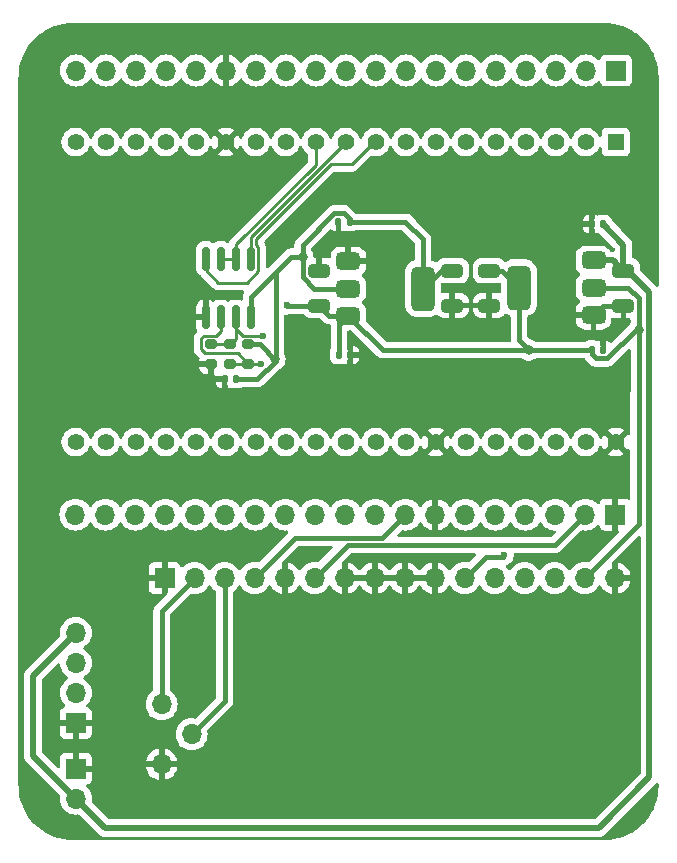
<source format=gbr>
%TF.GenerationSoftware,KiCad,Pcbnew,8.0.6*%
%TF.CreationDate,2025-08-25T17:41:28+02:00*%
%TF.ProjectId,controller,636f6e74-726f-46c6-9c65-722e6b696361,rev?*%
%TF.SameCoordinates,Original*%
%TF.FileFunction,Copper,L1,Top*%
%TF.FilePolarity,Positive*%
%FSLAX46Y46*%
G04 Gerber Fmt 4.6, Leading zero omitted, Abs format (unit mm)*
G04 Created by KiCad (PCBNEW 8.0.6) date 2025-08-25 17:41:28*
%MOMM*%
%LPD*%
G01*
G04 APERTURE LIST*
G04 Aperture macros list*
%AMRoundRect*
0 Rectangle with rounded corners*
0 $1 Rounding radius*
0 $2 $3 $4 $5 $6 $7 $8 $9 X,Y pos of 4 corners*
0 Add a 4 corners polygon primitive as box body*
4,1,4,$2,$3,$4,$5,$6,$7,$8,$9,$2,$3,0*
0 Add four circle primitives for the rounded corners*
1,1,$1+$1,$2,$3*
1,1,$1+$1,$4,$5*
1,1,$1+$1,$6,$7*
1,1,$1+$1,$8,$9*
0 Add four rect primitives between the rounded corners*
20,1,$1+$1,$2,$3,$4,$5,0*
20,1,$1+$1,$4,$5,$6,$7,0*
20,1,$1+$1,$6,$7,$8,$9,0*
20,1,$1+$1,$8,$9,$2,$3,0*%
G04 Aperture macros list end*
%TA.AperFunction,ComponentPad*%
%ADD10R,1.408000X1.408000*%
%TD*%
%TA.AperFunction,ComponentPad*%
%ADD11C,1.408000*%
%TD*%
%TA.AperFunction,SMDPad,CuDef*%
%ADD12RoundRect,0.375000X-0.625000X-0.375000X0.625000X-0.375000X0.625000X0.375000X-0.625000X0.375000X0*%
%TD*%
%TA.AperFunction,SMDPad,CuDef*%
%ADD13RoundRect,0.500000X-0.500000X-1.400000X0.500000X-1.400000X0.500000X1.400000X-0.500000X1.400000X0*%
%TD*%
%TA.AperFunction,SMDPad,CuDef*%
%ADD14RoundRect,0.200000X-0.275000X0.200000X-0.275000X-0.200000X0.275000X-0.200000X0.275000X0.200000X0*%
%TD*%
%TA.AperFunction,SMDPad,CuDef*%
%ADD15RoundRect,0.250000X-0.650000X0.325000X-0.650000X-0.325000X0.650000X-0.325000X0.650000X0.325000X0*%
%TD*%
%TA.AperFunction,SMDPad,CuDef*%
%ADD16RoundRect,0.200000X0.275000X-0.200000X0.275000X0.200000X-0.275000X0.200000X-0.275000X-0.200000X0*%
%TD*%
%TA.AperFunction,ComponentPad*%
%ADD17R,1.700000X1.700000*%
%TD*%
%TA.AperFunction,ComponentPad*%
%ADD18O,1.700000X1.700000*%
%TD*%
%TA.AperFunction,SMDPad,CuDef*%
%ADD19RoundRect,0.140000X0.140000X0.170000X-0.140000X0.170000X-0.140000X-0.170000X0.140000X-0.170000X0*%
%TD*%
%TA.AperFunction,SMDPad,CuDef*%
%ADD20RoundRect,0.140000X-0.140000X-0.170000X0.140000X-0.170000X0.140000X0.170000X-0.140000X0.170000X0*%
%TD*%
%TA.AperFunction,SMDPad,CuDef*%
%ADD21RoundRect,0.150000X-0.150000X0.825000X-0.150000X-0.825000X0.150000X-0.825000X0.150000X0.825000X0*%
%TD*%
%TA.AperFunction,SMDPad,CuDef*%
%ADD22RoundRect,0.250000X0.650000X-0.325000X0.650000X0.325000X-0.650000X0.325000X-0.650000X-0.325000X0*%
%TD*%
%TA.AperFunction,SMDPad,CuDef*%
%ADD23RoundRect,0.375000X0.625000X0.375000X-0.625000X0.375000X-0.625000X-0.375000X0.625000X-0.375000X0*%
%TD*%
%TA.AperFunction,SMDPad,CuDef*%
%ADD24RoundRect,0.500000X0.500000X1.400000X-0.500000X1.400000X-0.500000X-1.400000X0.500000X-1.400000X0*%
%TD*%
%TA.AperFunction,ViaPad*%
%ADD25C,0.600000*%
%TD*%
%TA.AperFunction,ViaPad*%
%ADD26C,0.800000*%
%TD*%
%TA.AperFunction,Conductor*%
%ADD27C,0.400000*%
%TD*%
%TA.AperFunction,Conductor*%
%ADD28C,0.250000*%
%TD*%
%TA.AperFunction,Conductor*%
%ADD29C,0.500000*%
%TD*%
G04 APERTURE END LIST*
D10*
%TO.P,U1,J2_1,3V3*%
%TO.N,ESP3V3*%
X218934990Y-39389842D03*
D11*
%TO.P,U1,J2_2,EN*%
%TO.N,EN*%
X216394990Y-39389842D03*
%TO.P,U1,J2_3,SENSOR_VP*%
%TO.N,GPIO36*%
X213854990Y-39389842D03*
%TO.P,U1,J2_4,SENSOR_VN*%
%TO.N,GPIO39*%
X211314990Y-39389842D03*
%TO.P,U1,J2_5,IO34*%
%TO.N,GPIO34*%
X208774990Y-39389842D03*
%TO.P,U1,J2_6,IO35*%
%TO.N,GPIO35*%
X206234990Y-39389842D03*
%TO.P,U1,J2_7,IO32*%
%TO.N,GPIO32*%
X203694990Y-39389842D03*
%TO.P,U1,J2_8,IO33*%
%TO.N,GPIO33*%
X201154990Y-39389842D03*
%TO.P,U1,J2_9,IO25*%
%TO.N,GPIO25*%
X198614990Y-39389842D03*
%TO.P,U1,J2_10,IO26*%
%TO.N,GPIO26*%
X196074990Y-39389842D03*
%TO.P,U1,J2_11,IO27*%
%TO.N,GPIO27*%
X193534990Y-39389842D03*
%TO.P,U1,J2_12,IO14*%
%TO.N,GPIO14*%
X190994990Y-39389842D03*
%TO.P,U1,J2_13,IO12*%
%TO.N,12*%
X188454990Y-39389842D03*
%TO.P,U1,J2_14,GND_J2_14*%
%TO.N,GND*%
X185914990Y-39389842D03*
%TO.P,U1,J2_15,IO13*%
%TO.N,GPIO13*%
X183374990Y-39389842D03*
%TO.P,U1,J2_16,SD2*%
%TO.N,SD2*%
X180834990Y-39389842D03*
%TO.P,U1,J2_17,SD3*%
%TO.N,SD3*%
X178294990Y-39389842D03*
%TO.P,U1,J2_18,CMD*%
%TO.N,CMD*%
X175754990Y-39389842D03*
%TO.P,U1,J2_19,EXT_5V*%
%TO.N,5V*%
X173214990Y-39389842D03*
%TO.P,U1,J3_1,GND_J3_1*%
%TO.N,GND*%
X218934990Y-64789842D03*
%TO.P,U1,J3_2,IO23*%
%TO.N,GPIO23*%
X216394990Y-64789842D03*
%TO.P,U1,J3_3,IO22*%
%TO.N,GPIO22*%
X213854990Y-64789842D03*
%TO.P,U1,J3_4,TXD0*%
%TO.N,GPIO1*%
X211314990Y-64789842D03*
%TO.P,U1,J3_5,RXD0*%
%TO.N,GPIO3*%
X208774990Y-64789842D03*
%TO.P,U1,J3_6,IO21*%
%TO.N,GPIO21*%
X206234990Y-64789842D03*
%TO.P,U1,J3_7,GND_J3_7*%
%TO.N,GND*%
X203694990Y-64789842D03*
%TO.P,U1,J3_8,IO19*%
%TO.N,GPIO19*%
X201154990Y-64789842D03*
%TO.P,U1,J3_9,IO18*%
%TO.N,GPIO18*%
X198614990Y-64789842D03*
%TO.P,U1,J3_10,IO5*%
%TO.N,GPIO5*%
X196074990Y-64789842D03*
%TO.P,U1,J3_11,IO17*%
%TO.N,GPIO17*%
X193534990Y-64789842D03*
%TO.P,U1,J3_12,IO16*%
%TO.N,GPIO16*%
X190994990Y-64789842D03*
%TO.P,U1,J3_13,IO4*%
%TO.N,GPIO4*%
X188454990Y-64789842D03*
%TO.P,U1,J3_14,IO0*%
%TO.N,GPIO0*%
X185914990Y-64789842D03*
%TO.P,U1,J3_15,IO2*%
%TO.N,GPIO2*%
X183374990Y-64789842D03*
%TO.P,U1,J3_16,IO15*%
%TO.N,GPIO15*%
X180834990Y-64789842D03*
%TO.P,U1,J3_17,SD1*%
%TO.N,SD1*%
X178294990Y-64789842D03*
%TO.P,U1,J3_18,SD0*%
%TO.N,SD0*%
X175754990Y-64789842D03*
%TO.P,U1,J3_19,CLK*%
%TO.N,CLK*%
X173214990Y-64789842D03*
%TD*%
D12*
%TO.P,U4,1,GND*%
%TO.N,GND*%
X196299990Y-49494092D03*
%TO.P,U4,2,VO*%
%TO.N,3V3*%
X196299990Y-51794092D03*
D13*
X202599990Y-51794092D03*
D12*
%TO.P,U4,3,VI*%
%TO.N,5V*%
X196299990Y-54094092D03*
%TD*%
D14*
%TO.P,R1,1*%
%TO.N,3V3*%
X187835524Y-56521058D03*
%TO.P,R1,2*%
%TO.N,RS485_A+*%
X187835524Y-58171058D03*
%TD*%
D15*
%TO.P,C7,1*%
%TO.N,5V*%
X208235524Y-50281592D03*
%TO.P,C7,2*%
%TO.N,GND*%
X208235524Y-53231592D03*
%TD*%
D16*
%TO.P,R2,1*%
%TO.N,RS485_A+*%
X186235524Y-58171058D03*
%TO.P,R2,2*%
%TO.N,RS485_B-*%
X186235524Y-56521058D03*
%TD*%
D15*
%TO.P,C3,1*%
%TO.N,9V*%
X219585524Y-50281592D03*
%TO.P,C3,2*%
%TO.N,GND*%
X219585524Y-53231592D03*
%TD*%
D17*
%TO.P,J4,1,Pin_1*%
%TO.N,ESP3V3*%
X218969990Y-33334092D03*
D18*
%TO.P,J4,2,Pin_2*%
%TO.N,EN*%
X216429990Y-33334092D03*
%TO.P,J4,3,Pin_3*%
%TO.N,GPIO36*%
X213889990Y-33334092D03*
%TO.P,J4,4,Pin_4*%
%TO.N,GPIO39*%
X211349990Y-33334092D03*
%TO.P,J4,5,Pin_5*%
%TO.N,GPIO34*%
X208809990Y-33334092D03*
%TO.P,J4,6,Pin_6*%
%TO.N,GPIO35*%
X206269990Y-33334092D03*
%TO.P,J4,7,Pin_7*%
%TO.N,GPIO32*%
X203729990Y-33334092D03*
%TO.P,J4,8,Pin_8*%
%TO.N,GPIO33*%
X201189990Y-33334092D03*
%TO.P,J4,9,Pin_9*%
%TO.N,GPIO25*%
X198649990Y-33334092D03*
%TO.P,J4,10,Pin_10*%
%TO.N,GPIO26*%
X196109990Y-33334092D03*
%TO.P,J4,11,Pin_11*%
%TO.N,GPIO27*%
X193569990Y-33334092D03*
%TO.P,J4,12,Pin_12*%
%TO.N,GPIO14*%
X191029990Y-33334092D03*
%TO.P,J4,13,Pin_13*%
%TO.N,12*%
X188489990Y-33334092D03*
%TO.P,J4,14,Pin_14*%
%TO.N,GND*%
X185949990Y-33334092D03*
%TO.P,J4,15,Pin_15*%
%TO.N,GPIO13*%
X183409990Y-33334092D03*
%TO.P,J4,16,Pin_16*%
%TO.N,SD2*%
X180869990Y-33334092D03*
%TO.P,J4,17,Pin_17*%
%TO.N,SD3*%
X178329990Y-33334092D03*
%TO.P,J4,18,Pin_18*%
%TO.N,CMD*%
X175789990Y-33334092D03*
%TO.P,J4,19,Pin_19*%
%TO.N,5V*%
X173249990Y-33334092D03*
%TD*%
D19*
%TO.P,C2,1*%
%TO.N,9V*%
X217865524Y-46346058D03*
%TO.P,C2,2*%
%TO.N,GND*%
X216905524Y-46346058D03*
%TD*%
D20*
%TO.P,C6,1*%
%TO.N,5V*%
X195485524Y-57396058D03*
%TO.P,C6,2*%
%TO.N,GND*%
X196445524Y-57396058D03*
%TD*%
%TO.P,C5,1*%
%TO.N,5V*%
X216885524Y-56996058D03*
%TO.P,C5,2*%
%TO.N,GND*%
X217845524Y-56996058D03*
%TD*%
D17*
%TO.P,J2,1,Pin_1*%
%TO.N,GND*%
X173214466Y-92442116D03*
D18*
%TO.P,J2,2,Pin_2*%
%TO.N,9V*%
X173214466Y-94982116D03*
%TD*%
D19*
%TO.P,C9,1*%
%TO.N,3V3*%
X196415524Y-46146058D03*
%TO.P,C9,2*%
%TO.N,GND*%
X195455524Y-46146058D03*
%TD*%
D21*
%TO.P,U3,1,RO*%
%TO.N,GPIO26*%
X188040524Y-49281592D03*
%TO.P,U3,2,~{RE}*%
%TO.N,GPIO27*%
X186770524Y-49281592D03*
%TO.P,U3,3,DE*%
X185500524Y-49281592D03*
%TO.P,U3,4,DI*%
%TO.N,GPIO25*%
X184230524Y-49281592D03*
%TO.P,U3,5,GND*%
%TO.N,GND*%
X184230524Y-54231592D03*
%TO.P,U3,6,A*%
%TO.N,RS485_A+*%
X185500524Y-54231592D03*
%TO.P,U3,7,B*%
%TO.N,RS485_B-*%
X186770524Y-54231592D03*
%TO.P,U3,8,VCC*%
%TO.N,3V3*%
X188040524Y-54231592D03*
%TD*%
D18*
%TO.P,RV1,1,1*%
%TO.N,GND*%
X180478932Y-92072116D03*
%TO.P,RV1,2,2*%
%TO.N,Net-(J1-Pin_3)*%
X183018932Y-89532116D03*
%TO.P,RV1,3,3*%
%TO.N,5V*%
X180478932Y-86992116D03*
%TD*%
D15*
%TO.P,C8,1*%
%TO.N,3V3*%
X205085524Y-50281592D03*
%TO.P,C8,2*%
%TO.N,GND*%
X205085524Y-53231592D03*
%TD*%
D19*
%TO.P,C1,1*%
%TO.N,3V3*%
X186785524Y-59446058D03*
%TO.P,C1,2*%
%TO.N,GND*%
X185825524Y-59446058D03*
%TD*%
D14*
%TO.P,R3,1*%
%TO.N,RS485_B-*%
X184635524Y-56521058D03*
%TO.P,R3,2*%
%TO.N,GND*%
X184635524Y-58171058D03*
%TD*%
D22*
%TO.P,C4,1*%
%TO.N,5V*%
X193785524Y-53231592D03*
%TO.P,C4,2*%
%TO.N,GND*%
X193785524Y-50281592D03*
%TD*%
D23*
%TO.P,U2,1,GND*%
%TO.N,GND*%
X217049990Y-54019092D03*
%TO.P,U2,2,VO*%
%TO.N,5V*%
X217049990Y-51719092D03*
D24*
X210749990Y-51719092D03*
D23*
%TO.P,U2,3,VI*%
%TO.N,9V*%
X217049990Y-49419092D03*
%TD*%
D17*
%TO.P,J3,1,Pin_1*%
%TO.N,GND*%
X173214466Y-88562116D03*
D18*
%TO.P,J3,2,Pin_2*%
%TO.N,RS485_B-*%
X173214466Y-86022116D03*
%TO.P,J3,3,Pin_3*%
%TO.N,RS485_A+*%
X173214466Y-83482116D03*
%TO.P,J3,4,Pin_4*%
%TO.N,9V*%
X173214466Y-80942116D03*
%TD*%
D17*
%TO.P,J5,1,Pin_1*%
%TO.N,GND*%
X218899990Y-70934092D03*
D18*
%TO.P,J5,2,Pin_2*%
%TO.N,GPIO23*%
X216359990Y-70934092D03*
%TO.P,J5,3,Pin_3*%
%TO.N,GPIO22*%
X213819990Y-70934092D03*
%TO.P,J5,4,Pin_4*%
%TO.N,GPIO1*%
X211279990Y-70934092D03*
%TO.P,J5,5,Pin_5*%
%TO.N,GPIO3*%
X208739990Y-70934092D03*
%TO.P,J5,6,Pin_6*%
%TO.N,GPIO21*%
X206199990Y-70934092D03*
%TO.P,J5,7,Pin_7*%
%TO.N,GND*%
X203659990Y-70934092D03*
%TO.P,J5,8,Pin_8*%
%TO.N,GPIO19*%
X201119990Y-70934092D03*
%TO.P,J5,9,Pin_9*%
%TO.N,GPIO18*%
X198579990Y-70934092D03*
%TO.P,J5,10,Pin_10*%
%TO.N,GPIO5*%
X196039990Y-70934092D03*
%TO.P,J5,11,Pin_11*%
%TO.N,GPIO17*%
X193499990Y-70934092D03*
%TO.P,J5,12,Pin_12*%
%TO.N,GPIO16*%
X190959990Y-70934092D03*
%TO.P,J5,13,Pin_13*%
%TO.N,GPIO4*%
X188419990Y-70934092D03*
%TO.P,J5,14,Pin_14*%
%TO.N,GPIO0*%
X185879990Y-70934092D03*
%TO.P,J5,15,Pin_15*%
%TO.N,GPIO2*%
X183339990Y-70934092D03*
%TO.P,J5,16,Pin_16*%
%TO.N,GPIO15*%
X180799990Y-70934092D03*
%TO.P,J5,17,Pin_17*%
%TO.N,SD1*%
X178259990Y-70934092D03*
%TO.P,J5,18,Pin_18*%
%TO.N,SD0*%
X175719990Y-70934092D03*
%TO.P,J5,19,Pin_19*%
%TO.N,CLK*%
X173179990Y-70934092D03*
%TD*%
D17*
%TO.P,J1,1,Pin_1*%
%TO.N,GND*%
X180738932Y-76292116D03*
D18*
%TO.P,J1,2,Pin_2*%
%TO.N,5V*%
X183278932Y-76292116D03*
%TO.P,J1,3,Pin_3*%
%TO.N,Net-(J1-Pin_3)*%
X185818932Y-76292116D03*
%TO.P,J1,4,Pin_4*%
%TO.N,GPIO19*%
X188358932Y-76292116D03*
%TO.P,J1,5,Pin_5*%
%TO.N,GND*%
X190898932Y-76292116D03*
%TO.P,J1,6,Pin_6*%
%TO.N,GPIO23*%
X193438932Y-76292116D03*
%TO.P,J1,7,Pin_7*%
%TO.N,GND*%
X195978932Y-76292116D03*
%TO.P,J1,8,Pin_8*%
X198518932Y-76292116D03*
%TO.P,J1,9,Pin_9*%
X201058932Y-76292116D03*
%TO.P,J1,10,Pin_10*%
X203598932Y-76292116D03*
%TO.P,J1,11,Pin_11*%
%TO.N,GPIO18*%
X206138932Y-76292116D03*
%TO.P,J1,12,Pin_12*%
%TO.N,GPIO17*%
X208678932Y-76292116D03*
%TO.P,J1,13,Pin_13*%
%TO.N,GPIO16*%
X211218932Y-76292116D03*
%TO.P,J1,14,Pin_14*%
%TO.N,GPIO15*%
X213758932Y-76292116D03*
%TO.P,J1,15,Pin_15*%
%TO.N,5V*%
X216298932Y-76292116D03*
%TO.P,J1,16,Pin_16*%
%TO.N,GND*%
X218838932Y-76292116D03*
%TD*%
D25*
%TO.N,GPIO18*%
X209478932Y-74392116D03*
D26*
%TO.N,3V3*%
X192432069Y-49092116D03*
X190078932Y-57792116D03*
D25*
%TO.N,RS485_A+*%
X188864466Y-58192116D03*
%TO.N,RS485_B-*%
X189078932Y-55792116D03*
%TO.N,5V*%
X191078932Y-53192116D03*
D26*
X220885524Y-55292116D03*
X211568408Y-56996058D03*
%TD*%
D27*
%TO.N,GPIO23*%
X196238932Y-73492116D02*
X213801966Y-73492116D01*
X193438932Y-76292116D02*
X196238932Y-73492116D01*
X213801966Y-73492116D02*
X216359990Y-70934092D01*
%TO.N,GPIO19*%
X188358932Y-76292116D02*
X191758932Y-72892116D01*
X191758932Y-72892116D02*
X199161966Y-72892116D01*
X199161966Y-72892116D02*
X201119990Y-70934092D01*
%TO.N,Net-(J1-Pin_3)*%
X185818932Y-86732116D02*
X183018932Y-89532116D01*
X185818932Y-76292116D02*
X185818932Y-86732116D01*
%TO.N,GPIO18*%
X209378932Y-74492116D02*
X207938932Y-74492116D01*
X207938932Y-74492116D02*
X206138932Y-76292116D01*
X209478932Y-74392116D02*
X209378932Y-74492116D01*
D28*
%TO.N,GPIO27*%
X193534990Y-41293446D02*
X193534990Y-39389842D01*
X186770524Y-48057912D02*
X193534990Y-41293446D01*
X186770524Y-49281592D02*
X186770524Y-48057912D01*
X185500524Y-49281592D02*
X186770524Y-49281592D01*
%TO.N,GPIO25*%
X184230524Y-49281592D02*
X184230524Y-50256591D01*
X188665524Y-48255684D02*
X188490524Y-48080684D01*
X184230524Y-50256591D02*
X185266049Y-51292116D01*
X188665524Y-50307500D02*
X188665524Y-48255684D01*
X185266049Y-51292116D02*
X187680908Y-51292116D01*
X188490524Y-48080684D02*
X188490524Y-47610704D01*
X194809112Y-41292116D02*
X196564466Y-41292116D01*
X187680908Y-51292116D02*
X188665524Y-50307500D01*
X196564466Y-41292116D02*
X198466740Y-39389842D01*
X198466740Y-39389842D02*
X198614990Y-39389842D01*
X188490524Y-47610704D02*
X194809112Y-41292116D01*
%TO.N,GPIO26*%
X188040524Y-49281592D02*
X188040524Y-47424308D01*
X188040524Y-47424308D02*
X196074990Y-39389842D01*
D27*
%TO.N,3V3*%
X190155421Y-57891111D02*
X188600474Y-59446058D01*
X192432069Y-49092116D02*
X191431910Y-49092116D01*
X188600474Y-59446058D02*
X186785524Y-59446058D01*
X187835524Y-56521058D02*
X188785368Y-56521058D01*
X195908408Y-45436058D02*
X196415524Y-45943174D01*
X192432069Y-49092116D02*
X192432069Y-48091957D01*
X195087968Y-45436058D02*
X195908408Y-45436058D01*
X196415524Y-46146058D02*
X201118408Y-46146058D01*
X190155421Y-50368605D02*
X188040524Y-52483502D01*
X205085524Y-50281592D02*
X204112490Y-50281592D01*
X190155421Y-50368605D02*
X190155421Y-57891111D01*
X204112490Y-50281592D02*
X202599990Y-51794092D01*
X192432069Y-50829303D02*
X193396858Y-51794092D01*
X201118408Y-46146058D02*
X202599990Y-47627640D01*
X196415524Y-45943174D02*
X196415524Y-46146058D01*
X188785368Y-56521058D02*
X190155421Y-57891111D01*
X192432069Y-48091957D02*
X195087968Y-45436058D01*
X188040524Y-52483502D02*
X188040524Y-54231592D01*
X202599990Y-47627640D02*
X202599990Y-51794092D01*
X192432069Y-49092116D02*
X192432069Y-50829303D01*
X193396858Y-51794092D02*
X196299990Y-51794092D01*
X191431910Y-49092116D02*
X190155421Y-50368605D01*
%TO.N,GND*%
X219585524Y-53231592D02*
X217837490Y-53231592D01*
X217837490Y-53231592D02*
X217049990Y-54019092D01*
D28*
%TO.N,RS485_A+*%
X185500524Y-54231592D02*
X185500524Y-55356058D01*
X186910524Y-57246058D02*
X187835524Y-58171058D01*
X186235524Y-58171058D02*
X187835524Y-58171058D01*
X183835524Y-56021058D02*
X183835524Y-56944062D01*
X185060524Y-55796058D02*
X184060524Y-55796058D01*
X185500524Y-55356058D02*
X185060524Y-55796058D01*
X187835524Y-58171058D02*
X188843408Y-58171058D01*
X184060524Y-55796058D02*
X183835524Y-56021058D01*
X183835524Y-56944062D02*
X184137520Y-57246058D01*
X184137520Y-57246058D02*
X186910524Y-57246058D01*
X188843408Y-58171058D02*
X188864466Y-58192116D01*
D29*
%TO.N,9V*%
X175724466Y-97492116D02*
X217478932Y-97492116D01*
X169578932Y-84577650D02*
X173214466Y-80942116D01*
X217478932Y-97492116D02*
X221778932Y-93192116D01*
X173214466Y-94982116D02*
X175724466Y-97492116D01*
X217049990Y-49419092D02*
X218723024Y-49419092D01*
X219585524Y-50281592D02*
X219585524Y-48066058D01*
X173214466Y-94982116D02*
X169578932Y-91346582D01*
X221778932Y-93192116D02*
X221778932Y-52092116D01*
X218723024Y-49419092D02*
X219585524Y-50281592D01*
X219968408Y-50281592D02*
X219585524Y-50281592D01*
X219585524Y-48066058D02*
X217865524Y-46346058D01*
X221778932Y-52092116D02*
X219968408Y-50281592D01*
X169578932Y-91346582D02*
X169578932Y-84577650D01*
D28*
%TO.N,RS485_B-*%
X189078932Y-55792116D02*
X187333578Y-55792116D01*
X186770524Y-55229062D02*
X186770524Y-54231592D01*
X186770524Y-56086058D02*
X186770524Y-54231592D01*
X186335524Y-56521058D02*
X186770524Y-56086058D01*
X187333578Y-55792116D02*
X186770524Y-55229062D01*
X184635524Y-56521058D02*
X186235524Y-56521058D01*
X186235524Y-56521058D02*
X186335524Y-56521058D01*
D27*
%TO.N,5V*%
X216885524Y-56996058D02*
X211568408Y-56996058D01*
X220885524Y-52630426D02*
X219974190Y-51719092D01*
X180478932Y-79092116D02*
X180478932Y-86992116D01*
X194648024Y-54094092D02*
X193785524Y-53231592D01*
X220627022Y-55292116D02*
X218213080Y-57706058D01*
X220878932Y-60606058D02*
X220878932Y-71712116D01*
X218213080Y-57706058D02*
X217285525Y-57706058D01*
X195485524Y-57396058D02*
X195485524Y-54908558D01*
X219974190Y-51719092D02*
X217049990Y-51719092D01*
X195485524Y-54908558D02*
X196299990Y-54094092D01*
X220878932Y-71712116D02*
X216298932Y-76292116D01*
X208235524Y-50281592D02*
X209312490Y-50281592D01*
X211568408Y-56996058D02*
X210749990Y-56177640D01*
X217285525Y-57706058D02*
X216885524Y-57306057D01*
X210749990Y-56177640D02*
X210749990Y-51719092D01*
X220885524Y-55292116D02*
X220885524Y-60599466D01*
X220885524Y-60599466D02*
X220878932Y-60606058D01*
X183278932Y-76292116D02*
X180478932Y-79092116D01*
X191118408Y-53231592D02*
X191078932Y-53192116D01*
X196299990Y-54094092D02*
X194648024Y-54094092D01*
X199201956Y-56996058D02*
X196299990Y-54094092D01*
X220885524Y-55292116D02*
X220885524Y-52630426D01*
X193785524Y-53231592D02*
X191118408Y-53231592D01*
X216885524Y-57306057D02*
X216885524Y-56996058D01*
X211568408Y-56996058D02*
X199201956Y-56996058D01*
X220885524Y-55292116D02*
X220627022Y-55292116D01*
X209312490Y-50281592D02*
X210749990Y-51719092D01*
%TD*%
%TA.AperFunction,Conductor*%
%TO.N,GND*%
G36*
X217967162Y-29292733D02*
G01*
X218359941Y-29309887D01*
X218370683Y-29310827D01*
X218757810Y-29361798D01*
X218768425Y-29363670D01*
X219149620Y-29448183D01*
X219160036Y-29450973D01*
X219532413Y-29568386D01*
X219542579Y-29572086D01*
X219903293Y-29721502D01*
X219913096Y-29726074D01*
X220259405Y-29906352D01*
X220268773Y-29911761D01*
X220598042Y-30121529D01*
X220606904Y-30127733D01*
X220916661Y-30365419D01*
X220924947Y-30372372D01*
X221212799Y-30636139D01*
X221220448Y-30643788D01*
X221484216Y-30931638D01*
X221491170Y-30939925D01*
X221728852Y-31249677D01*
X221735056Y-31258538D01*
X221944830Y-31587812D01*
X221950239Y-31597180D01*
X222130508Y-31943468D01*
X222130521Y-31943492D01*
X222135090Y-31953290D01*
X222171130Y-32040296D01*
X222284510Y-32314013D01*
X222288209Y-32324178D01*
X222405614Y-32696523D01*
X222408414Y-32706972D01*
X222492922Y-33088139D01*
X222494801Y-33098792D01*
X222545768Y-33485881D01*
X222546711Y-33496657D01*
X222563848Y-33889008D01*
X222563966Y-33894419D01*
X222563966Y-51516420D01*
X222544281Y-51583459D01*
X222491477Y-51629214D01*
X222422319Y-51639158D01*
X222358763Y-51610133D01*
X222352285Y-51604102D01*
X222331642Y-51583459D01*
X222257348Y-51509165D01*
X221022342Y-50274158D01*
X220988857Y-50212835D01*
X220986023Y-50186477D01*
X220986023Y-49906590D01*
X220986022Y-49906573D01*
X220975523Y-49803795D01*
X220975522Y-49803792D01*
X220971819Y-49792616D01*
X220920338Y-49637258D01*
X220828236Y-49487936D01*
X220704180Y-49363880D01*
X220554858Y-49271778D01*
X220421019Y-49227428D01*
X220363575Y-49187655D01*
X220336752Y-49123139D01*
X220336024Y-49109722D01*
X220336024Y-47992137D01*
X220307183Y-47847150D01*
X220307182Y-47847149D01*
X220307182Y-47847145D01*
X220306581Y-47845693D01*
X220250611Y-47710569D01*
X220250604Y-47710556D01*
X220168476Y-47587643D01*
X220139477Y-47558644D01*
X220063940Y-47483107D01*
X219378670Y-46797837D01*
X218660465Y-46079631D01*
X218629071Y-46026547D01*
X218598018Y-45919663D01*
X218515641Y-45780371D01*
X218515639Y-45780369D01*
X218515636Y-45780365D01*
X218401216Y-45665945D01*
X218401208Y-45665939D01*
X218293001Y-45601946D01*
X218261919Y-45583564D01*
X218261918Y-45583563D01*
X218261917Y-45583563D01*
X218261914Y-45583562D01*
X218106521Y-45538415D01*
X218106515Y-45538414D01*
X218070221Y-45535558D01*
X218070214Y-45535558D01*
X217660834Y-45535558D01*
X217660826Y-45535558D01*
X217624532Y-45538414D01*
X217624526Y-45538415D01*
X217469133Y-45583562D01*
X217469128Y-45583564D01*
X217448152Y-45595969D01*
X217380427Y-45613150D01*
X217321913Y-45595969D01*
X217301715Y-45584024D01*
X217301714Y-45584023D01*
X217155525Y-45541551D01*
X217155524Y-45541552D01*
X217155524Y-45847703D01*
X217138258Y-45910821D01*
X217133031Y-45919658D01*
X217133028Y-45919666D01*
X217087881Y-46075060D01*
X217087880Y-46075066D01*
X217085024Y-46111360D01*
X217085024Y-46580755D01*
X217087880Y-46617049D01*
X217087881Y-46617055D01*
X217133027Y-46772447D01*
X217133029Y-46772451D01*
X217133030Y-46772453D01*
X217138256Y-46781291D01*
X217155524Y-46844410D01*
X217155524Y-47150561D01*
X217301718Y-47108090D01*
X217321908Y-47096149D01*
X217389632Y-47078964D01*
X217448153Y-47096147D01*
X217469129Y-47108552D01*
X217576013Y-47139605D01*
X217629097Y-47170999D01*
X218219725Y-47761627D01*
X218798705Y-48340606D01*
X218832190Y-48401929D01*
X218835024Y-48428287D01*
X218835024Y-48544592D01*
X218815339Y-48611631D01*
X218762535Y-48657386D01*
X218711024Y-48668592D01*
X218542932Y-48668592D01*
X218475893Y-48648907D01*
X218431844Y-48599686D01*
X218417020Y-48569796D01*
X218297712Y-48421370D01*
X218297711Y-48421369D01*
X218149285Y-48302061D01*
X218149282Y-48302059D01*
X217978687Y-48217452D01*
X217793882Y-48171492D01*
X217772496Y-48170042D01*
X217751113Y-48168592D01*
X217751110Y-48168592D01*
X216348867Y-48168592D01*
X216348864Y-48168593D01*
X216306103Y-48171491D01*
X216306102Y-48171491D01*
X216121293Y-48217452D01*
X215950697Y-48302059D01*
X215950694Y-48302061D01*
X215802268Y-48421369D01*
X215802267Y-48421370D01*
X215682959Y-48569796D01*
X215682957Y-48569799D01*
X215598350Y-48740394D01*
X215552390Y-48925199D01*
X215549490Y-48967971D01*
X215549490Y-49870214D01*
X215549491Y-49870217D01*
X215552389Y-49912978D01*
X215552389Y-49912979D01*
X215598350Y-50097788D01*
X215682957Y-50268384D01*
X215682959Y-50268387D01*
X215802267Y-50416813D01*
X215802268Y-50416814D01*
X215871476Y-50472445D01*
X215911395Y-50529788D01*
X215913975Y-50599610D01*
X215878396Y-50659743D01*
X215871476Y-50665739D01*
X215802268Y-50721369D01*
X215802267Y-50721370D01*
X215682959Y-50869796D01*
X215682957Y-50869799D01*
X215598350Y-51040394D01*
X215552390Y-51225199D01*
X215549490Y-51267971D01*
X215549490Y-52170214D01*
X215549491Y-52170217D01*
X215552389Y-52212978D01*
X215552389Y-52212979D01*
X215571813Y-52291083D01*
X215598349Y-52397785D01*
X215598350Y-52397787D01*
X215682957Y-52568384D01*
X215682959Y-52568387D01*
X215802267Y-52716813D01*
X215802268Y-52716814D01*
X215871874Y-52772765D01*
X215911793Y-52830108D01*
X215914373Y-52899930D01*
X215878794Y-52960063D01*
X215871875Y-52966059D01*
X215802621Y-53021727D01*
X215683382Y-53170066D01*
X215683380Y-53170069D01*
X215598821Y-53340568D01*
X215552887Y-53525267D01*
X215549990Y-53567995D01*
X215549990Y-53769092D01*
X217175990Y-53769092D01*
X217243029Y-53788777D01*
X217288784Y-53841581D01*
X217299990Y-53893092D01*
X217299990Y-55269092D01*
X217751087Y-55269092D01*
X217793814Y-55266194D01*
X217978513Y-55220260D01*
X218149012Y-55135701D01*
X218149015Y-55135699D01*
X218297356Y-55016459D01*
X218297357Y-55016458D01*
X218416597Y-54868117D01*
X218416599Y-54868114D01*
X218501158Y-54697615D01*
X218547092Y-54512916D01*
X218549990Y-54470188D01*
X218549990Y-54390662D01*
X218569675Y-54323623D01*
X218622479Y-54277868D01*
X218691637Y-54267924D01*
X218712995Y-54272956D01*
X218782829Y-54296097D01*
X218782833Y-54296098D01*
X218885543Y-54306591D01*
X219335523Y-54306591D01*
X219335524Y-54306590D01*
X219335524Y-53105592D01*
X219355209Y-53038553D01*
X219408013Y-52992798D01*
X219459524Y-52981592D01*
X219711524Y-52981592D01*
X219778563Y-53001277D01*
X219824318Y-53054081D01*
X219835524Y-53105592D01*
X219835524Y-54306591D01*
X220061024Y-54306591D01*
X220128063Y-54326276D01*
X220173818Y-54379080D01*
X220185024Y-54430591D01*
X220185024Y-54676724D01*
X220165339Y-54743763D01*
X220153180Y-54759690D01*
X220152991Y-54759899D01*
X220139854Y-54782652D01*
X220120150Y-54808329D01*
X218584203Y-56344277D01*
X218522880Y-56377762D01*
X218453188Y-56372778D01*
X218408841Y-56344277D01*
X218380907Y-56316343D01*
X218380898Y-56316336D01*
X218241717Y-56234025D01*
X218241714Y-56234023D01*
X218095525Y-56191551D01*
X218095524Y-56191552D01*
X218095524Y-56781594D01*
X218075839Y-56848633D01*
X218059206Y-56869274D01*
X217959240Y-56969240D01*
X217897920Y-57002724D01*
X217871561Y-57005558D01*
X217790024Y-57005558D01*
X217722985Y-56985873D01*
X217677230Y-56933069D01*
X217666024Y-56881558D01*
X217666024Y-56761375D01*
X217666023Y-56761360D01*
X217663167Y-56725066D01*
X217663166Y-56725060D01*
X217618019Y-56569666D01*
X217618016Y-56569658D01*
X217612790Y-56560821D01*
X217595524Y-56497703D01*
X217595524Y-56191552D01*
X217595522Y-56191551D01*
X217449333Y-56234023D01*
X217449330Y-56234025D01*
X217429132Y-56245970D01*
X217361408Y-56263150D01*
X217302894Y-56245968D01*
X217281921Y-56233565D01*
X217281914Y-56233562D01*
X217126521Y-56188415D01*
X217126515Y-56188414D01*
X217090221Y-56185558D01*
X217090214Y-56185558D01*
X216680834Y-56185558D01*
X216680826Y-56185558D01*
X216644532Y-56188414D01*
X216644526Y-56188415D01*
X216489133Y-56233562D01*
X216489130Y-56233563D01*
X216467029Y-56246634D01*
X216417589Y-56275873D01*
X216413502Y-56278290D01*
X216350381Y-56295558D01*
X212176564Y-56295558D01*
X212109525Y-56275873D01*
X212103679Y-56271876D01*
X212021142Y-56211909D01*
X212021137Y-56211906D01*
X211848215Y-56134915D01*
X211848210Y-56134913D01*
X211711898Y-56105940D01*
X211693280Y-56101982D01*
X211631799Y-56068791D01*
X211631381Y-56068374D01*
X211486809Y-55923802D01*
X211453324Y-55862479D01*
X211450490Y-55836121D01*
X211450490Y-54470188D01*
X215549990Y-54470188D01*
X215552887Y-54512916D01*
X215598821Y-54697615D01*
X215683380Y-54868114D01*
X215683382Y-54868117D01*
X215802622Y-55016458D01*
X215802623Y-55016459D01*
X215950964Y-55135699D01*
X215950967Y-55135701D01*
X216121466Y-55220260D01*
X216306165Y-55266194D01*
X216348893Y-55269092D01*
X216799990Y-55269092D01*
X216799990Y-54269092D01*
X215549990Y-54269092D01*
X215549990Y-54470188D01*
X211450490Y-54470188D01*
X211450490Y-54195869D01*
X211470175Y-54128830D01*
X211522979Y-54083075D01*
X211540378Y-54076653D01*
X211623039Y-54053001D01*
X211803397Y-53958790D01*
X211961099Y-53830201D01*
X212089688Y-53672499D01*
X212183899Y-53492141D01*
X212239876Y-53296510D01*
X212250490Y-53177129D01*
X212250489Y-50261056D01*
X212239876Y-50141674D01*
X212189694Y-49966294D01*
X212183900Y-49946046D01*
X212183899Y-49946045D01*
X212183899Y-49946043D01*
X212089688Y-49765685D01*
X212037674Y-49701895D01*
X211961099Y-49607982D01*
X211842706Y-49511446D01*
X211803397Y-49479394D01*
X211623039Y-49385183D01*
X211623038Y-49385182D01*
X211623035Y-49385181D01*
X211505819Y-49351642D01*
X211427408Y-49329206D01*
X211427405Y-49329205D01*
X211427403Y-49329205D01*
X211361092Y-49323309D01*
X211308027Y-49318592D01*
X211308022Y-49318592D01*
X210191961Y-49318592D01*
X210191955Y-49318592D01*
X210191954Y-49318593D01*
X210180306Y-49319628D01*
X210072574Y-49329205D01*
X209876944Y-49385181D01*
X209795205Y-49427877D01*
X209696583Y-49479394D01*
X209657274Y-49511446D01*
X209592877Y-49538553D01*
X209524047Y-49526542D01*
X209481647Y-49492250D01*
X209478236Y-49487936D01*
X209354181Y-49363881D01*
X209354180Y-49363880D01*
X209204858Y-49271778D01*
X209038321Y-49216593D01*
X209038319Y-49216592D01*
X208935534Y-49206092D01*
X207535522Y-49206092D01*
X207535505Y-49206093D01*
X207432727Y-49216592D01*
X207432724Y-49216593D01*
X207266192Y-49271777D01*
X207266187Y-49271779D01*
X207116866Y-49363881D01*
X206992813Y-49487934D01*
X206900711Y-49637255D01*
X206900709Y-49637260D01*
X206885558Y-49682983D01*
X206845525Y-49803795D01*
X206845525Y-49803796D01*
X206845524Y-49803796D01*
X206835024Y-49906575D01*
X206835024Y-50656593D01*
X206835025Y-50656611D01*
X206845524Y-50759388D01*
X206845525Y-50759391D01*
X206882110Y-50869796D01*
X206900710Y-50925926D01*
X206992812Y-51075248D01*
X207116868Y-51199304D01*
X207266190Y-51291406D01*
X207432727Y-51346591D01*
X207535515Y-51357092D01*
X208935532Y-51357091D01*
X209038321Y-51346591D01*
X209086485Y-51330630D01*
X209156312Y-51328228D01*
X209216355Y-51363958D01*
X209247548Y-51426478D01*
X209249490Y-51448336D01*
X209249490Y-52065374D01*
X209229805Y-52132413D01*
X209177001Y-52178168D01*
X209107843Y-52188112D01*
X209086486Y-52183080D01*
X209038221Y-52167086D01*
X209038214Y-52167085D01*
X208935510Y-52156592D01*
X208485524Y-52156592D01*
X208485524Y-54306591D01*
X208935496Y-54306591D01*
X208935510Y-54306590D01*
X209038221Y-54296097D01*
X209204643Y-54240950D01*
X209204648Y-54240948D01*
X209353869Y-54148907D01*
X209477839Y-54024937D01*
X209503922Y-53982651D01*
X209555870Y-53935927D01*
X209624833Y-53924704D01*
X209687821Y-53951645D01*
X209696583Y-53958790D01*
X209876941Y-54053001D01*
X209959602Y-54076653D01*
X210018639Y-54114020D01*
X210048103Y-54177374D01*
X210049490Y-54195869D01*
X210049490Y-56171558D01*
X210029805Y-56238597D01*
X209977001Y-56284352D01*
X209925490Y-56295558D01*
X199543475Y-56295558D01*
X199476436Y-56275873D01*
X199455794Y-56259239D01*
X197836608Y-54640053D01*
X197803123Y-54578730D01*
X197800828Y-54547329D01*
X197800419Y-54547316D01*
X197800488Y-54545241D01*
X197800490Y-54545215D01*
X197800489Y-53642970D01*
X197797590Y-53600203D01*
X197751631Y-53415399D01*
X197714678Y-53340890D01*
X197667022Y-53244799D01*
X197667020Y-53244796D01*
X197547712Y-53096370D01*
X197547711Y-53096369D01*
X197478504Y-53040739D01*
X197438585Y-52983396D01*
X197436005Y-52913574D01*
X197471584Y-52853441D01*
X197478504Y-52847445D01*
X197500072Y-52830108D01*
X197547712Y-52791814D01*
X197667020Y-52643388D01*
X197751631Y-52472785D01*
X197797590Y-52287981D01*
X197800490Y-52245215D01*
X197800489Y-51342970D01*
X197797590Y-51300203D01*
X197751631Y-51115399D01*
X197711075Y-51033625D01*
X197667022Y-50944799D01*
X197667020Y-50944796D01*
X197547714Y-50796372D01*
X197547712Y-50796370D01*
X197478102Y-50740416D01*
X197438186Y-50683077D01*
X197435606Y-50613255D01*
X197471184Y-50553122D01*
X197478105Y-50547125D01*
X197547356Y-50491459D01*
X197547357Y-50491458D01*
X197666597Y-50343117D01*
X197666599Y-50343114D01*
X197751158Y-50172615D01*
X197797092Y-49987916D01*
X197799990Y-49945188D01*
X197799990Y-49744092D01*
X196173990Y-49744092D01*
X196106951Y-49724407D01*
X196061196Y-49671603D01*
X196049990Y-49620092D01*
X196049990Y-49244092D01*
X196549990Y-49244092D01*
X197799990Y-49244092D01*
X197799990Y-49042995D01*
X197797092Y-49000267D01*
X197751158Y-48815568D01*
X197666599Y-48645069D01*
X197666597Y-48645066D01*
X197547357Y-48496725D01*
X197547356Y-48496724D01*
X197399015Y-48377484D01*
X197399012Y-48377482D01*
X197228513Y-48292923D01*
X197043814Y-48246989D01*
X197001087Y-48244092D01*
X196549990Y-48244092D01*
X196549990Y-49244092D01*
X196049990Y-49244092D01*
X196049990Y-48244092D01*
X195598893Y-48244092D01*
X195556165Y-48246989D01*
X195371466Y-48292923D01*
X195200967Y-48377482D01*
X195200964Y-48377484D01*
X195052623Y-48496724D01*
X195052622Y-48496725D01*
X194933382Y-48645066D01*
X194933380Y-48645069D01*
X194848821Y-48815568D01*
X194802887Y-49000267D01*
X194799990Y-49042995D01*
X194799990Y-49115539D01*
X194780305Y-49182578D01*
X194727501Y-49228333D01*
X194658343Y-49238277D01*
X194636988Y-49233245D01*
X194588228Y-49217088D01*
X194588214Y-49217085D01*
X194485510Y-49206592D01*
X194035524Y-49206592D01*
X194035524Y-50407592D01*
X194015839Y-50474631D01*
X193963035Y-50520386D01*
X193911524Y-50531592D01*
X193659524Y-50531592D01*
X193592485Y-50511907D01*
X193546730Y-50459103D01*
X193535524Y-50407592D01*
X193535524Y-49206592D01*
X193461211Y-49206592D01*
X193394172Y-49186907D01*
X193348417Y-49134103D01*
X193337890Y-49095554D01*
X193332366Y-49042995D01*
X193317743Y-48903860D01*
X193259248Y-48723832D01*
X193194469Y-48611631D01*
X193164604Y-48559903D01*
X193164600Y-48559898D01*
X193164413Y-48559690D01*
X193164342Y-48559543D01*
X193160783Y-48554644D01*
X193161679Y-48553992D01*
X193134188Y-48496696D01*
X193132569Y-48476724D01*
X193132569Y-48433474D01*
X193152254Y-48366435D01*
X193168883Y-48345798D01*
X194716847Y-46797834D01*
X194778166Y-46764352D01*
X194847858Y-46769336D01*
X194892205Y-46797837D01*
X194920140Y-46825772D01*
X194920149Y-46825779D01*
X195059328Y-46908089D01*
X195205524Y-46950562D01*
X195205524Y-46360520D01*
X195225209Y-46293481D01*
X195241843Y-46272839D01*
X195341805Y-46172877D01*
X195403128Y-46139392D01*
X195429486Y-46136558D01*
X195511024Y-46136558D01*
X195578063Y-46156243D01*
X195623818Y-46209047D01*
X195635024Y-46260558D01*
X195635024Y-46380755D01*
X195637880Y-46417049D01*
X195637881Y-46417055D01*
X195683027Y-46572447D01*
X195683029Y-46572451D01*
X195683030Y-46572453D01*
X195688256Y-46581291D01*
X195705524Y-46644410D01*
X195705524Y-46950561D01*
X195851718Y-46908090D01*
X195871908Y-46896149D01*
X195939632Y-46878964D01*
X195998153Y-46896147D01*
X196019129Y-46908552D01*
X196060111Y-46920458D01*
X196174526Y-46953700D01*
X196174529Y-46953700D01*
X196174531Y-46953701D01*
X196210834Y-46956558D01*
X196210842Y-46956558D01*
X196620206Y-46956558D01*
X196620214Y-46956558D01*
X196656517Y-46953701D01*
X196656519Y-46953700D01*
X196656521Y-46953700D01*
X196697499Y-46941794D01*
X196811919Y-46908552D01*
X196887546Y-46863825D01*
X196950667Y-46846558D01*
X200776889Y-46846558D01*
X200843928Y-46866243D01*
X200864570Y-46882877D01*
X201863171Y-47881477D01*
X201896656Y-47942800D01*
X201899490Y-47969158D01*
X201899490Y-49317314D01*
X201879805Y-49384353D01*
X201827001Y-49430108D01*
X201809603Y-49436529D01*
X201726946Y-49460180D01*
X201665552Y-49492250D01*
X201546583Y-49554394D01*
X201546581Y-49554395D01*
X201546580Y-49554396D01*
X201388880Y-49682982D01*
X201273496Y-49824491D01*
X201260292Y-49840685D01*
X201244866Y-49870217D01*
X201166079Y-50021046D01*
X201122805Y-50172286D01*
X201111203Y-50212835D01*
X201110104Y-50216675D01*
X201110103Y-50216678D01*
X201099490Y-50336058D01*
X201099490Y-53252120D01*
X201099491Y-53252126D01*
X201110103Y-53371507D01*
X201166079Y-53567137D01*
X201166080Y-53567140D01*
X201166081Y-53567141D01*
X201260292Y-53747499D01*
X201260294Y-53747501D01*
X201388880Y-53905201D01*
X201477529Y-53977484D01*
X201546583Y-54033790D01*
X201726941Y-54128001D01*
X201922572Y-54183978D01*
X202041953Y-54194592D01*
X203158026Y-54194591D01*
X203277408Y-54183978D01*
X203473039Y-54128001D01*
X203653397Y-54033790D01*
X203676005Y-54015355D01*
X203740400Y-53988246D01*
X203809230Y-54000255D01*
X203842047Y-54023776D01*
X203967178Y-54148907D01*
X204116399Y-54240948D01*
X204116404Y-54240950D01*
X204282826Y-54296097D01*
X204282833Y-54296098D01*
X204385543Y-54306591D01*
X204835523Y-54306591D01*
X205335524Y-54306591D01*
X205785496Y-54306591D01*
X205785510Y-54306590D01*
X205888221Y-54296097D01*
X206054643Y-54240950D01*
X206054648Y-54240948D01*
X206203869Y-54148907D01*
X206327839Y-54024937D01*
X206419880Y-53875716D01*
X206419882Y-53875711D01*
X206475029Y-53709289D01*
X206475030Y-53709282D01*
X206485523Y-53606578D01*
X206835525Y-53606578D01*
X206846018Y-53709289D01*
X206901165Y-53875711D01*
X206901167Y-53875716D01*
X206993208Y-54024937D01*
X207117178Y-54148907D01*
X207266399Y-54240948D01*
X207266404Y-54240950D01*
X207432826Y-54296097D01*
X207432833Y-54296098D01*
X207535543Y-54306591D01*
X207985523Y-54306591D01*
X207985524Y-54306590D01*
X207985524Y-53481592D01*
X206835525Y-53481592D01*
X206835525Y-53606578D01*
X206485523Y-53606578D01*
X206485524Y-53606565D01*
X206485524Y-53481592D01*
X205335524Y-53481592D01*
X205335524Y-54306591D01*
X204835523Y-54306591D01*
X204835524Y-54306590D01*
X204835524Y-52981592D01*
X205335524Y-52981592D01*
X206485523Y-52981592D01*
X206485523Y-52856620D01*
X206485522Y-52856605D01*
X206835524Y-52856605D01*
X206835524Y-52981592D01*
X207985524Y-52981592D01*
X207985524Y-52156592D01*
X207535552Y-52156592D01*
X207535536Y-52156593D01*
X207432826Y-52167086D01*
X207266404Y-52222233D01*
X207266399Y-52222235D01*
X207117178Y-52314276D01*
X206993208Y-52438246D01*
X206901167Y-52587467D01*
X206901165Y-52587472D01*
X206846018Y-52753894D01*
X206846017Y-52753901D01*
X206835524Y-52856605D01*
X206485522Y-52856605D01*
X206475029Y-52753894D01*
X206419882Y-52587472D01*
X206419880Y-52587467D01*
X206327839Y-52438246D01*
X206203869Y-52314276D01*
X206054648Y-52222235D01*
X206054643Y-52222233D01*
X205888221Y-52167086D01*
X205888214Y-52167085D01*
X205785510Y-52156592D01*
X205335524Y-52156592D01*
X205335524Y-52981592D01*
X204835524Y-52981592D01*
X204835524Y-52156592D01*
X204385552Y-52156592D01*
X204385536Y-52156593D01*
X204282826Y-52167086D01*
X204263490Y-52173493D01*
X204193662Y-52175893D01*
X204133621Y-52140160D01*
X204102430Y-52077639D01*
X204100489Y-52055786D01*
X204100489Y-51457923D01*
X204120174Y-51390884D01*
X204172978Y-51345129D01*
X204242136Y-51335185D01*
X204263488Y-51340215D01*
X204282727Y-51346591D01*
X204385515Y-51357092D01*
X205785532Y-51357091D01*
X205888321Y-51346591D01*
X206054858Y-51291406D01*
X206204180Y-51199304D01*
X206328236Y-51075248D01*
X206420338Y-50925926D01*
X206475523Y-50759389D01*
X206486024Y-50656601D01*
X206486023Y-49906584D01*
X206475523Y-49803795D01*
X206420338Y-49637258D01*
X206328236Y-49487936D01*
X206204180Y-49363880D01*
X206054858Y-49271778D01*
X205888321Y-49216593D01*
X205888319Y-49216592D01*
X205785534Y-49206092D01*
X204385522Y-49206092D01*
X204385505Y-49206093D01*
X204282727Y-49216592D01*
X204282724Y-49216593D01*
X204116192Y-49271777D01*
X204116187Y-49271779D01*
X203966866Y-49363881D01*
X203842812Y-49487935D01*
X203842809Y-49487939D01*
X203826002Y-49515187D01*
X203774053Y-49561911D01*
X203705090Y-49573131D01*
X203659492Y-49556305D01*
X203658970Y-49557306D01*
X203653400Y-49554396D01*
X203653397Y-49554394D01*
X203473039Y-49460183D01*
X203473038Y-49460182D01*
X203473033Y-49460180D01*
X203390377Y-49436529D01*
X203331340Y-49399162D01*
X203301877Y-49335808D01*
X203300490Y-49317314D01*
X203300490Y-47558644D01*
X203273571Y-47423316D01*
X203273570Y-47423314D01*
X203273570Y-47423312D01*
X203270357Y-47415556D01*
X203264328Y-47400999D01*
X203264316Y-47400972D01*
X203248464Y-47362701D01*
X203220765Y-47295829D01*
X203220763Y-47295827D01*
X203220763Y-47295825D01*
X203144105Y-47181099D01*
X203102609Y-47139603D01*
X203046532Y-47083526D01*
X202727358Y-46764352D01*
X202559064Y-46596058D01*
X216126734Y-46596058D01*
X216128378Y-46616968D01*
X216173492Y-46772253D01*
X216255802Y-46911432D01*
X216255809Y-46911441D01*
X216370140Y-47025772D01*
X216370149Y-47025779D01*
X216509328Y-47108089D01*
X216655524Y-47150562D01*
X216655524Y-46596058D01*
X216126734Y-46596058D01*
X202559064Y-46596058D01*
X202059064Y-46096057D01*
X216126733Y-46096057D01*
X216126734Y-46096058D01*
X216655524Y-46096058D01*
X216655524Y-45541552D01*
X216655522Y-45541551D01*
X216509333Y-45584023D01*
X216509330Y-45584025D01*
X216370149Y-45666336D01*
X216370140Y-45666343D01*
X216255809Y-45780674D01*
X216255802Y-45780683D01*
X216173492Y-45919862D01*
X216173490Y-45919867D01*
X216128379Y-46075139D01*
X216128378Y-46075145D01*
X216126733Y-46096057D01*
X202059064Y-46096057D01*
X201564954Y-45601946D01*
X201564953Y-45601945D01*
X201450215Y-45525280D01*
X201322740Y-45472479D01*
X201322730Y-45472476D01*
X201187404Y-45445558D01*
X201187402Y-45445558D01*
X201187401Y-45445558D01*
X196959926Y-45445558D01*
X196892887Y-45425873D01*
X196872245Y-45409239D01*
X196862066Y-45399060D01*
X196354954Y-44891946D01*
X196354953Y-44891945D01*
X196240215Y-44815280D01*
X196112740Y-44762479D01*
X196112730Y-44762476D01*
X195977404Y-44735558D01*
X195977402Y-44735558D01*
X195977401Y-44735558D01*
X195018975Y-44735558D01*
X195018971Y-44735558D01*
X194910558Y-44757123D01*
X194910557Y-44757123D01*
X194897099Y-44759800D01*
X194883641Y-44762477D01*
X194830834Y-44784349D01*
X194830834Y-44784350D01*
X194783742Y-44803856D01*
X194756154Y-44815284D01*
X194746002Y-44822068D01*
X194745891Y-44822142D01*
X194641425Y-44891944D01*
X194641421Y-44891947D01*
X191887957Y-47645410D01*
X191887956Y-47645411D01*
X191811291Y-47760149D01*
X191758490Y-47887624D01*
X191758487Y-47887636D01*
X191736872Y-47996304D01*
X191736872Y-47996307D01*
X191731569Y-48022961D01*
X191731569Y-48267616D01*
X191711884Y-48334655D01*
X191659080Y-48380410D01*
X191607569Y-48391616D01*
X191362914Y-48391616D01*
X191227587Y-48418534D01*
X191227577Y-48418537D01*
X191100102Y-48471338D01*
X190985364Y-48548003D01*
X190985363Y-48548004D01*
X189708878Y-49824491D01*
X189502705Y-50030664D01*
X189441382Y-50064149D01*
X189371690Y-50059165D01*
X189315757Y-50017293D01*
X189291340Y-49951829D01*
X189291024Y-49942983D01*
X189291024Y-48194077D01*
X189286583Y-48171754D01*
X189286582Y-48171750D01*
X189286531Y-48171492D01*
X189266987Y-48073233D01*
X189246164Y-48022963D01*
X189219835Y-47959398D01*
X189198900Y-47928067D01*
X189178022Y-47861392D01*
X189196505Y-47794011D01*
X189214317Y-47771499D01*
X195031883Y-41953935D01*
X195093206Y-41920450D01*
X195119564Y-41917616D01*
X196626074Y-41917616D01*
X196626074Y-41917615D01*
X196740231Y-41894909D01*
X196746918Y-41893579D01*
X196746919Y-41893578D01*
X196746921Y-41893578D01*
X196780253Y-41879770D01*
X196780252Y-41879770D01*
X196780258Y-41879768D01*
X196860752Y-41846428D01*
X196911975Y-41812200D01*
X196963199Y-41777974D01*
X197050324Y-41690849D01*
X197050324Y-41690847D01*
X197060532Y-41680640D01*
X197060533Y-41680637D01*
X198157610Y-40583561D01*
X198218931Y-40550078D01*
X198279233Y-40551980D01*
X198283937Y-40553318D01*
X198283951Y-40553324D01*
X198503377Y-40594342D01*
X198503379Y-40594342D01*
X198726601Y-40594342D01*
X198726603Y-40594342D01*
X198946029Y-40553324D01*
X199154182Y-40472685D01*
X199343973Y-40355172D01*
X199508940Y-40204785D01*
X199643464Y-40026646D01*
X199742964Y-39826822D01*
X199765723Y-39746829D01*
X199803002Y-39687737D01*
X199866312Y-39658179D01*
X199935552Y-39667541D01*
X199988738Y-39712850D01*
X200004257Y-39746831D01*
X200027016Y-39826824D01*
X200116729Y-40006991D01*
X200126516Y-40026646D01*
X200261040Y-40204785D01*
X200426007Y-40355172D01*
X200426014Y-40355176D01*
X200426015Y-40355177D01*
X200615794Y-40472683D01*
X200615795Y-40472683D01*
X200615798Y-40472685D01*
X200823951Y-40553324D01*
X201043377Y-40594342D01*
X201043379Y-40594342D01*
X201266601Y-40594342D01*
X201266603Y-40594342D01*
X201486029Y-40553324D01*
X201694182Y-40472685D01*
X201883973Y-40355172D01*
X202048940Y-40204785D01*
X202183464Y-40026646D01*
X202282964Y-39826822D01*
X202305723Y-39746829D01*
X202343002Y-39687737D01*
X202406312Y-39658179D01*
X202475552Y-39667541D01*
X202528738Y-39712850D01*
X202544257Y-39746831D01*
X202567016Y-39826824D01*
X202656729Y-40006991D01*
X202666516Y-40026646D01*
X202801040Y-40204785D01*
X202966007Y-40355172D01*
X202966014Y-40355176D01*
X202966015Y-40355177D01*
X203155794Y-40472683D01*
X203155795Y-40472683D01*
X203155798Y-40472685D01*
X203363951Y-40553324D01*
X203583377Y-40594342D01*
X203583379Y-40594342D01*
X203806601Y-40594342D01*
X203806603Y-40594342D01*
X204026029Y-40553324D01*
X204234182Y-40472685D01*
X204423973Y-40355172D01*
X204588940Y-40204785D01*
X204723464Y-40026646D01*
X204822964Y-39826822D01*
X204845723Y-39746829D01*
X204883002Y-39687737D01*
X204946312Y-39658179D01*
X205015552Y-39667541D01*
X205068738Y-39712850D01*
X205084257Y-39746831D01*
X205107016Y-39826824D01*
X205196729Y-40006991D01*
X205206516Y-40026646D01*
X205341040Y-40204785D01*
X205506007Y-40355172D01*
X205506014Y-40355176D01*
X205506015Y-40355177D01*
X205695794Y-40472683D01*
X205695795Y-40472683D01*
X205695798Y-40472685D01*
X205903951Y-40553324D01*
X206123377Y-40594342D01*
X206123379Y-40594342D01*
X206346601Y-40594342D01*
X206346603Y-40594342D01*
X206566029Y-40553324D01*
X206774182Y-40472685D01*
X206963973Y-40355172D01*
X207128940Y-40204785D01*
X207263464Y-40026646D01*
X207362964Y-39826822D01*
X207385723Y-39746829D01*
X207423002Y-39687737D01*
X207486312Y-39658179D01*
X207555552Y-39667541D01*
X207608738Y-39712850D01*
X207624257Y-39746831D01*
X207647016Y-39826824D01*
X207736729Y-40006991D01*
X207746516Y-40026646D01*
X207881040Y-40204785D01*
X208046007Y-40355172D01*
X208046014Y-40355176D01*
X208046015Y-40355177D01*
X208235794Y-40472683D01*
X208235795Y-40472683D01*
X208235798Y-40472685D01*
X208443951Y-40553324D01*
X208663377Y-40594342D01*
X208663379Y-40594342D01*
X208886601Y-40594342D01*
X208886603Y-40594342D01*
X209106029Y-40553324D01*
X209314182Y-40472685D01*
X209503973Y-40355172D01*
X209668940Y-40204785D01*
X209803464Y-40026646D01*
X209902964Y-39826822D01*
X209925723Y-39746829D01*
X209963002Y-39687737D01*
X210026312Y-39658179D01*
X210095552Y-39667541D01*
X210148738Y-39712850D01*
X210164257Y-39746831D01*
X210187016Y-39826824D01*
X210276729Y-40006991D01*
X210286516Y-40026646D01*
X210421040Y-40204785D01*
X210586007Y-40355172D01*
X210586014Y-40355176D01*
X210586015Y-40355177D01*
X210775794Y-40472683D01*
X210775795Y-40472683D01*
X210775798Y-40472685D01*
X210983951Y-40553324D01*
X211203377Y-40594342D01*
X211203379Y-40594342D01*
X211426601Y-40594342D01*
X211426603Y-40594342D01*
X211646029Y-40553324D01*
X211854182Y-40472685D01*
X212043973Y-40355172D01*
X212208940Y-40204785D01*
X212343464Y-40026646D01*
X212442964Y-39826822D01*
X212465723Y-39746829D01*
X212503002Y-39687737D01*
X212566312Y-39658179D01*
X212635552Y-39667541D01*
X212688738Y-39712850D01*
X212704257Y-39746831D01*
X212727016Y-39826824D01*
X212816729Y-40006991D01*
X212826516Y-40026646D01*
X212961040Y-40204785D01*
X213126007Y-40355172D01*
X213126014Y-40355176D01*
X213126015Y-40355177D01*
X213315794Y-40472683D01*
X213315795Y-40472683D01*
X213315798Y-40472685D01*
X213523951Y-40553324D01*
X213743377Y-40594342D01*
X213743379Y-40594342D01*
X213966601Y-40594342D01*
X213966603Y-40594342D01*
X214186029Y-40553324D01*
X214394182Y-40472685D01*
X214583973Y-40355172D01*
X214748940Y-40204785D01*
X214883464Y-40026646D01*
X214982964Y-39826822D01*
X215005723Y-39746829D01*
X215043002Y-39687737D01*
X215106312Y-39658179D01*
X215175552Y-39667541D01*
X215228738Y-39712850D01*
X215244257Y-39746831D01*
X215267016Y-39826824D01*
X215356729Y-40006991D01*
X215366516Y-40026646D01*
X215501040Y-40204785D01*
X215666007Y-40355172D01*
X215666014Y-40355176D01*
X215666015Y-40355177D01*
X215855794Y-40472683D01*
X215855795Y-40472683D01*
X215855798Y-40472685D01*
X216063951Y-40553324D01*
X216283377Y-40594342D01*
X216283379Y-40594342D01*
X216506601Y-40594342D01*
X216506603Y-40594342D01*
X216726029Y-40553324D01*
X216934182Y-40472685D01*
X217123973Y-40355172D01*
X217288940Y-40204785D01*
X217423464Y-40026646D01*
X217495491Y-39881994D01*
X217542992Y-39830760D01*
X217610655Y-39813338D01*
X217676995Y-39835263D01*
X217720951Y-39889574D01*
X217730490Y-39937267D01*
X217730490Y-40141711D01*
X217730491Y-40141718D01*
X217736898Y-40201325D01*
X217787192Y-40336170D01*
X217787196Y-40336177D01*
X217873442Y-40451386D01*
X217873445Y-40451389D01*
X217988654Y-40537635D01*
X217988661Y-40537639D01*
X218123507Y-40587933D01*
X218123506Y-40587933D01*
X218130434Y-40588677D01*
X218183117Y-40594342D01*
X219686862Y-40594341D01*
X219746473Y-40587933D01*
X219881321Y-40537638D01*
X219996536Y-40451388D01*
X220082786Y-40336173D01*
X220133081Y-40201325D01*
X220139490Y-40141715D01*
X220139489Y-38637970D01*
X220133081Y-38578359D01*
X220082786Y-38443511D01*
X220082785Y-38443510D01*
X220082783Y-38443506D01*
X219996537Y-38328297D01*
X219996534Y-38328294D01*
X219881325Y-38242048D01*
X219881318Y-38242044D01*
X219746472Y-38191750D01*
X219746473Y-38191750D01*
X219686873Y-38185343D01*
X219686871Y-38185342D01*
X219686863Y-38185342D01*
X219686854Y-38185342D01*
X218183119Y-38185342D01*
X218183113Y-38185343D01*
X218123506Y-38191750D01*
X217988661Y-38242044D01*
X217988654Y-38242048D01*
X217873445Y-38328294D01*
X217873442Y-38328297D01*
X217787196Y-38443506D01*
X217787192Y-38443513D01*
X217736898Y-38578359D01*
X217730491Y-38637958D01*
X217730491Y-38637965D01*
X217730490Y-38637977D01*
X217730490Y-38842413D01*
X217710805Y-38909452D01*
X217658001Y-38955207D01*
X217588843Y-38965151D01*
X217525287Y-38936126D01*
X217495490Y-38897685D01*
X217423594Y-38753300D01*
X217423464Y-38753038D01*
X217288940Y-38574899D01*
X217123973Y-38424512D01*
X217123969Y-38424509D01*
X217123964Y-38424506D01*
X216934185Y-38307000D01*
X216934179Y-38306998D01*
X216726029Y-38226360D01*
X216506603Y-38185342D01*
X216283377Y-38185342D01*
X216063951Y-38226360D01*
X216023456Y-38242048D01*
X215855800Y-38306998D01*
X215855794Y-38307000D01*
X215666015Y-38424506D01*
X215666005Y-38424513D01*
X215501041Y-38574897D01*
X215366516Y-38753037D01*
X215267016Y-38952860D01*
X215267013Y-38952866D01*
X215244256Y-39032853D01*
X215206977Y-39091946D01*
X215143668Y-39121504D01*
X215074428Y-39112142D01*
X215021242Y-39066833D01*
X215005724Y-39032853D01*
X214982966Y-38952866D01*
X214982963Y-38952860D01*
X214976481Y-38939842D01*
X214883464Y-38753038D01*
X214748940Y-38574899D01*
X214583973Y-38424512D01*
X214583969Y-38424509D01*
X214583964Y-38424506D01*
X214394185Y-38307000D01*
X214394179Y-38306998D01*
X214186029Y-38226360D01*
X213966603Y-38185342D01*
X213743377Y-38185342D01*
X213523951Y-38226360D01*
X213483456Y-38242048D01*
X213315800Y-38306998D01*
X213315794Y-38307000D01*
X213126015Y-38424506D01*
X213126005Y-38424513D01*
X212961041Y-38574897D01*
X212826516Y-38753037D01*
X212727016Y-38952860D01*
X212727013Y-38952866D01*
X212704256Y-39032853D01*
X212666977Y-39091946D01*
X212603668Y-39121504D01*
X212534428Y-39112142D01*
X212481242Y-39066833D01*
X212465724Y-39032853D01*
X212442966Y-38952866D01*
X212442963Y-38952860D01*
X212436481Y-38939842D01*
X212343464Y-38753038D01*
X212208940Y-38574899D01*
X212043973Y-38424512D01*
X212043969Y-38424509D01*
X212043964Y-38424506D01*
X211854185Y-38307000D01*
X211854179Y-38306998D01*
X211646029Y-38226360D01*
X211426603Y-38185342D01*
X211203377Y-38185342D01*
X210983951Y-38226360D01*
X210943456Y-38242048D01*
X210775800Y-38306998D01*
X210775794Y-38307000D01*
X210586015Y-38424506D01*
X210586005Y-38424513D01*
X210421041Y-38574897D01*
X210286516Y-38753037D01*
X210187016Y-38952860D01*
X210187013Y-38952866D01*
X210164256Y-39032853D01*
X210126977Y-39091946D01*
X210063668Y-39121504D01*
X209994428Y-39112142D01*
X209941242Y-39066833D01*
X209925724Y-39032853D01*
X209902966Y-38952866D01*
X209902963Y-38952860D01*
X209896481Y-38939842D01*
X209803464Y-38753038D01*
X209668940Y-38574899D01*
X209503973Y-38424512D01*
X209503969Y-38424509D01*
X209503964Y-38424506D01*
X209314185Y-38307000D01*
X209314179Y-38306998D01*
X209106029Y-38226360D01*
X208886603Y-38185342D01*
X208663377Y-38185342D01*
X208443951Y-38226360D01*
X208403456Y-38242048D01*
X208235800Y-38306998D01*
X208235794Y-38307000D01*
X208046015Y-38424506D01*
X208046005Y-38424513D01*
X207881041Y-38574897D01*
X207746516Y-38753037D01*
X207647016Y-38952860D01*
X207647013Y-38952866D01*
X207624256Y-39032853D01*
X207586977Y-39091946D01*
X207523668Y-39121504D01*
X207454428Y-39112142D01*
X207401242Y-39066833D01*
X207385724Y-39032853D01*
X207362966Y-38952866D01*
X207362963Y-38952860D01*
X207356481Y-38939842D01*
X207263464Y-38753038D01*
X207128940Y-38574899D01*
X206963973Y-38424512D01*
X206963969Y-38424509D01*
X206963964Y-38424506D01*
X206774185Y-38307000D01*
X206774179Y-38306998D01*
X206566029Y-38226360D01*
X206346603Y-38185342D01*
X206123377Y-38185342D01*
X205903951Y-38226360D01*
X205863456Y-38242048D01*
X205695800Y-38306998D01*
X205695794Y-38307000D01*
X205506015Y-38424506D01*
X205506005Y-38424513D01*
X205341041Y-38574897D01*
X205206516Y-38753037D01*
X205107016Y-38952860D01*
X205107013Y-38952866D01*
X205084256Y-39032853D01*
X205046977Y-39091946D01*
X204983668Y-39121504D01*
X204914428Y-39112142D01*
X204861242Y-39066833D01*
X204845724Y-39032853D01*
X204822966Y-38952866D01*
X204822963Y-38952860D01*
X204816481Y-38939842D01*
X204723464Y-38753038D01*
X204588940Y-38574899D01*
X204423973Y-38424512D01*
X204423969Y-38424509D01*
X204423964Y-38424506D01*
X204234185Y-38307000D01*
X204234179Y-38306998D01*
X204026029Y-38226360D01*
X203806603Y-38185342D01*
X203583377Y-38185342D01*
X203363951Y-38226360D01*
X203323456Y-38242048D01*
X203155800Y-38306998D01*
X203155794Y-38307000D01*
X202966015Y-38424506D01*
X202966005Y-38424513D01*
X202801041Y-38574897D01*
X202666516Y-38753037D01*
X202567016Y-38952860D01*
X202567013Y-38952866D01*
X202544256Y-39032853D01*
X202506977Y-39091946D01*
X202443668Y-39121504D01*
X202374428Y-39112142D01*
X202321242Y-39066833D01*
X202305724Y-39032853D01*
X202282966Y-38952866D01*
X202282963Y-38952860D01*
X202276481Y-38939842D01*
X202183464Y-38753038D01*
X202048940Y-38574899D01*
X201883973Y-38424512D01*
X201883969Y-38424509D01*
X201883964Y-38424506D01*
X201694185Y-38307000D01*
X201694179Y-38306998D01*
X201486029Y-38226360D01*
X201266603Y-38185342D01*
X201043377Y-38185342D01*
X200823951Y-38226360D01*
X200783456Y-38242048D01*
X200615800Y-38306998D01*
X200615794Y-38307000D01*
X200426015Y-38424506D01*
X200426005Y-38424513D01*
X200261041Y-38574897D01*
X200126516Y-38753037D01*
X200027016Y-38952860D01*
X200027013Y-38952866D01*
X200004256Y-39032853D01*
X199966977Y-39091946D01*
X199903668Y-39121504D01*
X199834428Y-39112142D01*
X199781242Y-39066833D01*
X199765724Y-39032853D01*
X199742966Y-38952866D01*
X199742963Y-38952860D01*
X199736481Y-38939842D01*
X199643464Y-38753038D01*
X199508940Y-38574899D01*
X199343973Y-38424512D01*
X199343969Y-38424509D01*
X199343964Y-38424506D01*
X199154185Y-38307000D01*
X199154179Y-38306998D01*
X198946029Y-38226360D01*
X198726603Y-38185342D01*
X198503377Y-38185342D01*
X198283951Y-38226360D01*
X198243456Y-38242048D01*
X198075800Y-38306998D01*
X198075794Y-38307000D01*
X197886015Y-38424506D01*
X197886005Y-38424513D01*
X197721041Y-38574897D01*
X197586516Y-38753037D01*
X197487016Y-38952860D01*
X197487013Y-38952866D01*
X197464256Y-39032853D01*
X197426977Y-39091946D01*
X197363668Y-39121504D01*
X197294428Y-39112142D01*
X197241242Y-39066833D01*
X197225724Y-39032853D01*
X197202966Y-38952866D01*
X197202963Y-38952860D01*
X197196481Y-38939842D01*
X197103464Y-38753038D01*
X196968940Y-38574899D01*
X196803973Y-38424512D01*
X196803969Y-38424509D01*
X196803964Y-38424506D01*
X196614185Y-38307000D01*
X196614179Y-38306998D01*
X196406029Y-38226360D01*
X196186603Y-38185342D01*
X195963377Y-38185342D01*
X195743951Y-38226360D01*
X195703456Y-38242048D01*
X195535800Y-38306998D01*
X195535794Y-38307000D01*
X195346015Y-38424506D01*
X195346005Y-38424513D01*
X195181041Y-38574897D01*
X195046516Y-38753037D01*
X194947016Y-38952860D01*
X194947013Y-38952866D01*
X194924256Y-39032853D01*
X194886977Y-39091946D01*
X194823668Y-39121504D01*
X194754428Y-39112142D01*
X194701242Y-39066833D01*
X194685724Y-39032853D01*
X194662966Y-38952866D01*
X194662963Y-38952860D01*
X194656481Y-38939842D01*
X194563464Y-38753038D01*
X194428940Y-38574899D01*
X194263973Y-38424512D01*
X194263969Y-38424509D01*
X194263964Y-38424506D01*
X194074185Y-38307000D01*
X194074179Y-38306998D01*
X193866029Y-38226360D01*
X193646603Y-38185342D01*
X193423377Y-38185342D01*
X193203951Y-38226360D01*
X193163456Y-38242048D01*
X192995800Y-38306998D01*
X192995794Y-38307000D01*
X192806015Y-38424506D01*
X192806005Y-38424513D01*
X192641041Y-38574897D01*
X192506516Y-38753037D01*
X192407016Y-38952860D01*
X192407013Y-38952866D01*
X192384256Y-39032853D01*
X192346977Y-39091946D01*
X192283668Y-39121504D01*
X192214428Y-39112142D01*
X192161242Y-39066833D01*
X192145724Y-39032853D01*
X192122966Y-38952866D01*
X192122963Y-38952860D01*
X192116481Y-38939842D01*
X192023464Y-38753038D01*
X191888940Y-38574899D01*
X191723973Y-38424512D01*
X191723969Y-38424509D01*
X191723964Y-38424506D01*
X191534185Y-38307000D01*
X191534179Y-38306998D01*
X191326029Y-38226360D01*
X191106603Y-38185342D01*
X190883377Y-38185342D01*
X190663951Y-38226360D01*
X190623456Y-38242048D01*
X190455800Y-38306998D01*
X190455794Y-38307000D01*
X190266015Y-38424506D01*
X190266005Y-38424513D01*
X190101041Y-38574897D01*
X189966516Y-38753037D01*
X189867016Y-38952860D01*
X189867013Y-38952866D01*
X189844256Y-39032853D01*
X189806977Y-39091946D01*
X189743668Y-39121504D01*
X189674428Y-39112142D01*
X189621242Y-39066833D01*
X189605724Y-39032853D01*
X189582966Y-38952866D01*
X189582963Y-38952860D01*
X189576481Y-38939842D01*
X189483464Y-38753038D01*
X189348940Y-38574899D01*
X189183973Y-38424512D01*
X189183969Y-38424509D01*
X189183964Y-38424506D01*
X188994185Y-38307000D01*
X188994179Y-38306998D01*
X188786029Y-38226360D01*
X188566603Y-38185342D01*
X188343377Y-38185342D01*
X188123951Y-38226360D01*
X188083456Y-38242048D01*
X187915800Y-38306998D01*
X187915794Y-38307000D01*
X187726015Y-38424506D01*
X187726005Y-38424513D01*
X187561041Y-38574897D01*
X187426516Y-38753037D01*
X187327016Y-38952860D01*
X187327014Y-38952864D01*
X187303995Y-39033768D01*
X187266715Y-39092861D01*
X187203406Y-39122418D01*
X187134166Y-39113056D01*
X187080980Y-39067746D01*
X187065462Y-39033767D01*
X187042493Y-38953038D01*
X187042491Y-38953033D01*
X186943036Y-38753300D01*
X186926706Y-38731678D01*
X186357128Y-39301256D01*
X186334323Y-39216148D01*
X186275080Y-39113536D01*
X186191296Y-39029752D01*
X186088684Y-38970509D01*
X186003574Y-38947703D01*
X186571222Y-38380055D01*
X186453956Y-38307447D01*
X186453955Y-38307446D01*
X186245894Y-38226844D01*
X186026555Y-38185842D01*
X185803425Y-38185842D01*
X185584085Y-38226844D01*
X185376024Y-38307446D01*
X185376018Y-38307449D01*
X185258757Y-38380054D01*
X185258756Y-38380055D01*
X185826405Y-38947703D01*
X185741296Y-38970509D01*
X185638684Y-39029752D01*
X185554900Y-39113536D01*
X185495657Y-39216148D01*
X185472851Y-39301257D01*
X184903272Y-38731678D01*
X184903271Y-38731678D01*
X184886943Y-38753300D01*
X184787488Y-38953033D01*
X184787483Y-38953046D01*
X184764516Y-39033768D01*
X184727237Y-39092861D01*
X184663927Y-39122418D01*
X184594687Y-39113056D01*
X184541501Y-39067746D01*
X184525984Y-39033767D01*
X184502966Y-38952866D01*
X184502963Y-38952860D01*
X184496481Y-38939842D01*
X184403464Y-38753038D01*
X184268940Y-38574899D01*
X184103973Y-38424512D01*
X184103969Y-38424509D01*
X184103964Y-38424506D01*
X183914185Y-38307000D01*
X183914179Y-38306998D01*
X183706029Y-38226360D01*
X183486603Y-38185342D01*
X183263377Y-38185342D01*
X183043951Y-38226360D01*
X183003456Y-38242048D01*
X182835800Y-38306998D01*
X182835794Y-38307000D01*
X182646015Y-38424506D01*
X182646005Y-38424513D01*
X182481041Y-38574897D01*
X182346516Y-38753037D01*
X182247016Y-38952860D01*
X182247013Y-38952866D01*
X182224256Y-39032853D01*
X182186977Y-39091946D01*
X182123668Y-39121504D01*
X182054428Y-39112142D01*
X182001242Y-39066833D01*
X181985724Y-39032853D01*
X181962966Y-38952866D01*
X181962963Y-38952860D01*
X181956481Y-38939842D01*
X181863464Y-38753038D01*
X181728940Y-38574899D01*
X181563973Y-38424512D01*
X181563969Y-38424509D01*
X181563964Y-38424506D01*
X181374185Y-38307000D01*
X181374179Y-38306998D01*
X181166029Y-38226360D01*
X180946603Y-38185342D01*
X180723377Y-38185342D01*
X180503951Y-38226360D01*
X180463456Y-38242048D01*
X180295800Y-38306998D01*
X180295794Y-38307000D01*
X180106015Y-38424506D01*
X180106005Y-38424513D01*
X179941041Y-38574897D01*
X179806516Y-38753037D01*
X179707016Y-38952860D01*
X179707013Y-38952866D01*
X179684256Y-39032853D01*
X179646977Y-39091946D01*
X179583668Y-39121504D01*
X179514428Y-39112142D01*
X179461242Y-39066833D01*
X179445724Y-39032853D01*
X179422966Y-38952866D01*
X179422963Y-38952860D01*
X179416481Y-38939842D01*
X179323464Y-38753038D01*
X179188940Y-38574899D01*
X179023973Y-38424512D01*
X179023969Y-38424509D01*
X179023964Y-38424506D01*
X178834185Y-38307000D01*
X178834179Y-38306998D01*
X178626029Y-38226360D01*
X178406603Y-38185342D01*
X178183377Y-38185342D01*
X177963951Y-38226360D01*
X177923456Y-38242048D01*
X177755800Y-38306998D01*
X177755794Y-38307000D01*
X177566015Y-38424506D01*
X177566005Y-38424513D01*
X177401041Y-38574897D01*
X177266516Y-38753037D01*
X177167016Y-38952860D01*
X177167013Y-38952866D01*
X177144256Y-39032853D01*
X177106977Y-39091946D01*
X177043668Y-39121504D01*
X176974428Y-39112142D01*
X176921242Y-39066833D01*
X176905724Y-39032853D01*
X176882966Y-38952866D01*
X176882963Y-38952860D01*
X176876481Y-38939842D01*
X176783464Y-38753038D01*
X176648940Y-38574899D01*
X176483973Y-38424512D01*
X176483969Y-38424509D01*
X176483964Y-38424506D01*
X176294185Y-38307000D01*
X176294179Y-38306998D01*
X176086029Y-38226360D01*
X175866603Y-38185342D01*
X175643377Y-38185342D01*
X175423951Y-38226360D01*
X175383456Y-38242048D01*
X175215800Y-38306998D01*
X175215794Y-38307000D01*
X175026015Y-38424506D01*
X175026005Y-38424513D01*
X174861041Y-38574897D01*
X174726516Y-38753037D01*
X174627016Y-38952860D01*
X174627013Y-38952866D01*
X174604256Y-39032853D01*
X174566977Y-39091946D01*
X174503668Y-39121504D01*
X174434428Y-39112142D01*
X174381242Y-39066833D01*
X174365724Y-39032853D01*
X174342966Y-38952866D01*
X174342963Y-38952860D01*
X174336481Y-38939842D01*
X174243464Y-38753038D01*
X174108940Y-38574899D01*
X173943973Y-38424512D01*
X173943969Y-38424509D01*
X173943964Y-38424506D01*
X173754185Y-38307000D01*
X173754179Y-38306998D01*
X173546029Y-38226360D01*
X173326603Y-38185342D01*
X173103377Y-38185342D01*
X172883951Y-38226360D01*
X172843456Y-38242048D01*
X172675800Y-38306998D01*
X172675794Y-38307000D01*
X172486015Y-38424506D01*
X172486005Y-38424513D01*
X172321041Y-38574897D01*
X172186516Y-38753037D01*
X172087016Y-38952860D01*
X172087013Y-38952866D01*
X172025927Y-39167565D01*
X172025926Y-39167568D01*
X172005330Y-39389841D01*
X172005330Y-39389842D01*
X172025926Y-39612115D01*
X172025927Y-39612118D01*
X172087013Y-39826817D01*
X172087016Y-39826823D01*
X172142011Y-39937267D01*
X172186516Y-40026646D01*
X172321040Y-40204785D01*
X172486007Y-40355172D01*
X172486014Y-40355176D01*
X172486015Y-40355177D01*
X172675794Y-40472683D01*
X172675795Y-40472683D01*
X172675798Y-40472685D01*
X172883951Y-40553324D01*
X173103377Y-40594342D01*
X173103379Y-40594342D01*
X173326601Y-40594342D01*
X173326603Y-40594342D01*
X173546029Y-40553324D01*
X173754182Y-40472685D01*
X173943973Y-40355172D01*
X174108940Y-40204785D01*
X174243464Y-40026646D01*
X174342964Y-39826822D01*
X174365723Y-39746829D01*
X174403002Y-39687737D01*
X174466312Y-39658179D01*
X174535552Y-39667541D01*
X174588738Y-39712850D01*
X174604257Y-39746831D01*
X174627016Y-39826824D01*
X174716729Y-40006991D01*
X174726516Y-40026646D01*
X174861040Y-40204785D01*
X175026007Y-40355172D01*
X175026014Y-40355176D01*
X175026015Y-40355177D01*
X175215794Y-40472683D01*
X175215795Y-40472683D01*
X175215798Y-40472685D01*
X175423951Y-40553324D01*
X175643377Y-40594342D01*
X175643379Y-40594342D01*
X175866601Y-40594342D01*
X175866603Y-40594342D01*
X176086029Y-40553324D01*
X176294182Y-40472685D01*
X176483973Y-40355172D01*
X176648940Y-40204785D01*
X176783464Y-40026646D01*
X176882964Y-39826822D01*
X176905723Y-39746829D01*
X176943002Y-39687737D01*
X177006312Y-39658179D01*
X177075552Y-39667541D01*
X177128738Y-39712850D01*
X177144257Y-39746831D01*
X177167016Y-39826824D01*
X177256729Y-40006991D01*
X177266516Y-40026646D01*
X177401040Y-40204785D01*
X177566007Y-40355172D01*
X177566014Y-40355176D01*
X177566015Y-40355177D01*
X177755794Y-40472683D01*
X177755795Y-40472683D01*
X177755798Y-40472685D01*
X177963951Y-40553324D01*
X178183377Y-40594342D01*
X178183379Y-40594342D01*
X178406601Y-40594342D01*
X178406603Y-40594342D01*
X178626029Y-40553324D01*
X178834182Y-40472685D01*
X179023973Y-40355172D01*
X179188940Y-40204785D01*
X179323464Y-40026646D01*
X179422964Y-39826822D01*
X179445723Y-39746829D01*
X179483002Y-39687737D01*
X179546312Y-39658179D01*
X179615552Y-39667541D01*
X179668738Y-39712850D01*
X179684257Y-39746831D01*
X179707016Y-39826824D01*
X179796729Y-40006991D01*
X179806516Y-40026646D01*
X179941040Y-40204785D01*
X180106007Y-40355172D01*
X180106014Y-40355176D01*
X180106015Y-40355177D01*
X180295794Y-40472683D01*
X180295795Y-40472683D01*
X180295798Y-40472685D01*
X180503951Y-40553324D01*
X180723377Y-40594342D01*
X180723379Y-40594342D01*
X180946601Y-40594342D01*
X180946603Y-40594342D01*
X181166029Y-40553324D01*
X181374182Y-40472685D01*
X181563973Y-40355172D01*
X181728940Y-40204785D01*
X181863464Y-40026646D01*
X181962964Y-39826822D01*
X181985723Y-39746829D01*
X182023002Y-39687737D01*
X182086312Y-39658179D01*
X182155552Y-39667541D01*
X182208738Y-39712850D01*
X182224257Y-39746831D01*
X182247016Y-39826824D01*
X182336729Y-40006991D01*
X182346516Y-40026646D01*
X182481040Y-40204785D01*
X182646007Y-40355172D01*
X182646014Y-40355176D01*
X182646015Y-40355177D01*
X182835794Y-40472683D01*
X182835795Y-40472683D01*
X182835798Y-40472685D01*
X183043951Y-40553324D01*
X183263377Y-40594342D01*
X183263379Y-40594342D01*
X183486601Y-40594342D01*
X183486603Y-40594342D01*
X183706029Y-40553324D01*
X183914182Y-40472685D01*
X184103973Y-40355172D01*
X184268940Y-40204785D01*
X184403464Y-40026646D01*
X184502964Y-39826822D01*
X184525983Y-39745915D01*
X184563262Y-39686823D01*
X184626572Y-39657265D01*
X184695811Y-39666627D01*
X184748998Y-39711936D01*
X184764516Y-39745916D01*
X184787482Y-39826635D01*
X184787488Y-39826650D01*
X184886943Y-40026382D01*
X184903272Y-40048005D01*
X185472851Y-39478426D01*
X185495657Y-39563536D01*
X185554900Y-39666148D01*
X185638684Y-39749932D01*
X185741296Y-39809175D01*
X185826404Y-39831979D01*
X185258756Y-40399627D01*
X185376021Y-40472235D01*
X185376022Y-40472236D01*
X185584085Y-40552839D01*
X185803425Y-40593842D01*
X186026555Y-40593842D01*
X186245894Y-40552839D01*
X186453957Y-40472236D01*
X186453961Y-40472234D01*
X186571221Y-40399628D01*
X186571221Y-40399627D01*
X186003575Y-39831979D01*
X186088684Y-39809175D01*
X186191296Y-39749932D01*
X186275080Y-39666148D01*
X186334323Y-39563536D01*
X186357128Y-39478427D01*
X186926706Y-40048005D01*
X186943039Y-40026378D01*
X186943043Y-40026371D01*
X187042489Y-39826655D01*
X187042494Y-39826642D01*
X187065462Y-39745917D01*
X187102741Y-39686823D01*
X187166051Y-39657265D01*
X187235290Y-39666626D01*
X187288477Y-39711936D01*
X187303995Y-39745915D01*
X187327014Y-39826819D01*
X187327016Y-39826823D01*
X187382011Y-39937267D01*
X187426516Y-40026646D01*
X187561040Y-40204785D01*
X187726007Y-40355172D01*
X187726014Y-40355176D01*
X187726015Y-40355177D01*
X187915794Y-40472683D01*
X187915795Y-40472683D01*
X187915798Y-40472685D01*
X188123951Y-40553324D01*
X188343377Y-40594342D01*
X188343379Y-40594342D01*
X188566601Y-40594342D01*
X188566603Y-40594342D01*
X188786029Y-40553324D01*
X188994182Y-40472685D01*
X189183973Y-40355172D01*
X189348940Y-40204785D01*
X189483464Y-40026646D01*
X189582964Y-39826822D01*
X189605723Y-39746829D01*
X189643002Y-39687737D01*
X189706312Y-39658179D01*
X189775552Y-39667541D01*
X189828738Y-39712850D01*
X189844257Y-39746831D01*
X189867016Y-39826824D01*
X189956729Y-40006991D01*
X189966516Y-40026646D01*
X190101040Y-40204785D01*
X190266007Y-40355172D01*
X190266014Y-40355176D01*
X190266015Y-40355177D01*
X190455794Y-40472683D01*
X190455795Y-40472683D01*
X190455798Y-40472685D01*
X190663951Y-40553324D01*
X190883377Y-40594342D01*
X190883379Y-40594342D01*
X191106601Y-40594342D01*
X191106603Y-40594342D01*
X191326029Y-40553324D01*
X191534182Y-40472685D01*
X191723973Y-40355172D01*
X191888940Y-40204785D01*
X192023464Y-40026646D01*
X192122964Y-39826822D01*
X192145723Y-39746829D01*
X192183002Y-39687737D01*
X192246312Y-39658179D01*
X192315552Y-39667541D01*
X192368738Y-39712850D01*
X192384257Y-39746831D01*
X192407016Y-39826824D01*
X192506516Y-40026646D01*
X192641041Y-40204787D01*
X192806003Y-40355169D01*
X192806005Y-40355170D01*
X192806007Y-40355172D01*
X192850768Y-40382886D01*
X192897402Y-40434911D01*
X192909490Y-40488312D01*
X192909490Y-40982993D01*
X192889805Y-41050032D01*
X192873171Y-41070674D01*
X186371793Y-47572052D01*
X186371791Y-47572054D01*
X186328228Y-47615616D01*
X186284666Y-47659178D01*
X186270522Y-47680346D01*
X186256473Y-47701373D01*
X186216214Y-47761622D01*
X186216211Y-47761627D01*
X186212818Y-47769821D01*
X186212816Y-47769827D01*
X186179810Y-47849509D01*
X186135968Y-47903912D01*
X186069674Y-47925976D01*
X186002128Y-47908787D01*
X185993885Y-47903912D01*
X185910922Y-47854848D01*
X185910921Y-47854847D01*
X185910920Y-47854847D01*
X185910917Y-47854846D01*
X185753097Y-47808994D01*
X185753091Y-47808993D01*
X185716225Y-47806092D01*
X185716218Y-47806092D01*
X185284830Y-47806092D01*
X185284822Y-47806092D01*
X185247956Y-47808993D01*
X185247950Y-47808994D01*
X185090130Y-47854846D01*
X185090127Y-47854847D01*
X184948661Y-47938509D01*
X184942493Y-47943294D01*
X184940596Y-47940848D01*
X184891882Y-47967449D01*
X184822190Y-47962465D01*
X184789820Y-47941661D01*
X184788555Y-47943294D01*
X184782386Y-47938509D01*
X184640920Y-47854847D01*
X184640917Y-47854846D01*
X184483097Y-47808994D01*
X184483091Y-47808993D01*
X184446225Y-47806092D01*
X184446218Y-47806092D01*
X184014830Y-47806092D01*
X184014822Y-47806092D01*
X183977956Y-47808993D01*
X183977950Y-47808994D01*
X183820130Y-47854846D01*
X183820127Y-47854847D01*
X183678661Y-47938509D01*
X183678653Y-47938515D01*
X183562447Y-48054721D01*
X183562441Y-48054729D01*
X183478779Y-48196195D01*
X183478778Y-48196198D01*
X183432926Y-48354018D01*
X183432925Y-48354024D01*
X183430024Y-48390890D01*
X183430024Y-50172293D01*
X183432925Y-50209159D01*
X183432926Y-50209165D01*
X183478778Y-50366985D01*
X183478779Y-50366988D01*
X183562441Y-50508454D01*
X183562447Y-50508462D01*
X183678653Y-50624668D01*
X183678659Y-50624673D01*
X183751706Y-50667872D01*
X183776264Y-50686922D01*
X183838856Y-50749514D01*
X183838861Y-50749518D01*
X184780190Y-51690848D01*
X184780191Y-51690849D01*
X184825963Y-51736621D01*
X184867317Y-51777975D01*
X184969756Y-51846423D01*
X184969762Y-51846426D01*
X184969763Y-51846427D01*
X185083597Y-51893579D01*
X185204437Y-51917615D01*
X185204441Y-51917616D01*
X185204442Y-51917616D01*
X185204443Y-51917616D01*
X187344165Y-51917616D01*
X187411204Y-51937301D01*
X187456959Y-51990105D01*
X187466903Y-52059263D01*
X187447268Y-52110506D01*
X187419746Y-52151694D01*
X187366945Y-52279169D01*
X187366942Y-52279181D01*
X187343351Y-52397782D01*
X187343350Y-52397787D01*
X187340024Y-52414504D01*
X187340024Y-52685918D01*
X187320339Y-52752957D01*
X187267535Y-52798712D01*
X187198377Y-52808656D01*
X187181429Y-52804994D01*
X187023097Y-52758994D01*
X187023091Y-52758993D01*
X186986225Y-52756092D01*
X186986218Y-52756092D01*
X186554830Y-52756092D01*
X186554822Y-52756092D01*
X186517956Y-52758993D01*
X186517950Y-52758994D01*
X186360130Y-52804846D01*
X186360127Y-52804847D01*
X186218661Y-52888509D01*
X186212493Y-52893294D01*
X186210596Y-52890848D01*
X186161882Y-52917449D01*
X186092190Y-52912465D01*
X186059820Y-52891661D01*
X186058555Y-52893294D01*
X186052386Y-52888509D01*
X185963804Y-52836122D01*
X185910922Y-52804848D01*
X185910921Y-52804847D01*
X185910920Y-52804847D01*
X185910917Y-52804846D01*
X185753097Y-52758994D01*
X185753091Y-52758993D01*
X185716225Y-52756092D01*
X185716218Y-52756092D01*
X185284830Y-52756092D01*
X185284822Y-52756092D01*
X185247956Y-52758993D01*
X185247950Y-52758994D01*
X185090130Y-52804846D01*
X185090127Y-52804847D01*
X184948664Y-52888507D01*
X184942498Y-52893291D01*
X184940698Y-52890971D01*
X184891437Y-52917822D01*
X184821749Y-52912785D01*
X184789516Y-52892053D01*
X184788246Y-52893692D01*
X184782076Y-52888906D01*
X184640720Y-52805309D01*
X184640717Y-52805308D01*
X184483018Y-52759492D01*
X184483021Y-52759492D01*
X184480524Y-52759295D01*
X184480524Y-54357592D01*
X184460839Y-54424631D01*
X184408035Y-54470386D01*
X184356524Y-54481592D01*
X183430524Y-54481592D01*
X183430524Y-55122241D01*
X183433423Y-55159081D01*
X183433424Y-55159087D01*
X183479240Y-55316785D01*
X183479241Y-55316788D01*
X183495670Y-55344568D01*
X183512853Y-55412292D01*
X183490693Y-55478555D01*
X183476620Y-55495369D01*
X183436794Y-55535196D01*
X183436791Y-55535200D01*
X183349667Y-55622323D01*
X183349666Y-55622325D01*
X183340998Y-55635298D01*
X183281212Y-55724772D01*
X183281210Y-55724775D01*
X183281209Y-55724777D01*
X183266602Y-55760044D01*
X183234063Y-55838599D01*
X183234059Y-55838613D01*
X183210024Y-55959447D01*
X183210024Y-55959452D01*
X183210024Y-57005668D01*
X183234061Y-57126514D01*
X183234062Y-57126517D01*
X183234062Y-57126518D01*
X183242362Y-57146554D01*
X183242363Y-57146558D01*
X183281210Y-57240345D01*
X183281214Y-57240353D01*
X183305389Y-57276531D01*
X183305390Y-57276532D01*
X183349665Y-57342794D01*
X183349668Y-57342798D01*
X183441110Y-57434240D01*
X183441132Y-57434260D01*
X183648536Y-57641664D01*
X183648565Y-57641695D01*
X183657615Y-57650745D01*
X183691100Y-57712068D01*
X183688320Y-57775315D01*
X183666933Y-57843950D01*
X183660524Y-57914485D01*
X183660524Y-57921058D01*
X184761524Y-57921058D01*
X184828563Y-57940743D01*
X184874318Y-57993547D01*
X184885524Y-58045058D01*
X184885524Y-59071057D01*
X184922428Y-59071057D01*
X184989467Y-59090742D01*
X185035222Y-59143546D01*
X185043976Y-59193074D01*
X185046734Y-59196058D01*
X185881024Y-59196058D01*
X185948063Y-59215743D01*
X185993818Y-59268547D01*
X186005024Y-59320058D01*
X186005024Y-59680755D01*
X186007880Y-59717049D01*
X186007881Y-59717055D01*
X186053027Y-59872447D01*
X186053029Y-59872451D01*
X186053030Y-59872453D01*
X186058256Y-59881291D01*
X186075524Y-59944410D01*
X186075524Y-60250561D01*
X186221718Y-60208090D01*
X186241908Y-60196149D01*
X186309632Y-60178964D01*
X186368153Y-60196147D01*
X186389129Y-60208552D01*
X186430111Y-60220458D01*
X186544526Y-60253700D01*
X186544529Y-60253700D01*
X186544531Y-60253701D01*
X186580834Y-60256558D01*
X186580842Y-60256558D01*
X186990206Y-60256558D01*
X186990214Y-60256558D01*
X187026517Y-60253701D01*
X187026519Y-60253700D01*
X187026521Y-60253700D01*
X187067499Y-60241794D01*
X187181919Y-60208552D01*
X187257546Y-60163825D01*
X187320667Y-60146558D01*
X188669470Y-60146558D01*
X188771939Y-60126175D01*
X188804802Y-60119638D01*
X188868543Y-60093235D01*
X188932281Y-60066835D01*
X188932282Y-60066834D01*
X188932285Y-60066833D01*
X189047017Y-59990172D01*
X190387899Y-58649288D01*
X190425138Y-58623694D01*
X190531662Y-58576267D01*
X190684803Y-58465004D01*
X190811465Y-58324332D01*
X190906111Y-58160400D01*
X190964606Y-57980372D01*
X190984392Y-57792116D01*
X190964606Y-57603860D01*
X190906111Y-57423832D01*
X190872532Y-57365672D01*
X190855921Y-57303674D01*
X190855921Y-54111310D01*
X190875606Y-54044271D01*
X190928410Y-53998516D01*
X190993804Y-53988090D01*
X191078928Y-53997681D01*
X191078932Y-53997681D01*
X191078936Y-53997681D01*
X191258181Y-53977485D01*
X191258184Y-53977484D01*
X191258187Y-53977484D01*
X191368025Y-53939049D01*
X191408980Y-53932092D01*
X192416146Y-53932092D01*
X192483185Y-53951777D01*
X192521683Y-53990993D01*
X192542812Y-54025248D01*
X192666868Y-54149304D01*
X192816190Y-54241406D01*
X192982727Y-54296591D01*
X193085515Y-54307092D01*
X193819003Y-54307091D01*
X193886042Y-54326775D01*
X193906684Y-54343410D01*
X194201478Y-54638204D01*
X194201481Y-54638206D01*
X194316213Y-54714867D01*
X194443695Y-54767672D01*
X194469401Y-54772785D01*
X194519005Y-54782652D01*
X194579029Y-54794592D01*
X194579031Y-54794592D01*
X194661024Y-54794592D01*
X194728063Y-54814277D01*
X194773818Y-54867081D01*
X194785024Y-54918592D01*
X194785024Y-56881641D01*
X194767757Y-56944761D01*
X194753028Y-56969666D01*
X194753028Y-56969667D01*
X194707881Y-57125060D01*
X194707880Y-57125066D01*
X194705024Y-57161360D01*
X194705024Y-57630755D01*
X194707880Y-57667049D01*
X194707881Y-57667055D01*
X194753028Y-57822448D01*
X194753029Y-57822451D01*
X194753030Y-57822453D01*
X194782071Y-57871558D01*
X194835405Y-57961742D01*
X194835411Y-57961750D01*
X194949831Y-58076170D01*
X194949835Y-58076173D01*
X194949837Y-58076175D01*
X195089129Y-58158552D01*
X195095466Y-58160393D01*
X195244526Y-58203700D01*
X195244529Y-58203700D01*
X195244531Y-58203701D01*
X195280834Y-58206558D01*
X195280842Y-58206558D01*
X195690206Y-58206558D01*
X195690214Y-58206558D01*
X195726517Y-58203701D01*
X195726519Y-58203700D01*
X195726521Y-58203700D01*
X195767499Y-58191794D01*
X195881919Y-58158552D01*
X195902893Y-58146147D01*
X195970612Y-58128964D01*
X196029137Y-58146148D01*
X196049327Y-58158089D01*
X196195524Y-58200562D01*
X196195524Y-58200561D01*
X196695524Y-58200561D01*
X196841719Y-58158089D01*
X196980898Y-58075779D01*
X196980907Y-58075772D01*
X197095238Y-57961441D01*
X197095245Y-57961432D01*
X197177555Y-57822253D01*
X197177557Y-57822248D01*
X197222668Y-57666976D01*
X197222669Y-57666970D01*
X197224314Y-57646058D01*
X196695524Y-57646058D01*
X196695524Y-58200561D01*
X196195524Y-58200561D01*
X196195524Y-57894410D01*
X196212791Y-57831291D01*
X196218018Y-57822453D01*
X196238313Y-57752600D01*
X196263166Y-57667055D01*
X196263167Y-57667049D01*
X196264819Y-57646058D01*
X196266024Y-57630748D01*
X196266024Y-57161368D01*
X196263167Y-57125065D01*
X196222727Y-56985873D01*
X196218019Y-56969666D01*
X196218016Y-56969658D01*
X196212790Y-56960821D01*
X196195524Y-56897703D01*
X196195524Y-56591552D01*
X196695524Y-56591552D01*
X196695524Y-57146058D01*
X197224314Y-57146058D01*
X197222669Y-57125147D01*
X197177555Y-56969862D01*
X197095245Y-56830683D01*
X197095238Y-56830674D01*
X196980907Y-56716343D01*
X196980898Y-56716336D01*
X196841717Y-56634025D01*
X196841714Y-56634023D01*
X196695525Y-56591551D01*
X196695524Y-56591552D01*
X196195524Y-56591552D01*
X196195524Y-56567962D01*
X196193780Y-56565626D01*
X196186024Y-56522460D01*
X196186024Y-55468591D01*
X196205709Y-55401552D01*
X196258513Y-55355797D01*
X196310024Y-55344591D01*
X196508470Y-55344591D01*
X196575509Y-55364276D01*
X196596151Y-55380910D01*
X198755409Y-57540169D01*
X198755410Y-57540170D01*
X198870148Y-57616835D01*
X198991382Y-57667051D01*
X198997628Y-57669638D01*
X198997632Y-57669638D01*
X198997633Y-57669639D01*
X199132959Y-57696558D01*
X199132962Y-57696558D01*
X199132963Y-57696558D01*
X210960252Y-57696558D01*
X211027291Y-57716243D01*
X211033137Y-57720240D01*
X211115673Y-57780206D01*
X211115678Y-57780209D01*
X211288600Y-57857200D01*
X211288605Y-57857202D01*
X211473762Y-57896558D01*
X211473763Y-57896558D01*
X211663052Y-57896558D01*
X211663054Y-57896558D01*
X211848211Y-57857202D01*
X212021138Y-57780209D01*
X212036728Y-57768881D01*
X212103679Y-57720240D01*
X212169485Y-57696760D01*
X212176564Y-57696558D01*
X216237684Y-57696558D01*
X216304723Y-57716243D01*
X216337217Y-57748161D01*
X216337546Y-57747892D01*
X216340049Y-57750942D01*
X216340784Y-57751664D01*
X216341408Y-57752598D01*
X216341412Y-57752603D01*
X216838979Y-58250170D01*
X216953717Y-58326835D01*
X217081192Y-58379636D01*
X217081197Y-58379638D01*
X217081201Y-58379638D01*
X217081202Y-58379639D01*
X217216528Y-58406558D01*
X217216531Y-58406558D01*
X218282076Y-58406558D01*
X218373120Y-58388447D01*
X218417408Y-58379638D01*
X218481149Y-58353235D01*
X218544887Y-58326835D01*
X218544888Y-58326834D01*
X218544891Y-58326833D01*
X218659623Y-58250172D01*
X219973343Y-56936452D01*
X220034666Y-56902967D01*
X220104358Y-56907951D01*
X220160291Y-56949823D01*
X220184708Y-57015287D01*
X220185024Y-57024133D01*
X220185024Y-60491713D01*
X220182641Y-60515906D01*
X220178432Y-60537064D01*
X220178432Y-64068565D01*
X220158747Y-64135604D01*
X220105943Y-64181359D01*
X220036785Y-64191303D01*
X219973229Y-64162278D01*
X219955480Y-64143294D01*
X219946707Y-64131678D01*
X219946706Y-64131678D01*
X219377128Y-64701256D01*
X219354323Y-64616148D01*
X219295080Y-64513536D01*
X219211296Y-64429752D01*
X219108684Y-64370509D01*
X219023574Y-64347703D01*
X219591222Y-63780055D01*
X219473956Y-63707447D01*
X219473955Y-63707446D01*
X219265894Y-63626844D01*
X219046555Y-63585842D01*
X218823425Y-63585842D01*
X218604085Y-63626844D01*
X218396024Y-63707446D01*
X218396018Y-63707449D01*
X218278757Y-63780054D01*
X218278756Y-63780055D01*
X218846405Y-64347703D01*
X218761296Y-64370509D01*
X218658684Y-64429752D01*
X218574900Y-64513536D01*
X218515657Y-64616148D01*
X218492851Y-64701257D01*
X217923272Y-64131678D01*
X217923271Y-64131678D01*
X217906943Y-64153300D01*
X217807488Y-64353033D01*
X217807483Y-64353046D01*
X217784516Y-64433768D01*
X217747237Y-64492861D01*
X217683927Y-64522418D01*
X217614687Y-64513056D01*
X217561501Y-64467746D01*
X217545984Y-64433767D01*
X217522966Y-64352866D01*
X217522963Y-64352860D01*
X217516481Y-64339842D01*
X217423464Y-64153038D01*
X217288940Y-63974899D01*
X217123973Y-63824512D01*
X217123969Y-63824509D01*
X217123964Y-63824506D01*
X216934185Y-63707000D01*
X216934179Y-63706998D01*
X216726029Y-63626360D01*
X216506603Y-63585342D01*
X216283377Y-63585342D01*
X216063951Y-63626360D01*
X215932318Y-63677354D01*
X215855800Y-63706998D01*
X215855794Y-63707000D01*
X215666015Y-63824506D01*
X215666005Y-63824513D01*
X215501041Y-63974897D01*
X215366516Y-64153037D01*
X215267016Y-64352860D01*
X215267013Y-64352866D01*
X215244256Y-64432853D01*
X215206977Y-64491946D01*
X215143668Y-64521504D01*
X215074428Y-64512142D01*
X215021242Y-64466833D01*
X215005724Y-64432853D01*
X214982966Y-64352866D01*
X214982963Y-64352860D01*
X214976481Y-64339842D01*
X214883464Y-64153038D01*
X214748940Y-63974899D01*
X214583973Y-63824512D01*
X214583969Y-63824509D01*
X214583964Y-63824506D01*
X214394185Y-63707000D01*
X214394179Y-63706998D01*
X214186029Y-63626360D01*
X213966603Y-63585342D01*
X213743377Y-63585342D01*
X213523951Y-63626360D01*
X213392318Y-63677354D01*
X213315800Y-63706998D01*
X213315794Y-63707000D01*
X213126015Y-63824506D01*
X213126005Y-63824513D01*
X212961041Y-63974897D01*
X212826516Y-64153037D01*
X212727016Y-64352860D01*
X212727013Y-64352866D01*
X212704256Y-64432853D01*
X212666977Y-64491946D01*
X212603668Y-64521504D01*
X212534428Y-64512142D01*
X212481242Y-64466833D01*
X212465724Y-64432853D01*
X212442966Y-64352866D01*
X212442963Y-64352860D01*
X212436481Y-64339842D01*
X212343464Y-64153038D01*
X212208940Y-63974899D01*
X212043973Y-63824512D01*
X212043969Y-63824509D01*
X212043964Y-63824506D01*
X211854185Y-63707000D01*
X211854179Y-63706998D01*
X211646029Y-63626360D01*
X211426603Y-63585342D01*
X211203377Y-63585342D01*
X210983951Y-63626360D01*
X210852318Y-63677354D01*
X210775800Y-63706998D01*
X210775794Y-63707000D01*
X210586015Y-63824506D01*
X210586005Y-63824513D01*
X210421041Y-63974897D01*
X210286516Y-64153037D01*
X210187016Y-64352860D01*
X210187013Y-64352866D01*
X210164256Y-64432853D01*
X210126977Y-64491946D01*
X210063668Y-64521504D01*
X209994428Y-64512142D01*
X209941242Y-64466833D01*
X209925724Y-64432853D01*
X209902966Y-64352866D01*
X209902963Y-64352860D01*
X209896481Y-64339842D01*
X209803464Y-64153038D01*
X209668940Y-63974899D01*
X209503973Y-63824512D01*
X209503969Y-63824509D01*
X209503964Y-63824506D01*
X209314185Y-63707000D01*
X209314179Y-63706998D01*
X209106029Y-63626360D01*
X208886603Y-63585342D01*
X208663377Y-63585342D01*
X208443951Y-63626360D01*
X208312318Y-63677354D01*
X208235800Y-63706998D01*
X208235794Y-63707000D01*
X208046015Y-63824506D01*
X208046005Y-63824513D01*
X207881041Y-63974897D01*
X207746516Y-64153037D01*
X207647016Y-64352860D01*
X207647013Y-64352866D01*
X207624256Y-64432853D01*
X207586977Y-64491946D01*
X207523668Y-64521504D01*
X207454428Y-64512142D01*
X207401242Y-64466833D01*
X207385724Y-64432853D01*
X207362966Y-64352866D01*
X207362963Y-64352860D01*
X207356481Y-64339842D01*
X207263464Y-64153038D01*
X207128940Y-63974899D01*
X206963973Y-63824512D01*
X206963969Y-63824509D01*
X206963964Y-63824506D01*
X206774185Y-63707000D01*
X206774179Y-63706998D01*
X206566029Y-63626360D01*
X206346603Y-63585342D01*
X206123377Y-63585342D01*
X205903951Y-63626360D01*
X205772318Y-63677354D01*
X205695800Y-63706998D01*
X205695794Y-63707000D01*
X205506015Y-63824506D01*
X205506005Y-63824513D01*
X205341041Y-63974897D01*
X205206516Y-64153037D01*
X205107016Y-64352860D01*
X205107014Y-64352864D01*
X205083995Y-64433768D01*
X205046715Y-64492861D01*
X204983406Y-64522418D01*
X204914166Y-64513056D01*
X204860980Y-64467746D01*
X204845462Y-64433767D01*
X204822493Y-64353038D01*
X204822491Y-64353033D01*
X204723036Y-64153300D01*
X204706706Y-64131678D01*
X204137128Y-64701256D01*
X204114323Y-64616148D01*
X204055080Y-64513536D01*
X203971296Y-64429752D01*
X203868684Y-64370509D01*
X203783574Y-64347703D01*
X204351222Y-63780055D01*
X204233956Y-63707447D01*
X204233955Y-63707446D01*
X204025894Y-63626844D01*
X203806555Y-63585842D01*
X203583425Y-63585842D01*
X203364085Y-63626844D01*
X203156024Y-63707446D01*
X203156018Y-63707449D01*
X203038757Y-63780054D01*
X203038756Y-63780055D01*
X203606405Y-64347703D01*
X203521296Y-64370509D01*
X203418684Y-64429752D01*
X203334900Y-64513536D01*
X203275657Y-64616148D01*
X203252851Y-64701257D01*
X202683272Y-64131678D01*
X202683271Y-64131678D01*
X202666943Y-64153300D01*
X202567488Y-64353033D01*
X202567483Y-64353046D01*
X202544516Y-64433768D01*
X202507237Y-64492861D01*
X202443927Y-64522418D01*
X202374687Y-64513056D01*
X202321501Y-64467746D01*
X202305984Y-64433767D01*
X202282966Y-64352866D01*
X202282963Y-64352860D01*
X202276481Y-64339842D01*
X202183464Y-64153038D01*
X202048940Y-63974899D01*
X201883973Y-63824512D01*
X201883969Y-63824509D01*
X201883964Y-63824506D01*
X201694185Y-63707000D01*
X201694179Y-63706998D01*
X201486029Y-63626360D01*
X201266603Y-63585342D01*
X201043377Y-63585342D01*
X200823951Y-63626360D01*
X200692318Y-63677354D01*
X200615800Y-63706998D01*
X200615794Y-63707000D01*
X200426015Y-63824506D01*
X200426005Y-63824513D01*
X200261041Y-63974897D01*
X200126516Y-64153037D01*
X200027016Y-64352860D01*
X200027013Y-64352866D01*
X200004256Y-64432853D01*
X199966977Y-64491946D01*
X199903668Y-64521504D01*
X199834428Y-64512142D01*
X199781242Y-64466833D01*
X199765724Y-64432853D01*
X199742966Y-64352866D01*
X199742963Y-64352860D01*
X199736481Y-64339842D01*
X199643464Y-64153038D01*
X199508940Y-63974899D01*
X199343973Y-63824512D01*
X199343969Y-63824509D01*
X199343964Y-63824506D01*
X199154185Y-63707000D01*
X199154179Y-63706998D01*
X198946029Y-63626360D01*
X198726603Y-63585342D01*
X198503377Y-63585342D01*
X198283951Y-63626360D01*
X198152318Y-63677354D01*
X198075800Y-63706998D01*
X198075794Y-63707000D01*
X197886015Y-63824506D01*
X197886005Y-63824513D01*
X197721041Y-63974897D01*
X197586516Y-64153037D01*
X197487016Y-64352860D01*
X197487013Y-64352866D01*
X197464256Y-64432853D01*
X197426977Y-64491946D01*
X197363668Y-64521504D01*
X197294428Y-64512142D01*
X197241242Y-64466833D01*
X197225724Y-64432853D01*
X197202966Y-64352866D01*
X197202963Y-64352860D01*
X197196481Y-64339842D01*
X197103464Y-64153038D01*
X196968940Y-63974899D01*
X196803973Y-63824512D01*
X196803969Y-63824509D01*
X196803964Y-63824506D01*
X196614185Y-63707000D01*
X196614179Y-63706998D01*
X196406029Y-63626360D01*
X196186603Y-63585342D01*
X195963377Y-63585342D01*
X195743951Y-63626360D01*
X195612318Y-63677354D01*
X195535800Y-63706998D01*
X195535794Y-63707000D01*
X195346015Y-63824506D01*
X195346005Y-63824513D01*
X195181041Y-63974897D01*
X195046516Y-64153037D01*
X194947016Y-64352860D01*
X194947013Y-64352866D01*
X194924256Y-64432853D01*
X194886977Y-64491946D01*
X194823668Y-64521504D01*
X194754428Y-64512142D01*
X194701242Y-64466833D01*
X194685724Y-64432853D01*
X194662966Y-64352866D01*
X194662963Y-64352860D01*
X194656481Y-64339842D01*
X194563464Y-64153038D01*
X194428940Y-63974899D01*
X194263973Y-63824512D01*
X194263969Y-63824509D01*
X194263964Y-63824506D01*
X194074185Y-63707000D01*
X194074179Y-63706998D01*
X193866029Y-63626360D01*
X193646603Y-63585342D01*
X193423377Y-63585342D01*
X193203951Y-63626360D01*
X193072318Y-63677354D01*
X192995800Y-63706998D01*
X192995794Y-63707000D01*
X192806015Y-63824506D01*
X192806005Y-63824513D01*
X192641041Y-63974897D01*
X192506516Y-64153037D01*
X192407016Y-64352860D01*
X192407013Y-64352866D01*
X192384256Y-64432853D01*
X192346977Y-64491946D01*
X192283668Y-64521504D01*
X192214428Y-64512142D01*
X192161242Y-64466833D01*
X192145724Y-64432853D01*
X192122966Y-64352866D01*
X192122963Y-64352860D01*
X192116481Y-64339842D01*
X192023464Y-64153038D01*
X191888940Y-63974899D01*
X191723973Y-63824512D01*
X191723969Y-63824509D01*
X191723964Y-63824506D01*
X191534185Y-63707000D01*
X191534179Y-63706998D01*
X191326029Y-63626360D01*
X191106603Y-63585342D01*
X190883377Y-63585342D01*
X190663951Y-63626360D01*
X190532318Y-63677354D01*
X190455800Y-63706998D01*
X190455794Y-63707000D01*
X190266015Y-63824506D01*
X190266005Y-63824513D01*
X190101041Y-63974897D01*
X189966516Y-64153037D01*
X189867016Y-64352860D01*
X189867013Y-64352866D01*
X189844256Y-64432853D01*
X189806977Y-64491946D01*
X189743668Y-64521504D01*
X189674428Y-64512142D01*
X189621242Y-64466833D01*
X189605724Y-64432853D01*
X189582966Y-64352866D01*
X189582963Y-64352860D01*
X189576481Y-64339842D01*
X189483464Y-64153038D01*
X189348940Y-63974899D01*
X189183973Y-63824512D01*
X189183969Y-63824509D01*
X189183964Y-63824506D01*
X188994185Y-63707000D01*
X188994179Y-63706998D01*
X188786029Y-63626360D01*
X188566603Y-63585342D01*
X188343377Y-63585342D01*
X188123951Y-63626360D01*
X187992318Y-63677354D01*
X187915800Y-63706998D01*
X187915794Y-63707000D01*
X187726015Y-63824506D01*
X187726005Y-63824513D01*
X187561041Y-63974897D01*
X187426516Y-64153037D01*
X187327016Y-64352860D01*
X187327013Y-64352866D01*
X187304256Y-64432853D01*
X187266977Y-64491946D01*
X187203668Y-64521504D01*
X187134428Y-64512142D01*
X187081242Y-64466833D01*
X187065724Y-64432853D01*
X187042966Y-64352866D01*
X187042963Y-64352860D01*
X187036481Y-64339842D01*
X186943464Y-64153038D01*
X186808940Y-63974899D01*
X186643973Y-63824512D01*
X186643969Y-63824509D01*
X186643964Y-63824506D01*
X186454185Y-63707000D01*
X186454179Y-63706998D01*
X186246029Y-63626360D01*
X186026603Y-63585342D01*
X185803377Y-63585342D01*
X185583951Y-63626360D01*
X185452318Y-63677354D01*
X185375800Y-63706998D01*
X185375794Y-63707000D01*
X185186015Y-63824506D01*
X185186005Y-63824513D01*
X185021041Y-63974897D01*
X184886516Y-64153037D01*
X184787016Y-64352860D01*
X184787013Y-64352866D01*
X184764256Y-64432853D01*
X184726977Y-64491946D01*
X184663668Y-64521504D01*
X184594428Y-64512142D01*
X184541242Y-64466833D01*
X184525724Y-64432853D01*
X184502966Y-64352866D01*
X184502963Y-64352860D01*
X184496481Y-64339842D01*
X184403464Y-64153038D01*
X184268940Y-63974899D01*
X184103973Y-63824512D01*
X184103969Y-63824509D01*
X184103964Y-63824506D01*
X183914185Y-63707000D01*
X183914179Y-63706998D01*
X183706029Y-63626360D01*
X183486603Y-63585342D01*
X183263377Y-63585342D01*
X183043951Y-63626360D01*
X182912318Y-63677354D01*
X182835800Y-63706998D01*
X182835794Y-63707000D01*
X182646015Y-63824506D01*
X182646005Y-63824513D01*
X182481041Y-63974897D01*
X182346516Y-64153037D01*
X182247016Y-64352860D01*
X182247013Y-64352866D01*
X182224256Y-64432853D01*
X182186977Y-64491946D01*
X182123668Y-64521504D01*
X182054428Y-64512142D01*
X182001242Y-64466833D01*
X181985724Y-64432853D01*
X181962966Y-64352866D01*
X181962963Y-64352860D01*
X181956481Y-64339842D01*
X181863464Y-64153038D01*
X181728940Y-63974899D01*
X181563973Y-63824512D01*
X181563969Y-63824509D01*
X181563964Y-63824506D01*
X181374185Y-63707000D01*
X181374179Y-63706998D01*
X181166029Y-63626360D01*
X180946603Y-63585342D01*
X180723377Y-63585342D01*
X180503951Y-63626360D01*
X180372318Y-63677354D01*
X180295800Y-63706998D01*
X180295794Y-63707000D01*
X180106015Y-63824506D01*
X180106005Y-63824513D01*
X179941041Y-63974897D01*
X179806516Y-64153037D01*
X179707016Y-64352860D01*
X179707013Y-64352866D01*
X179684256Y-64432853D01*
X179646977Y-64491946D01*
X179583668Y-64521504D01*
X179514428Y-64512142D01*
X179461242Y-64466833D01*
X179445724Y-64432853D01*
X179422966Y-64352866D01*
X179422963Y-64352860D01*
X179416481Y-64339842D01*
X179323464Y-64153038D01*
X179188940Y-63974899D01*
X179023973Y-63824512D01*
X179023969Y-63824509D01*
X179023964Y-63824506D01*
X178834185Y-63707000D01*
X178834179Y-63706998D01*
X178626029Y-63626360D01*
X178406603Y-63585342D01*
X178183377Y-63585342D01*
X177963951Y-63626360D01*
X177832318Y-63677354D01*
X177755800Y-63706998D01*
X177755794Y-63707000D01*
X177566015Y-63824506D01*
X177566005Y-63824513D01*
X177401041Y-63974897D01*
X177266516Y-64153037D01*
X177167016Y-64352860D01*
X177167013Y-64352866D01*
X177144256Y-64432853D01*
X177106977Y-64491946D01*
X177043668Y-64521504D01*
X176974428Y-64512142D01*
X176921242Y-64466833D01*
X176905724Y-64432853D01*
X176882966Y-64352866D01*
X176882963Y-64352860D01*
X176876481Y-64339842D01*
X176783464Y-64153038D01*
X176648940Y-63974899D01*
X176483973Y-63824512D01*
X176483969Y-63824509D01*
X176483964Y-63824506D01*
X176294185Y-63707000D01*
X176294179Y-63706998D01*
X176086029Y-63626360D01*
X175866603Y-63585342D01*
X175643377Y-63585342D01*
X175423951Y-63626360D01*
X175292318Y-63677354D01*
X175215800Y-63706998D01*
X175215794Y-63707000D01*
X175026015Y-63824506D01*
X175026005Y-63824513D01*
X174861041Y-63974897D01*
X174726516Y-64153037D01*
X174627016Y-64352860D01*
X174627013Y-64352866D01*
X174604256Y-64432853D01*
X174566977Y-64491946D01*
X174503668Y-64521504D01*
X174434428Y-64512142D01*
X174381242Y-64466833D01*
X174365724Y-64432853D01*
X174342966Y-64352866D01*
X174342963Y-64352860D01*
X174336481Y-64339842D01*
X174243464Y-64153038D01*
X174108940Y-63974899D01*
X173943973Y-63824512D01*
X173943969Y-63824509D01*
X173943964Y-63824506D01*
X173754185Y-63707000D01*
X173754179Y-63706998D01*
X173546029Y-63626360D01*
X173326603Y-63585342D01*
X173103377Y-63585342D01*
X172883951Y-63626360D01*
X172752318Y-63677354D01*
X172675800Y-63706998D01*
X172675794Y-63707000D01*
X172486015Y-63824506D01*
X172486005Y-63824513D01*
X172321041Y-63974897D01*
X172186516Y-64153037D01*
X172087016Y-64352860D01*
X172087013Y-64352866D01*
X172025927Y-64567565D01*
X172025926Y-64567568D01*
X172005330Y-64789841D01*
X172005330Y-64789842D01*
X172025926Y-65012115D01*
X172025927Y-65012118D01*
X172087013Y-65226817D01*
X172087016Y-65226823D01*
X172093499Y-65239842D01*
X172186516Y-65426646D01*
X172321040Y-65604785D01*
X172486007Y-65755172D01*
X172486014Y-65755176D01*
X172486015Y-65755177D01*
X172675794Y-65872683D01*
X172675795Y-65872683D01*
X172675798Y-65872685D01*
X172883951Y-65953324D01*
X173103377Y-65994342D01*
X173103379Y-65994342D01*
X173326601Y-65994342D01*
X173326603Y-65994342D01*
X173546029Y-65953324D01*
X173754182Y-65872685D01*
X173943973Y-65755172D01*
X174108940Y-65604785D01*
X174243464Y-65426646D01*
X174342964Y-65226822D01*
X174365723Y-65146829D01*
X174403002Y-65087737D01*
X174466312Y-65058179D01*
X174535552Y-65067541D01*
X174588738Y-65112850D01*
X174604257Y-65146831D01*
X174627016Y-65226824D01*
X174708300Y-65390063D01*
X174726516Y-65426646D01*
X174861040Y-65604785D01*
X175026007Y-65755172D01*
X175026014Y-65755176D01*
X175026015Y-65755177D01*
X175215794Y-65872683D01*
X175215795Y-65872683D01*
X175215798Y-65872685D01*
X175423951Y-65953324D01*
X175643377Y-65994342D01*
X175643379Y-65994342D01*
X175866601Y-65994342D01*
X175866603Y-65994342D01*
X176086029Y-65953324D01*
X176294182Y-65872685D01*
X176483973Y-65755172D01*
X176648940Y-65604785D01*
X176783464Y-65426646D01*
X176882964Y-65226822D01*
X176905723Y-65146829D01*
X176943002Y-65087737D01*
X177006312Y-65058179D01*
X177075552Y-65067541D01*
X177128738Y-65112850D01*
X177144257Y-65146831D01*
X177167016Y-65226824D01*
X177248300Y-65390063D01*
X177266516Y-65426646D01*
X177401040Y-65604785D01*
X177566007Y-65755172D01*
X177566014Y-65755176D01*
X177566015Y-65755177D01*
X177755794Y-65872683D01*
X177755795Y-65872683D01*
X177755798Y-65872685D01*
X177963951Y-65953324D01*
X178183377Y-65994342D01*
X178183379Y-65994342D01*
X178406601Y-65994342D01*
X178406603Y-65994342D01*
X178626029Y-65953324D01*
X178834182Y-65872685D01*
X179023973Y-65755172D01*
X179188940Y-65604785D01*
X179323464Y-65426646D01*
X179422964Y-65226822D01*
X179445723Y-65146829D01*
X179483002Y-65087737D01*
X179546312Y-65058179D01*
X179615552Y-65067541D01*
X179668738Y-65112850D01*
X179684257Y-65146831D01*
X179707016Y-65226824D01*
X179788300Y-65390063D01*
X179806516Y-65426646D01*
X179941040Y-65604785D01*
X180106007Y-65755172D01*
X180106014Y-65755176D01*
X180106015Y-65755177D01*
X180295794Y-65872683D01*
X180295795Y-65872683D01*
X180295798Y-65872685D01*
X180503951Y-65953324D01*
X180723377Y-65994342D01*
X180723379Y-65994342D01*
X180946601Y-65994342D01*
X180946603Y-65994342D01*
X181166029Y-65953324D01*
X181374182Y-65872685D01*
X181563973Y-65755172D01*
X181728940Y-65604785D01*
X181863464Y-65426646D01*
X181962964Y-65226822D01*
X181985723Y-65146829D01*
X182023002Y-65087737D01*
X182086312Y-65058179D01*
X182155552Y-65067541D01*
X182208738Y-65112850D01*
X182224257Y-65146831D01*
X182247016Y-65226824D01*
X182328300Y-65390063D01*
X182346516Y-65426646D01*
X182481040Y-65604785D01*
X182646007Y-65755172D01*
X182646014Y-65755176D01*
X182646015Y-65755177D01*
X182835794Y-65872683D01*
X182835795Y-65872683D01*
X182835798Y-65872685D01*
X183043951Y-65953324D01*
X183263377Y-65994342D01*
X183263379Y-65994342D01*
X183486601Y-65994342D01*
X183486603Y-65994342D01*
X183706029Y-65953324D01*
X183914182Y-65872685D01*
X184103973Y-65755172D01*
X184268940Y-65604785D01*
X184403464Y-65426646D01*
X184502964Y-65226822D01*
X184525723Y-65146829D01*
X184563002Y-65087737D01*
X184626312Y-65058179D01*
X184695552Y-65067541D01*
X184748738Y-65112850D01*
X184764257Y-65146831D01*
X184787016Y-65226824D01*
X184868300Y-65390063D01*
X184886516Y-65426646D01*
X185021040Y-65604785D01*
X185186007Y-65755172D01*
X185186014Y-65755176D01*
X185186015Y-65755177D01*
X185375794Y-65872683D01*
X185375795Y-65872683D01*
X185375798Y-65872685D01*
X185583951Y-65953324D01*
X185803377Y-65994342D01*
X185803379Y-65994342D01*
X186026601Y-65994342D01*
X186026603Y-65994342D01*
X186246029Y-65953324D01*
X186454182Y-65872685D01*
X186643973Y-65755172D01*
X186808940Y-65604785D01*
X186943464Y-65426646D01*
X187042964Y-65226822D01*
X187065723Y-65146829D01*
X187103002Y-65087737D01*
X187166312Y-65058179D01*
X187235552Y-65067541D01*
X187288738Y-65112850D01*
X187304257Y-65146831D01*
X187327016Y-65226824D01*
X187408300Y-65390063D01*
X187426516Y-65426646D01*
X187561040Y-65604785D01*
X187726007Y-65755172D01*
X187726014Y-65755176D01*
X187726015Y-65755177D01*
X187915794Y-65872683D01*
X187915795Y-65872683D01*
X187915798Y-65872685D01*
X188123951Y-65953324D01*
X188343377Y-65994342D01*
X188343379Y-65994342D01*
X188566601Y-65994342D01*
X188566603Y-65994342D01*
X188786029Y-65953324D01*
X188994182Y-65872685D01*
X189183973Y-65755172D01*
X189348940Y-65604785D01*
X189483464Y-65426646D01*
X189582964Y-65226822D01*
X189605723Y-65146829D01*
X189643002Y-65087737D01*
X189706312Y-65058179D01*
X189775552Y-65067541D01*
X189828738Y-65112850D01*
X189844257Y-65146831D01*
X189867016Y-65226824D01*
X189948300Y-65390063D01*
X189966516Y-65426646D01*
X190101040Y-65604785D01*
X190266007Y-65755172D01*
X190266014Y-65755176D01*
X190266015Y-65755177D01*
X190455794Y-65872683D01*
X190455795Y-65872683D01*
X190455798Y-65872685D01*
X190663951Y-65953324D01*
X190883377Y-65994342D01*
X190883379Y-65994342D01*
X191106601Y-65994342D01*
X191106603Y-65994342D01*
X191326029Y-65953324D01*
X191534182Y-65872685D01*
X191723973Y-65755172D01*
X191888940Y-65604785D01*
X192023464Y-65426646D01*
X192122964Y-65226822D01*
X192145723Y-65146829D01*
X192183002Y-65087737D01*
X192246312Y-65058179D01*
X192315552Y-65067541D01*
X192368738Y-65112850D01*
X192384257Y-65146831D01*
X192407016Y-65226824D01*
X192488300Y-65390063D01*
X192506516Y-65426646D01*
X192641040Y-65604785D01*
X192806007Y-65755172D01*
X192806014Y-65755176D01*
X192806015Y-65755177D01*
X192995794Y-65872683D01*
X192995795Y-65872683D01*
X192995798Y-65872685D01*
X193203951Y-65953324D01*
X193423377Y-65994342D01*
X193423379Y-65994342D01*
X193646601Y-65994342D01*
X193646603Y-65994342D01*
X193866029Y-65953324D01*
X194074182Y-65872685D01*
X194263973Y-65755172D01*
X194428940Y-65604785D01*
X194563464Y-65426646D01*
X194662964Y-65226822D01*
X194685723Y-65146829D01*
X194723002Y-65087737D01*
X194786312Y-65058179D01*
X194855552Y-65067541D01*
X194908738Y-65112850D01*
X194924257Y-65146831D01*
X194947016Y-65226824D01*
X195028300Y-65390063D01*
X195046516Y-65426646D01*
X195181040Y-65604785D01*
X195346007Y-65755172D01*
X195346014Y-65755176D01*
X195346015Y-65755177D01*
X195535794Y-65872683D01*
X195535795Y-65872683D01*
X195535798Y-65872685D01*
X195743951Y-65953324D01*
X195963377Y-65994342D01*
X195963379Y-65994342D01*
X196186601Y-65994342D01*
X196186603Y-65994342D01*
X196406029Y-65953324D01*
X196614182Y-65872685D01*
X196803973Y-65755172D01*
X196968940Y-65604785D01*
X197103464Y-65426646D01*
X197202964Y-65226822D01*
X197225723Y-65146829D01*
X197263002Y-65087737D01*
X197326312Y-65058179D01*
X197395552Y-65067541D01*
X197448738Y-65112850D01*
X197464257Y-65146831D01*
X197487016Y-65226824D01*
X197568300Y-65390063D01*
X197586516Y-65426646D01*
X197721040Y-65604785D01*
X197886007Y-65755172D01*
X197886014Y-65755176D01*
X197886015Y-65755177D01*
X198075794Y-65872683D01*
X198075795Y-65872683D01*
X198075798Y-65872685D01*
X198283951Y-65953324D01*
X198503377Y-65994342D01*
X198503379Y-65994342D01*
X198726601Y-65994342D01*
X198726603Y-65994342D01*
X198946029Y-65953324D01*
X199154182Y-65872685D01*
X199343973Y-65755172D01*
X199508940Y-65604785D01*
X199643464Y-65426646D01*
X199742964Y-65226822D01*
X199765723Y-65146829D01*
X199803002Y-65087737D01*
X199866312Y-65058179D01*
X199935552Y-65067541D01*
X199988738Y-65112850D01*
X200004257Y-65146831D01*
X200027016Y-65226824D01*
X200108300Y-65390063D01*
X200126516Y-65426646D01*
X200261040Y-65604785D01*
X200426007Y-65755172D01*
X200426014Y-65755176D01*
X200426015Y-65755177D01*
X200615794Y-65872683D01*
X200615795Y-65872683D01*
X200615798Y-65872685D01*
X200823951Y-65953324D01*
X201043377Y-65994342D01*
X201043379Y-65994342D01*
X201266601Y-65994342D01*
X201266603Y-65994342D01*
X201486029Y-65953324D01*
X201694182Y-65872685D01*
X201883973Y-65755172D01*
X202048940Y-65604785D01*
X202183464Y-65426646D01*
X202282964Y-65226822D01*
X202305983Y-65145915D01*
X202343262Y-65086823D01*
X202406572Y-65057265D01*
X202475811Y-65066627D01*
X202528998Y-65111936D01*
X202544516Y-65145916D01*
X202567482Y-65226635D01*
X202567488Y-65226650D01*
X202666943Y-65426382D01*
X202683272Y-65448005D01*
X203252851Y-64878426D01*
X203275657Y-64963536D01*
X203334900Y-65066148D01*
X203418684Y-65149932D01*
X203521296Y-65209175D01*
X203606404Y-65231979D01*
X203038756Y-65799627D01*
X203156021Y-65872235D01*
X203156022Y-65872236D01*
X203364085Y-65952839D01*
X203583425Y-65993842D01*
X203806555Y-65993842D01*
X204025894Y-65952839D01*
X204233957Y-65872236D01*
X204233961Y-65872234D01*
X204351221Y-65799628D01*
X204351221Y-65799627D01*
X203783575Y-65231979D01*
X203868684Y-65209175D01*
X203971296Y-65149932D01*
X204055080Y-65066148D01*
X204114323Y-64963536D01*
X204137128Y-64878427D01*
X204706706Y-65448005D01*
X204723039Y-65426378D01*
X204723043Y-65426371D01*
X204822489Y-65226655D01*
X204822494Y-65226642D01*
X204845462Y-65145917D01*
X204882741Y-65086823D01*
X204946051Y-65057265D01*
X205015290Y-65066626D01*
X205068477Y-65111936D01*
X205083995Y-65145915D01*
X205107014Y-65226819D01*
X205107016Y-65226823D01*
X205113499Y-65239842D01*
X205206516Y-65426646D01*
X205341040Y-65604785D01*
X205506007Y-65755172D01*
X205506014Y-65755176D01*
X205506015Y-65755177D01*
X205695794Y-65872683D01*
X205695795Y-65872683D01*
X205695798Y-65872685D01*
X205903951Y-65953324D01*
X206123377Y-65994342D01*
X206123379Y-65994342D01*
X206346601Y-65994342D01*
X206346603Y-65994342D01*
X206566029Y-65953324D01*
X206774182Y-65872685D01*
X206963973Y-65755172D01*
X207128940Y-65604785D01*
X207263464Y-65426646D01*
X207362964Y-65226822D01*
X207385723Y-65146829D01*
X207423002Y-65087737D01*
X207486312Y-65058179D01*
X207555552Y-65067541D01*
X207608738Y-65112850D01*
X207624257Y-65146831D01*
X207647016Y-65226824D01*
X207728300Y-65390063D01*
X207746516Y-65426646D01*
X207881040Y-65604785D01*
X208046007Y-65755172D01*
X208046014Y-65755176D01*
X208046015Y-65755177D01*
X208235794Y-65872683D01*
X208235795Y-65872683D01*
X208235798Y-65872685D01*
X208443951Y-65953324D01*
X208663377Y-65994342D01*
X208663379Y-65994342D01*
X208886601Y-65994342D01*
X208886603Y-65994342D01*
X209106029Y-65953324D01*
X209314182Y-65872685D01*
X209503973Y-65755172D01*
X209668940Y-65604785D01*
X209803464Y-65426646D01*
X209902964Y-65226822D01*
X209925723Y-65146829D01*
X209963002Y-65087737D01*
X210026312Y-65058179D01*
X210095552Y-65067541D01*
X210148738Y-65112850D01*
X210164257Y-65146831D01*
X210187016Y-65226824D01*
X210268300Y-65390063D01*
X210286516Y-65426646D01*
X210421040Y-65604785D01*
X210586007Y-65755172D01*
X210586014Y-65755176D01*
X210586015Y-65755177D01*
X210775794Y-65872683D01*
X210775795Y-65872683D01*
X210775798Y-65872685D01*
X210983951Y-65953324D01*
X211203377Y-65994342D01*
X211203379Y-65994342D01*
X211426601Y-65994342D01*
X211426603Y-65994342D01*
X211646029Y-65953324D01*
X211854182Y-65872685D01*
X212043973Y-65755172D01*
X212208940Y-65604785D01*
X212343464Y-65426646D01*
X212442964Y-65226822D01*
X212465723Y-65146829D01*
X212503002Y-65087737D01*
X212566312Y-65058179D01*
X212635552Y-65067541D01*
X212688738Y-65112850D01*
X212704257Y-65146831D01*
X212727016Y-65226824D01*
X212808300Y-65390063D01*
X212826516Y-65426646D01*
X212961040Y-65604785D01*
X213126007Y-65755172D01*
X213126014Y-65755176D01*
X213126015Y-65755177D01*
X213315794Y-65872683D01*
X213315795Y-65872683D01*
X213315798Y-65872685D01*
X213523951Y-65953324D01*
X213743377Y-65994342D01*
X213743379Y-65994342D01*
X213966601Y-65994342D01*
X213966603Y-65994342D01*
X214186029Y-65953324D01*
X214394182Y-65872685D01*
X214583973Y-65755172D01*
X214748940Y-65604785D01*
X214883464Y-65426646D01*
X214982964Y-65226822D01*
X215005723Y-65146829D01*
X215043002Y-65087737D01*
X215106312Y-65058179D01*
X215175552Y-65067541D01*
X215228738Y-65112850D01*
X215244257Y-65146831D01*
X215267016Y-65226824D01*
X215348300Y-65390063D01*
X215366516Y-65426646D01*
X215501040Y-65604785D01*
X215666007Y-65755172D01*
X215666014Y-65755176D01*
X215666015Y-65755177D01*
X215855794Y-65872683D01*
X215855795Y-65872683D01*
X215855798Y-65872685D01*
X216063951Y-65953324D01*
X216283377Y-65994342D01*
X216283379Y-65994342D01*
X216506601Y-65994342D01*
X216506603Y-65994342D01*
X216726029Y-65953324D01*
X216934182Y-65872685D01*
X217123973Y-65755172D01*
X217288940Y-65604785D01*
X217423464Y-65426646D01*
X217522964Y-65226822D01*
X217545983Y-65145915D01*
X217583262Y-65086823D01*
X217646572Y-65057265D01*
X217715811Y-65066627D01*
X217768998Y-65111936D01*
X217784516Y-65145916D01*
X217807482Y-65226635D01*
X217807488Y-65226650D01*
X217906943Y-65426382D01*
X217923272Y-65448005D01*
X218492851Y-64878426D01*
X218515657Y-64963536D01*
X218574900Y-65066148D01*
X218658684Y-65149932D01*
X218761296Y-65209175D01*
X218846404Y-65231979D01*
X218278756Y-65799627D01*
X218396021Y-65872235D01*
X218396022Y-65872236D01*
X218604085Y-65952839D01*
X218823425Y-65993842D01*
X219046555Y-65993842D01*
X219265894Y-65952839D01*
X219473957Y-65872236D01*
X219473961Y-65872234D01*
X219591221Y-65799628D01*
X219591221Y-65799627D01*
X219023575Y-65231979D01*
X219108684Y-65209175D01*
X219211296Y-65149932D01*
X219295080Y-65066148D01*
X219354323Y-64963536D01*
X219377128Y-64878427D01*
X219946706Y-65448005D01*
X219955480Y-65436388D01*
X220011590Y-65394753D01*
X220081302Y-65390063D01*
X220142483Y-65423807D01*
X220175709Y-65485271D01*
X220178432Y-65511117D01*
X220178432Y-69533504D01*
X220158747Y-69600543D01*
X220105943Y-69646298D01*
X220036785Y-69656242D01*
X219995006Y-69642337D01*
X219992077Y-69640738D01*
X219857369Y-69590495D01*
X219857362Y-69590493D01*
X219797834Y-69584092D01*
X219149990Y-69584092D01*
X219149990Y-70501080D01*
X219092983Y-70468167D01*
X218965816Y-70434092D01*
X218834164Y-70434092D01*
X218706997Y-70468167D01*
X218649990Y-70501080D01*
X218649990Y-69584092D01*
X218002145Y-69584092D01*
X217942617Y-69590493D01*
X217942610Y-69590495D01*
X217807903Y-69640737D01*
X217807896Y-69640741D01*
X217692802Y-69726901D01*
X217692799Y-69726904D01*
X217606639Y-69841998D01*
X217606635Y-69842005D01*
X217557568Y-69973562D01*
X217515697Y-70029496D01*
X217450232Y-70053913D01*
X217381959Y-70039061D01*
X217353705Y-70017911D01*
X217309356Y-69973562D01*
X217231391Y-69895597D01*
X217231387Y-69895594D01*
X217231386Y-69895593D01*
X217037824Y-69760059D01*
X217037820Y-69760057D01*
X216966717Y-69726901D01*
X216823653Y-69660189D01*
X216823649Y-69660188D01*
X216823645Y-69660186D01*
X216595403Y-69599030D01*
X216595393Y-69599028D01*
X216359991Y-69578433D01*
X216359989Y-69578433D01*
X216124586Y-69599028D01*
X216124576Y-69599030D01*
X215896334Y-69660186D01*
X215896325Y-69660190D01*
X215682161Y-69760056D01*
X215682159Y-69760057D01*
X215488587Y-69895597D01*
X215321495Y-70062689D01*
X215191565Y-70248250D01*
X215136988Y-70291875D01*
X215067490Y-70299069D01*
X215005135Y-70267546D01*
X214988415Y-70248250D01*
X214858484Y-70062689D01*
X214691392Y-69895598D01*
X214691385Y-69895593D01*
X214497824Y-69760059D01*
X214497820Y-69760057D01*
X214426717Y-69726901D01*
X214283653Y-69660189D01*
X214283649Y-69660188D01*
X214283645Y-69660186D01*
X214055403Y-69599030D01*
X214055393Y-69599028D01*
X213819991Y-69578433D01*
X213819989Y-69578433D01*
X213584586Y-69599028D01*
X213584576Y-69599030D01*
X213356334Y-69660186D01*
X213356325Y-69660190D01*
X213142161Y-69760056D01*
X213142159Y-69760057D01*
X212948587Y-69895597D01*
X212781495Y-70062689D01*
X212651565Y-70248250D01*
X212596988Y-70291875D01*
X212527490Y-70299069D01*
X212465135Y-70267546D01*
X212448415Y-70248250D01*
X212318484Y-70062689D01*
X212151392Y-69895598D01*
X212151385Y-69895593D01*
X211957824Y-69760059D01*
X211957820Y-69760057D01*
X211886717Y-69726901D01*
X211743653Y-69660189D01*
X211743649Y-69660188D01*
X211743645Y-69660186D01*
X211515403Y-69599030D01*
X211515393Y-69599028D01*
X211279991Y-69578433D01*
X211279989Y-69578433D01*
X211044586Y-69599028D01*
X211044576Y-69599030D01*
X210816334Y-69660186D01*
X210816325Y-69660190D01*
X210602161Y-69760056D01*
X210602159Y-69760057D01*
X210408587Y-69895597D01*
X210241495Y-70062689D01*
X210111565Y-70248250D01*
X210056988Y-70291875D01*
X209987490Y-70299069D01*
X209925135Y-70267546D01*
X209908415Y-70248250D01*
X209778484Y-70062689D01*
X209611392Y-69895598D01*
X209611385Y-69895593D01*
X209417824Y-69760059D01*
X209417820Y-69760057D01*
X209346717Y-69726901D01*
X209203653Y-69660189D01*
X209203649Y-69660188D01*
X209203645Y-69660186D01*
X208975403Y-69599030D01*
X208975393Y-69599028D01*
X208739991Y-69578433D01*
X208739989Y-69578433D01*
X208504586Y-69599028D01*
X208504576Y-69599030D01*
X208276334Y-69660186D01*
X208276325Y-69660190D01*
X208062161Y-69760056D01*
X208062159Y-69760057D01*
X207868587Y-69895597D01*
X207701495Y-70062689D01*
X207571565Y-70248250D01*
X207516988Y-70291875D01*
X207447490Y-70299069D01*
X207385135Y-70267546D01*
X207368415Y-70248250D01*
X207238484Y-70062689D01*
X207071392Y-69895598D01*
X207071385Y-69895593D01*
X206877824Y-69760059D01*
X206877820Y-69760057D01*
X206806717Y-69726901D01*
X206663653Y-69660189D01*
X206663649Y-69660188D01*
X206663645Y-69660186D01*
X206435403Y-69599030D01*
X206435393Y-69599028D01*
X206199991Y-69578433D01*
X206199989Y-69578433D01*
X205964586Y-69599028D01*
X205964576Y-69599030D01*
X205736334Y-69660186D01*
X205736325Y-69660190D01*
X205522161Y-69760056D01*
X205522159Y-69760057D01*
X205328587Y-69895597D01*
X205161498Y-70062686D01*
X205031259Y-70248687D01*
X204976682Y-70292311D01*
X204907183Y-70299504D01*
X204844829Y-70267982D01*
X204828109Y-70248686D01*
X204698103Y-70063018D01*
X204698098Y-70063012D01*
X204531072Y-69895986D01*
X204337568Y-69760491D01*
X204123482Y-69660662D01*
X204123476Y-69660659D01*
X203909990Y-69603456D01*
X203909990Y-70501080D01*
X203852983Y-70468167D01*
X203725816Y-70434092D01*
X203594164Y-70434092D01*
X203466997Y-70468167D01*
X203409990Y-70501080D01*
X203409990Y-69603456D01*
X203409989Y-69603456D01*
X203196503Y-69660659D01*
X203196497Y-69660662D01*
X202982412Y-69760491D01*
X202982410Y-69760492D01*
X202788916Y-69895978D01*
X202788910Y-69895983D01*
X202621881Y-70063012D01*
X202621880Y-70063014D01*
X202491870Y-70248687D01*
X202437293Y-70292311D01*
X202367794Y-70299504D01*
X202305440Y-70267982D01*
X202288720Y-70248686D01*
X202158484Y-70062689D01*
X201991392Y-69895598D01*
X201991385Y-69895593D01*
X201797824Y-69760059D01*
X201797820Y-69760057D01*
X201726717Y-69726901D01*
X201583653Y-69660189D01*
X201583649Y-69660188D01*
X201583645Y-69660186D01*
X201355403Y-69599030D01*
X201355393Y-69599028D01*
X201119991Y-69578433D01*
X201119989Y-69578433D01*
X200884586Y-69599028D01*
X200884576Y-69599030D01*
X200656334Y-69660186D01*
X200656325Y-69660190D01*
X200442161Y-69760056D01*
X200442159Y-69760057D01*
X200248587Y-69895597D01*
X200081495Y-70062689D01*
X199951565Y-70248250D01*
X199896988Y-70291875D01*
X199827490Y-70299069D01*
X199765135Y-70267546D01*
X199748415Y-70248250D01*
X199618484Y-70062689D01*
X199451392Y-69895598D01*
X199451385Y-69895593D01*
X199257824Y-69760059D01*
X199257820Y-69760057D01*
X199186717Y-69726901D01*
X199043653Y-69660189D01*
X199043649Y-69660188D01*
X199043645Y-69660186D01*
X198815403Y-69599030D01*
X198815393Y-69599028D01*
X198579991Y-69578433D01*
X198579989Y-69578433D01*
X198344586Y-69599028D01*
X198344576Y-69599030D01*
X198116334Y-69660186D01*
X198116325Y-69660190D01*
X197902161Y-69760056D01*
X197902159Y-69760057D01*
X197708587Y-69895597D01*
X197541495Y-70062689D01*
X197411565Y-70248250D01*
X197356988Y-70291875D01*
X197287490Y-70299069D01*
X197225135Y-70267546D01*
X197208415Y-70248250D01*
X197078484Y-70062689D01*
X196911392Y-69895598D01*
X196911385Y-69895593D01*
X196717824Y-69760059D01*
X196717820Y-69760057D01*
X196646717Y-69726901D01*
X196503653Y-69660189D01*
X196503649Y-69660188D01*
X196503645Y-69660186D01*
X196275403Y-69599030D01*
X196275393Y-69599028D01*
X196039991Y-69578433D01*
X196039989Y-69578433D01*
X195804586Y-69599028D01*
X195804576Y-69599030D01*
X195576334Y-69660186D01*
X195576325Y-69660190D01*
X195362161Y-69760056D01*
X195362159Y-69760057D01*
X195168587Y-69895597D01*
X195001495Y-70062689D01*
X194871565Y-70248250D01*
X194816988Y-70291875D01*
X194747490Y-70299069D01*
X194685135Y-70267546D01*
X194668415Y-70248250D01*
X194538484Y-70062689D01*
X194371392Y-69895598D01*
X194371385Y-69895593D01*
X194177824Y-69760059D01*
X194177820Y-69760057D01*
X194106717Y-69726901D01*
X193963653Y-69660189D01*
X193963649Y-69660188D01*
X193963645Y-69660186D01*
X193735403Y-69599030D01*
X193735393Y-69599028D01*
X193499991Y-69578433D01*
X193499989Y-69578433D01*
X193264586Y-69599028D01*
X193264576Y-69599030D01*
X193036334Y-69660186D01*
X193036325Y-69660190D01*
X192822161Y-69760056D01*
X192822159Y-69760057D01*
X192628587Y-69895597D01*
X192461495Y-70062689D01*
X192331565Y-70248250D01*
X192276988Y-70291875D01*
X192207490Y-70299069D01*
X192145135Y-70267546D01*
X192128415Y-70248250D01*
X191998484Y-70062689D01*
X191831392Y-69895598D01*
X191831385Y-69895593D01*
X191637824Y-69760059D01*
X191637820Y-69760057D01*
X191566717Y-69726901D01*
X191423653Y-69660189D01*
X191423649Y-69660188D01*
X191423645Y-69660186D01*
X191195403Y-69599030D01*
X191195393Y-69599028D01*
X190959991Y-69578433D01*
X190959989Y-69578433D01*
X190724586Y-69599028D01*
X190724576Y-69599030D01*
X190496334Y-69660186D01*
X190496325Y-69660190D01*
X190282161Y-69760056D01*
X190282159Y-69760057D01*
X190088587Y-69895597D01*
X189921495Y-70062689D01*
X189791565Y-70248250D01*
X189736988Y-70291875D01*
X189667490Y-70299069D01*
X189605135Y-70267546D01*
X189588415Y-70248250D01*
X189458484Y-70062689D01*
X189291392Y-69895598D01*
X189291385Y-69895593D01*
X189097824Y-69760059D01*
X189097820Y-69760057D01*
X189026717Y-69726901D01*
X188883653Y-69660189D01*
X188883649Y-69660188D01*
X188883645Y-69660186D01*
X188655403Y-69599030D01*
X188655393Y-69599028D01*
X188419991Y-69578433D01*
X188419989Y-69578433D01*
X188184586Y-69599028D01*
X188184576Y-69599030D01*
X187956334Y-69660186D01*
X187956325Y-69660190D01*
X187742161Y-69760056D01*
X187742159Y-69760057D01*
X187548587Y-69895597D01*
X187381495Y-70062689D01*
X187251565Y-70248250D01*
X187196988Y-70291875D01*
X187127490Y-70299069D01*
X187065135Y-70267546D01*
X187048415Y-70248250D01*
X186918484Y-70062689D01*
X186751392Y-69895598D01*
X186751385Y-69895593D01*
X186557824Y-69760059D01*
X186557820Y-69760057D01*
X186486717Y-69726901D01*
X186343653Y-69660189D01*
X186343649Y-69660188D01*
X186343645Y-69660186D01*
X186115403Y-69599030D01*
X186115393Y-69599028D01*
X185879991Y-69578433D01*
X185879989Y-69578433D01*
X185644586Y-69599028D01*
X185644576Y-69599030D01*
X185416334Y-69660186D01*
X185416325Y-69660190D01*
X185202161Y-69760056D01*
X185202159Y-69760057D01*
X185008587Y-69895597D01*
X184841495Y-70062689D01*
X184711565Y-70248250D01*
X184656988Y-70291875D01*
X184587490Y-70299069D01*
X184525135Y-70267546D01*
X184508415Y-70248250D01*
X184378484Y-70062689D01*
X184211392Y-69895598D01*
X184211385Y-69895593D01*
X184017824Y-69760059D01*
X184017820Y-69760057D01*
X183946717Y-69726901D01*
X183803653Y-69660189D01*
X183803649Y-69660188D01*
X183803645Y-69660186D01*
X183575403Y-69599030D01*
X183575393Y-69599028D01*
X183339991Y-69578433D01*
X183339989Y-69578433D01*
X183104586Y-69599028D01*
X183104576Y-69599030D01*
X182876334Y-69660186D01*
X182876325Y-69660190D01*
X182662161Y-69760056D01*
X182662159Y-69760057D01*
X182468587Y-69895597D01*
X182301495Y-70062689D01*
X182171565Y-70248250D01*
X182116988Y-70291875D01*
X182047490Y-70299069D01*
X181985135Y-70267546D01*
X181968415Y-70248250D01*
X181838484Y-70062689D01*
X181671392Y-69895598D01*
X181671385Y-69895593D01*
X181477824Y-69760059D01*
X181477820Y-69760057D01*
X181406717Y-69726901D01*
X181263653Y-69660189D01*
X181263649Y-69660188D01*
X181263645Y-69660186D01*
X181035403Y-69599030D01*
X181035393Y-69599028D01*
X180799991Y-69578433D01*
X180799989Y-69578433D01*
X180564586Y-69599028D01*
X180564576Y-69599030D01*
X180336334Y-69660186D01*
X180336325Y-69660190D01*
X180122161Y-69760056D01*
X180122159Y-69760057D01*
X179928587Y-69895597D01*
X179761495Y-70062689D01*
X179631565Y-70248250D01*
X179576988Y-70291875D01*
X179507490Y-70299069D01*
X179445135Y-70267546D01*
X179428415Y-70248250D01*
X179298484Y-70062689D01*
X179131392Y-69895598D01*
X179131385Y-69895593D01*
X178937824Y-69760059D01*
X178937820Y-69760057D01*
X178866717Y-69726901D01*
X178723653Y-69660189D01*
X178723649Y-69660188D01*
X178723645Y-69660186D01*
X178495403Y-69599030D01*
X178495393Y-69599028D01*
X178259991Y-69578433D01*
X178259989Y-69578433D01*
X178024586Y-69599028D01*
X178024576Y-69599030D01*
X177796334Y-69660186D01*
X177796325Y-69660190D01*
X177582161Y-69760056D01*
X177582159Y-69760057D01*
X177388587Y-69895597D01*
X177221495Y-70062689D01*
X177091565Y-70248250D01*
X177036988Y-70291875D01*
X176967490Y-70299069D01*
X176905135Y-70267546D01*
X176888415Y-70248250D01*
X176758484Y-70062689D01*
X176591392Y-69895598D01*
X176591385Y-69895593D01*
X176397824Y-69760059D01*
X176397820Y-69760057D01*
X176326717Y-69726901D01*
X176183653Y-69660189D01*
X176183649Y-69660188D01*
X176183645Y-69660186D01*
X175955403Y-69599030D01*
X175955393Y-69599028D01*
X175719991Y-69578433D01*
X175719989Y-69578433D01*
X175484586Y-69599028D01*
X175484576Y-69599030D01*
X175256334Y-69660186D01*
X175256325Y-69660190D01*
X175042161Y-69760056D01*
X175042159Y-69760057D01*
X174848587Y-69895597D01*
X174681495Y-70062689D01*
X174551565Y-70248250D01*
X174496988Y-70291875D01*
X174427490Y-70299069D01*
X174365135Y-70267546D01*
X174348415Y-70248250D01*
X174218484Y-70062689D01*
X174051392Y-69895598D01*
X174051385Y-69895593D01*
X173857824Y-69760059D01*
X173857820Y-69760057D01*
X173786717Y-69726901D01*
X173643653Y-69660189D01*
X173643649Y-69660188D01*
X173643645Y-69660186D01*
X173415403Y-69599030D01*
X173415393Y-69599028D01*
X173179991Y-69578433D01*
X173179989Y-69578433D01*
X172944586Y-69599028D01*
X172944576Y-69599030D01*
X172716334Y-69660186D01*
X172716325Y-69660190D01*
X172502161Y-69760056D01*
X172502159Y-69760057D01*
X172308587Y-69895597D01*
X172141495Y-70062689D01*
X172005955Y-70256261D01*
X172005954Y-70256263D01*
X171906088Y-70470427D01*
X171906084Y-70470436D01*
X171844928Y-70698678D01*
X171844926Y-70698688D01*
X171824331Y-70934091D01*
X171824331Y-70934092D01*
X171844926Y-71169495D01*
X171844928Y-71169505D01*
X171906084Y-71397747D01*
X171906086Y-71397751D01*
X171906087Y-71397755D01*
X171985791Y-71568680D01*
X172005955Y-71611922D01*
X172005957Y-71611926D01*
X172114271Y-71766613D01*
X172141495Y-71805493D01*
X172308589Y-71972587D01*
X172405374Y-72040357D01*
X172502155Y-72108124D01*
X172502157Y-72108125D01*
X172502160Y-72108127D01*
X172716327Y-72207995D01*
X172944582Y-72269155D01*
X173115309Y-72284092D01*
X173179989Y-72289751D01*
X173179990Y-72289751D01*
X173179991Y-72289751D01*
X173244671Y-72284092D01*
X173415398Y-72269155D01*
X173643653Y-72207995D01*
X173857820Y-72108127D01*
X174051391Y-71972587D01*
X174218485Y-71805493D01*
X174348415Y-71619934D01*
X174402992Y-71576309D01*
X174472490Y-71569115D01*
X174534845Y-71600638D01*
X174551565Y-71619934D01*
X174681490Y-71805487D01*
X174681495Y-71805493D01*
X174848589Y-71972587D01*
X174945374Y-72040357D01*
X175042155Y-72108124D01*
X175042157Y-72108125D01*
X175042160Y-72108127D01*
X175256327Y-72207995D01*
X175484582Y-72269155D01*
X175655309Y-72284092D01*
X175719989Y-72289751D01*
X175719990Y-72289751D01*
X175719991Y-72289751D01*
X175784671Y-72284092D01*
X175955398Y-72269155D01*
X176183653Y-72207995D01*
X176397820Y-72108127D01*
X176591391Y-71972587D01*
X176758485Y-71805493D01*
X176888415Y-71619934D01*
X176942992Y-71576309D01*
X177012490Y-71569115D01*
X177074845Y-71600638D01*
X177091565Y-71619934D01*
X177221490Y-71805487D01*
X177221495Y-71805493D01*
X177388589Y-71972587D01*
X177485374Y-72040357D01*
X177582155Y-72108124D01*
X177582157Y-72108125D01*
X177582160Y-72108127D01*
X177796327Y-72207995D01*
X178024582Y-72269155D01*
X178195309Y-72284092D01*
X178259989Y-72289751D01*
X178259990Y-72289751D01*
X178259991Y-72289751D01*
X178324671Y-72284092D01*
X178495398Y-72269155D01*
X178723653Y-72207995D01*
X178937820Y-72108127D01*
X179131391Y-71972587D01*
X179298485Y-71805493D01*
X179428415Y-71619934D01*
X179482992Y-71576309D01*
X179552490Y-71569115D01*
X179614845Y-71600638D01*
X179631565Y-71619934D01*
X179761490Y-71805487D01*
X179761495Y-71805493D01*
X179928589Y-71972587D01*
X180025374Y-72040357D01*
X180122155Y-72108124D01*
X180122157Y-72108125D01*
X180122160Y-72108127D01*
X180336327Y-72207995D01*
X180564582Y-72269155D01*
X180735309Y-72284092D01*
X180799989Y-72289751D01*
X180799990Y-72289751D01*
X180799991Y-72289751D01*
X180864671Y-72284092D01*
X181035398Y-72269155D01*
X181263653Y-72207995D01*
X181477820Y-72108127D01*
X181671391Y-71972587D01*
X181838485Y-71805493D01*
X181968415Y-71619934D01*
X182022992Y-71576309D01*
X182092490Y-71569115D01*
X182154845Y-71600638D01*
X182171565Y-71619934D01*
X182301490Y-71805487D01*
X182301495Y-71805493D01*
X182468589Y-71972587D01*
X182565374Y-72040357D01*
X182662155Y-72108124D01*
X182662157Y-72108125D01*
X182662160Y-72108127D01*
X182876327Y-72207995D01*
X183104582Y-72269155D01*
X183275309Y-72284092D01*
X183339989Y-72289751D01*
X183339990Y-72289751D01*
X183339991Y-72289751D01*
X183404671Y-72284092D01*
X183575398Y-72269155D01*
X183803653Y-72207995D01*
X184017820Y-72108127D01*
X184211391Y-71972587D01*
X184378485Y-71805493D01*
X184508415Y-71619934D01*
X184562992Y-71576309D01*
X184632490Y-71569115D01*
X184694845Y-71600638D01*
X184711565Y-71619934D01*
X184841490Y-71805487D01*
X184841495Y-71805493D01*
X185008589Y-71972587D01*
X185105374Y-72040357D01*
X185202155Y-72108124D01*
X185202157Y-72108125D01*
X185202160Y-72108127D01*
X185416327Y-72207995D01*
X185644582Y-72269155D01*
X185815309Y-72284092D01*
X185879989Y-72289751D01*
X185879990Y-72289751D01*
X185879991Y-72289751D01*
X185944671Y-72284092D01*
X186115398Y-72269155D01*
X186343653Y-72207995D01*
X186557820Y-72108127D01*
X186751391Y-71972587D01*
X186918485Y-71805493D01*
X187048415Y-71619934D01*
X187102992Y-71576309D01*
X187172490Y-71569115D01*
X187234845Y-71600638D01*
X187251565Y-71619934D01*
X187381490Y-71805487D01*
X187381495Y-71805493D01*
X187548589Y-71972587D01*
X187645374Y-72040357D01*
X187742155Y-72108124D01*
X187742157Y-72108125D01*
X187742160Y-72108127D01*
X187956327Y-72207995D01*
X188184582Y-72269155D01*
X188355309Y-72284092D01*
X188419989Y-72289751D01*
X188419990Y-72289751D01*
X188419991Y-72289751D01*
X188484671Y-72284092D01*
X188655398Y-72269155D01*
X188883653Y-72207995D01*
X189097820Y-72108127D01*
X189291391Y-71972587D01*
X189458485Y-71805493D01*
X189588415Y-71619934D01*
X189642992Y-71576309D01*
X189712490Y-71569115D01*
X189774845Y-71600638D01*
X189791565Y-71619934D01*
X189921490Y-71805487D01*
X189921495Y-71805493D01*
X190088589Y-71972587D01*
X190185374Y-72040357D01*
X190282155Y-72108124D01*
X190282157Y-72108125D01*
X190282160Y-72108127D01*
X190496327Y-72207995D01*
X190724582Y-72269155D01*
X190895309Y-72284092D01*
X190959989Y-72289751D01*
X190959989Y-72289750D01*
X190959990Y-72289751D01*
X191070622Y-72280071D01*
X191139120Y-72293837D01*
X191189303Y-72342452D01*
X191205237Y-72410480D01*
X191181862Y-72476324D01*
X191169109Y-72491280D01*
X188730926Y-74929463D01*
X188669603Y-74962948D01*
X188611157Y-74961558D01*
X188594342Y-74957053D01*
X188358933Y-74936457D01*
X188358931Y-74936457D01*
X188123528Y-74957052D01*
X188123518Y-74957054D01*
X187895276Y-75018210D01*
X187895267Y-75018214D01*
X187681103Y-75118080D01*
X187681101Y-75118081D01*
X187487529Y-75253621D01*
X187320437Y-75420713D01*
X187190507Y-75606274D01*
X187135930Y-75649899D01*
X187066432Y-75657093D01*
X187004077Y-75625570D01*
X186987357Y-75606274D01*
X186857426Y-75420713D01*
X186690334Y-75253622D01*
X186690327Y-75253617D01*
X186496766Y-75118083D01*
X186496762Y-75118081D01*
X186425659Y-75084925D01*
X186282595Y-75018213D01*
X186282591Y-75018212D01*
X186282587Y-75018210D01*
X186054345Y-74957054D01*
X186054335Y-74957052D01*
X185818933Y-74936457D01*
X185818931Y-74936457D01*
X185583528Y-74957052D01*
X185583518Y-74957054D01*
X185355276Y-75018210D01*
X185355267Y-75018214D01*
X185141103Y-75118080D01*
X185141101Y-75118081D01*
X184947529Y-75253621D01*
X184780437Y-75420713D01*
X184650507Y-75606274D01*
X184595930Y-75649899D01*
X184526432Y-75657093D01*
X184464077Y-75625570D01*
X184447357Y-75606274D01*
X184317426Y-75420713D01*
X184150334Y-75253622D01*
X184150327Y-75253617D01*
X183956766Y-75118083D01*
X183956762Y-75118081D01*
X183885659Y-75084925D01*
X183742595Y-75018213D01*
X183742591Y-75018212D01*
X183742587Y-75018210D01*
X183514345Y-74957054D01*
X183514335Y-74957052D01*
X183278933Y-74936457D01*
X183278931Y-74936457D01*
X183043528Y-74957052D01*
X183043518Y-74957054D01*
X182815276Y-75018210D01*
X182815267Y-75018214D01*
X182601103Y-75118080D01*
X182601101Y-75118081D01*
X182407532Y-75253619D01*
X182285216Y-75375935D01*
X182223893Y-75409419D01*
X182154201Y-75404435D01*
X182098268Y-75362563D01*
X182081353Y-75331586D01*
X182032286Y-75200029D01*
X182032282Y-75200022D01*
X181946122Y-75084928D01*
X181946119Y-75084925D01*
X181831025Y-74998765D01*
X181831018Y-74998761D01*
X181696311Y-74948519D01*
X181696304Y-74948517D01*
X181636776Y-74942116D01*
X180988932Y-74942116D01*
X180988932Y-75859104D01*
X180931925Y-75826191D01*
X180804758Y-75792116D01*
X180673106Y-75792116D01*
X180545939Y-75826191D01*
X180488932Y-75859104D01*
X180488932Y-74942116D01*
X179841087Y-74942116D01*
X179781559Y-74948517D01*
X179781552Y-74948519D01*
X179646845Y-74998761D01*
X179646838Y-74998765D01*
X179531744Y-75084925D01*
X179531741Y-75084928D01*
X179445581Y-75200022D01*
X179445577Y-75200029D01*
X179395335Y-75334736D01*
X179395333Y-75334743D01*
X179388932Y-75394271D01*
X179388932Y-76042116D01*
X180305920Y-76042116D01*
X180273007Y-76099123D01*
X180238932Y-76226290D01*
X180238932Y-76357942D01*
X180273007Y-76485109D01*
X180305920Y-76542116D01*
X179388932Y-76542116D01*
X179388932Y-77189960D01*
X179395333Y-77249488D01*
X179395335Y-77249495D01*
X179445577Y-77384202D01*
X179445581Y-77384209D01*
X179531741Y-77499303D01*
X179531744Y-77499306D01*
X179646838Y-77585466D01*
X179646845Y-77585470D01*
X179781552Y-77635712D01*
X179781559Y-77635714D01*
X179841087Y-77642115D01*
X179841104Y-77642116D01*
X180488932Y-77642116D01*
X180488932Y-76725128D01*
X180545939Y-76758041D01*
X180673106Y-76792116D01*
X180804758Y-76792116D01*
X180931925Y-76758041D01*
X180988932Y-76725128D01*
X180988932Y-77540096D01*
X180969247Y-77607135D01*
X180952613Y-77627777D01*
X179934820Y-78645569D01*
X179934819Y-78645570D01*
X179858154Y-78760308D01*
X179805353Y-78887783D01*
X179805350Y-78887793D01*
X179778432Y-79023120D01*
X179778432Y-85769404D01*
X179758747Y-85836443D01*
X179725556Y-85870979D01*
X179607526Y-85953624D01*
X179440437Y-86120713D01*
X179304897Y-86314285D01*
X179304896Y-86314287D01*
X179205030Y-86528451D01*
X179205026Y-86528460D01*
X179143870Y-86756702D01*
X179143868Y-86756712D01*
X179123273Y-86992115D01*
X179123273Y-86992116D01*
X179143868Y-87227519D01*
X179143870Y-87227529D01*
X179205026Y-87455771D01*
X179205028Y-87455775D01*
X179205029Y-87455779D01*
X179211671Y-87470022D01*
X179304897Y-87669946D01*
X179304899Y-87669950D01*
X179413213Y-87824637D01*
X179440437Y-87863517D01*
X179607531Y-88030611D01*
X179652525Y-88062116D01*
X179801097Y-88166148D01*
X179801099Y-88166149D01*
X179801102Y-88166151D01*
X180015269Y-88266019D01*
X180243524Y-88327179D01*
X180431850Y-88343655D01*
X180478931Y-88347775D01*
X180478932Y-88347775D01*
X180478933Y-88347775D01*
X180518166Y-88344342D01*
X180714340Y-88327179D01*
X180942595Y-88266019D01*
X181156762Y-88166151D01*
X181350333Y-88030611D01*
X181517427Y-87863517D01*
X181652967Y-87669946D01*
X181752835Y-87455779D01*
X181813995Y-87227524D01*
X181834591Y-86992116D01*
X181813995Y-86756708D01*
X181752835Y-86528453D01*
X181652967Y-86314287D01*
X181613222Y-86257524D01*
X181517426Y-86120713D01*
X181350336Y-85953624D01*
X181350333Y-85953621D01*
X181350328Y-85953617D01*
X181350325Y-85953615D01*
X181232308Y-85870977D01*
X181188683Y-85816400D01*
X181179432Y-85769403D01*
X181179432Y-79433634D01*
X181199117Y-79366595D01*
X181215746Y-79345958D01*
X182906938Y-77654765D01*
X182968259Y-77621282D01*
X183026710Y-77622673D01*
X183043524Y-77627179D01*
X183214251Y-77642116D01*
X183278931Y-77647775D01*
X183278932Y-77647775D01*
X183278933Y-77647775D01*
X183343613Y-77642116D01*
X183514340Y-77627179D01*
X183742595Y-77566019D01*
X183956762Y-77466151D01*
X184150333Y-77330611D01*
X184317427Y-77163517D01*
X184447357Y-76977958D01*
X184501934Y-76934333D01*
X184571432Y-76927139D01*
X184633787Y-76958662D01*
X184650507Y-76977958D01*
X184780433Y-77163512D01*
X184780438Y-77163518D01*
X184947529Y-77330610D01*
X185065555Y-77413252D01*
X185109180Y-77467829D01*
X185118432Y-77514827D01*
X185118432Y-86390596D01*
X185098747Y-86457635D01*
X185082113Y-86478277D01*
X183390926Y-88169463D01*
X183329603Y-88202948D01*
X183271157Y-88201558D01*
X183254342Y-88197053D01*
X183018933Y-88176457D01*
X183018931Y-88176457D01*
X182783528Y-88197052D01*
X182783518Y-88197054D01*
X182555276Y-88258210D01*
X182555267Y-88258214D01*
X182341103Y-88358080D01*
X182341101Y-88358081D01*
X182147529Y-88493621D01*
X181980437Y-88660713D01*
X181844897Y-88854285D01*
X181844896Y-88854287D01*
X181745030Y-89068451D01*
X181745026Y-89068460D01*
X181683870Y-89296702D01*
X181683868Y-89296712D01*
X181663273Y-89532115D01*
X181663273Y-89532116D01*
X181683868Y-89767519D01*
X181683870Y-89767529D01*
X181745026Y-89995771D01*
X181745028Y-89995775D01*
X181745029Y-89995779D01*
X181844897Y-90209946D01*
X181844899Y-90209950D01*
X181953213Y-90364637D01*
X181980437Y-90403517D01*
X182147531Y-90570611D01*
X182244316Y-90638381D01*
X182341097Y-90706148D01*
X182341099Y-90706149D01*
X182341102Y-90706151D01*
X182555269Y-90806019D01*
X182783524Y-90867179D01*
X182971850Y-90883655D01*
X183018931Y-90887775D01*
X183018932Y-90887775D01*
X183018933Y-90887775D01*
X183058166Y-90884342D01*
X183254340Y-90867179D01*
X183482595Y-90806019D01*
X183696762Y-90706151D01*
X183890333Y-90570611D01*
X184057427Y-90403517D01*
X184192967Y-90209946D01*
X184292835Y-89995779D01*
X184353995Y-89767524D01*
X184374591Y-89532116D01*
X184353995Y-89296708D01*
X184349490Y-89279895D01*
X184351151Y-89210048D01*
X184381581Y-89160122D01*
X186363046Y-87178659D01*
X186439707Y-87063927D01*
X186492512Y-86936444D01*
X186519432Y-86801110D01*
X186519432Y-86663122D01*
X186519432Y-77514827D01*
X186539117Y-77447788D01*
X186572309Y-77413252D01*
X186613797Y-77384202D01*
X186690333Y-77330611D01*
X186857427Y-77163517D01*
X186987357Y-76977958D01*
X187041934Y-76934333D01*
X187111432Y-76927139D01*
X187173787Y-76958662D01*
X187190507Y-76977958D01*
X187320213Y-77163198D01*
X187320437Y-77163517D01*
X187487531Y-77330611D01*
X187564067Y-77384202D01*
X187681097Y-77466148D01*
X187681099Y-77466149D01*
X187681102Y-77466151D01*
X187895269Y-77566019D01*
X188123524Y-77627179D01*
X188294251Y-77642116D01*
X188358931Y-77647775D01*
X188358932Y-77647775D01*
X188358933Y-77647775D01*
X188423613Y-77642116D01*
X188594340Y-77627179D01*
X188822595Y-77566019D01*
X189036762Y-77466151D01*
X189230333Y-77330611D01*
X189397427Y-77163517D01*
X189527662Y-76977521D01*
X189582239Y-76933897D01*
X189651737Y-76926703D01*
X189714092Y-76958226D01*
X189730811Y-76977521D01*
X189860822Y-77163194D01*
X190027849Y-77330221D01*
X190221353Y-77465716D01*
X190435439Y-77565545D01*
X190435448Y-77565549D01*
X190648932Y-77622750D01*
X190648932Y-76725128D01*
X190705939Y-76758041D01*
X190833106Y-76792116D01*
X190964758Y-76792116D01*
X191091925Y-76758041D01*
X191148932Y-76725128D01*
X191148932Y-77622749D01*
X191362415Y-77565549D01*
X191362424Y-77565545D01*
X191576510Y-77465716D01*
X191770014Y-77330221D01*
X191937037Y-77163198D01*
X192067051Y-76977521D01*
X192121628Y-76933897D01*
X192191127Y-76926704D01*
X192253481Y-76958226D01*
X192270201Y-76977521D01*
X192400437Y-77163517D01*
X192567531Y-77330611D01*
X192644067Y-77384202D01*
X192761097Y-77466148D01*
X192761099Y-77466149D01*
X192761102Y-77466151D01*
X192975269Y-77566019D01*
X193203524Y-77627179D01*
X193374251Y-77642116D01*
X193438931Y-77647775D01*
X193438932Y-77647775D01*
X193438933Y-77647775D01*
X193503613Y-77642116D01*
X193674340Y-77627179D01*
X193902595Y-77566019D01*
X194116762Y-77466151D01*
X194310333Y-77330611D01*
X194477427Y-77163517D01*
X194607662Y-76977521D01*
X194662239Y-76933897D01*
X194731737Y-76926703D01*
X194794092Y-76958226D01*
X194810811Y-76977521D01*
X194940822Y-77163194D01*
X195107849Y-77330221D01*
X195301353Y-77465716D01*
X195515439Y-77565545D01*
X195515448Y-77565549D01*
X195728932Y-77622750D01*
X195728932Y-76725128D01*
X195785939Y-76758041D01*
X195913106Y-76792116D01*
X196044758Y-76792116D01*
X196171925Y-76758041D01*
X196228932Y-76725128D01*
X196228932Y-77622749D01*
X196442415Y-77565549D01*
X196442424Y-77565545D01*
X196656510Y-77465716D01*
X196850014Y-77330221D01*
X197017037Y-77163198D01*
X197147357Y-76977084D01*
X197201934Y-76933460D01*
X197271433Y-76926267D01*
X197333787Y-76957789D01*
X197350507Y-76977084D01*
X197480826Y-77163198D01*
X197647849Y-77330221D01*
X197841353Y-77465716D01*
X198055439Y-77565545D01*
X198055448Y-77565549D01*
X198268932Y-77622750D01*
X198268932Y-76725128D01*
X198325939Y-76758041D01*
X198453106Y-76792116D01*
X198584758Y-76792116D01*
X198711925Y-76758041D01*
X198768932Y-76725128D01*
X198768932Y-77622749D01*
X198982415Y-77565549D01*
X198982424Y-77565545D01*
X199196510Y-77465716D01*
X199390014Y-77330221D01*
X199557037Y-77163198D01*
X199687357Y-76977084D01*
X199741934Y-76933460D01*
X199811433Y-76926267D01*
X199873787Y-76957789D01*
X199890507Y-76977084D01*
X200020826Y-77163198D01*
X200187849Y-77330221D01*
X200381353Y-77465716D01*
X200595439Y-77565545D01*
X200595448Y-77565549D01*
X200808932Y-77622750D01*
X200808932Y-76725128D01*
X200865939Y-76758041D01*
X200993106Y-76792116D01*
X201124758Y-76792116D01*
X201251925Y-76758041D01*
X201308932Y-76725128D01*
X201308932Y-77622750D01*
X201522415Y-77565549D01*
X201522424Y-77565545D01*
X201736510Y-77465716D01*
X201930014Y-77330221D01*
X202097037Y-77163198D01*
X202227357Y-76977084D01*
X202281934Y-76933460D01*
X202351433Y-76926267D01*
X202413787Y-76957789D01*
X202430507Y-76977084D01*
X202560826Y-77163198D01*
X202727849Y-77330221D01*
X202921353Y-77465716D01*
X203135439Y-77565545D01*
X203135448Y-77565549D01*
X203348932Y-77622750D01*
X203348932Y-76725128D01*
X203405939Y-76758041D01*
X203533106Y-76792116D01*
X203664758Y-76792116D01*
X203791925Y-76758041D01*
X203848932Y-76725128D01*
X203848932Y-77622749D01*
X204062415Y-77565549D01*
X204062424Y-77565545D01*
X204276510Y-77465716D01*
X204470014Y-77330221D01*
X204637037Y-77163198D01*
X204767051Y-76977521D01*
X204821628Y-76933897D01*
X204891127Y-76926704D01*
X204953481Y-76958226D01*
X204970201Y-76977521D01*
X205100437Y-77163517D01*
X205267531Y-77330611D01*
X205344067Y-77384202D01*
X205461097Y-77466148D01*
X205461099Y-77466149D01*
X205461102Y-77466151D01*
X205675269Y-77566019D01*
X205903524Y-77627179D01*
X206074251Y-77642116D01*
X206138931Y-77647775D01*
X206138932Y-77647775D01*
X206138933Y-77647775D01*
X206203613Y-77642116D01*
X206374340Y-77627179D01*
X206602595Y-77566019D01*
X206816762Y-77466151D01*
X207010333Y-77330611D01*
X207177427Y-77163517D01*
X207307357Y-76977958D01*
X207361934Y-76934333D01*
X207431432Y-76927139D01*
X207493787Y-76958662D01*
X207510507Y-76977958D01*
X207640213Y-77163198D01*
X207640437Y-77163517D01*
X207807531Y-77330611D01*
X207884067Y-77384202D01*
X208001097Y-77466148D01*
X208001099Y-77466149D01*
X208001102Y-77466151D01*
X208215269Y-77566019D01*
X208443524Y-77627179D01*
X208614251Y-77642116D01*
X208678931Y-77647775D01*
X208678932Y-77647775D01*
X208678933Y-77647775D01*
X208743613Y-77642116D01*
X208914340Y-77627179D01*
X209142595Y-77566019D01*
X209356762Y-77466151D01*
X209550333Y-77330611D01*
X209717427Y-77163517D01*
X209847357Y-76977958D01*
X209901934Y-76934333D01*
X209971432Y-76927139D01*
X210033787Y-76958662D01*
X210050507Y-76977958D01*
X210180213Y-77163198D01*
X210180437Y-77163517D01*
X210347531Y-77330611D01*
X210424067Y-77384202D01*
X210541097Y-77466148D01*
X210541099Y-77466149D01*
X210541102Y-77466151D01*
X210755269Y-77566019D01*
X210983524Y-77627179D01*
X211154251Y-77642116D01*
X211218931Y-77647775D01*
X211218932Y-77647775D01*
X211218933Y-77647775D01*
X211283613Y-77642116D01*
X211454340Y-77627179D01*
X211682595Y-77566019D01*
X211896762Y-77466151D01*
X212090333Y-77330611D01*
X212257427Y-77163517D01*
X212387357Y-76977958D01*
X212441934Y-76934333D01*
X212511432Y-76927139D01*
X212573787Y-76958662D01*
X212590507Y-76977958D01*
X212720213Y-77163198D01*
X212720437Y-77163517D01*
X212887531Y-77330611D01*
X212964067Y-77384202D01*
X213081097Y-77466148D01*
X213081099Y-77466149D01*
X213081102Y-77466151D01*
X213295269Y-77566019D01*
X213523524Y-77627179D01*
X213694251Y-77642116D01*
X213758931Y-77647775D01*
X213758932Y-77647775D01*
X213758933Y-77647775D01*
X213823613Y-77642116D01*
X213994340Y-77627179D01*
X214222595Y-77566019D01*
X214436762Y-77466151D01*
X214630333Y-77330611D01*
X214797427Y-77163517D01*
X214927357Y-76977958D01*
X214981934Y-76934333D01*
X215051432Y-76927139D01*
X215113787Y-76958662D01*
X215130507Y-76977958D01*
X215260213Y-77163198D01*
X215260437Y-77163517D01*
X215427531Y-77330611D01*
X215504067Y-77384202D01*
X215621097Y-77466148D01*
X215621099Y-77466149D01*
X215621102Y-77466151D01*
X215835269Y-77566019D01*
X216063524Y-77627179D01*
X216234251Y-77642116D01*
X216298931Y-77647775D01*
X216298932Y-77647775D01*
X216298933Y-77647775D01*
X216363613Y-77642116D01*
X216534340Y-77627179D01*
X216762595Y-77566019D01*
X216976762Y-77466151D01*
X217170333Y-77330611D01*
X217337427Y-77163517D01*
X217467662Y-76977521D01*
X217522239Y-76933897D01*
X217591737Y-76926703D01*
X217654092Y-76958226D01*
X217670811Y-76977521D01*
X217800822Y-77163194D01*
X217967849Y-77330221D01*
X218161353Y-77465716D01*
X218375439Y-77565545D01*
X218375448Y-77565549D01*
X218588932Y-77622750D01*
X218588932Y-76725128D01*
X218645939Y-76758041D01*
X218773106Y-76792116D01*
X218904758Y-76792116D01*
X219031925Y-76758041D01*
X219088932Y-76725128D01*
X219088932Y-77622749D01*
X219302415Y-77565549D01*
X219302424Y-77565545D01*
X219516510Y-77465716D01*
X219710014Y-77330221D01*
X219877037Y-77163198D01*
X220012532Y-76969694D01*
X220112361Y-76755608D01*
X220112364Y-76755602D01*
X220169568Y-76542116D01*
X219271944Y-76542116D01*
X219304857Y-76485109D01*
X219338932Y-76357942D01*
X219338932Y-76226290D01*
X219304857Y-76099123D01*
X219271944Y-76042116D01*
X220169568Y-76042116D01*
X220169567Y-76042115D01*
X220112364Y-75828629D01*
X220112361Y-75828623D01*
X220012532Y-75614538D01*
X220012531Y-75614536D01*
X219877045Y-75421042D01*
X219877040Y-75421036D01*
X219710014Y-75254010D01*
X219516510Y-75118515D01*
X219302424Y-75018686D01*
X219302418Y-75018683D01*
X219088932Y-74961480D01*
X219088932Y-75859104D01*
X219031925Y-75826191D01*
X218904758Y-75792116D01*
X218773106Y-75792116D01*
X218645939Y-75826191D01*
X218588932Y-75859104D01*
X218588932Y-75044134D01*
X218608617Y-74977095D01*
X218625251Y-74956453D01*
X219316599Y-74265105D01*
X220816753Y-72764951D01*
X220878074Y-72731468D01*
X220947766Y-72736452D01*
X221003699Y-72778324D01*
X221028116Y-72843788D01*
X221028432Y-72852634D01*
X221028432Y-92829886D01*
X221008747Y-92896925D01*
X220992113Y-92917567D01*
X217204383Y-96705297D01*
X217143060Y-96738782D01*
X217116702Y-96741616D01*
X176086696Y-96741616D01*
X176019657Y-96721931D01*
X175999015Y-96705297D01*
X174587335Y-95293617D01*
X174553850Y-95232294D01*
X174551488Y-95195128D01*
X174561801Y-95077262D01*
X174570125Y-94982116D01*
X174549529Y-94746708D01*
X174488369Y-94518453D01*
X174388501Y-94304287D01*
X174380587Y-94292985D01*
X174252962Y-94110716D01*
X174252961Y-94110715D01*
X174130645Y-93988399D01*
X174097162Y-93927079D01*
X174102146Y-93857387D01*
X174144017Y-93801453D01*
X174174995Y-93784538D01*
X174306552Y-93735470D01*
X174306559Y-93735466D01*
X174421653Y-93649306D01*
X174421656Y-93649303D01*
X174507816Y-93534209D01*
X174507820Y-93534202D01*
X174558062Y-93399495D01*
X174558064Y-93399488D01*
X174564465Y-93339960D01*
X174564466Y-93339943D01*
X174564466Y-92692116D01*
X173647478Y-92692116D01*
X173680391Y-92635109D01*
X173714466Y-92507942D01*
X173714466Y-92376290D01*
X173680391Y-92249123D01*
X173647478Y-92192116D01*
X174564466Y-92192116D01*
X174564466Y-91822115D01*
X179148296Y-91822115D01*
X179148296Y-91822116D01*
X180045920Y-91822116D01*
X180013007Y-91879123D01*
X179978932Y-92006290D01*
X179978932Y-92137942D01*
X180013007Y-92265109D01*
X180045920Y-92322116D01*
X179148296Y-92322116D01*
X179205499Y-92535602D01*
X179205502Y-92535608D01*
X179305331Y-92749694D01*
X179440826Y-92943198D01*
X179607849Y-93110221D01*
X179801353Y-93245716D01*
X180015439Y-93345545D01*
X180015448Y-93345549D01*
X180228932Y-93402750D01*
X180228932Y-92505128D01*
X180285939Y-92538041D01*
X180413106Y-92572116D01*
X180544758Y-92572116D01*
X180671925Y-92538041D01*
X180728932Y-92505128D01*
X180728932Y-93402749D01*
X180942415Y-93345549D01*
X180942424Y-93345545D01*
X181156510Y-93245716D01*
X181350014Y-93110221D01*
X181517037Y-92943198D01*
X181652532Y-92749694D01*
X181752361Y-92535608D01*
X181752364Y-92535602D01*
X181809568Y-92322116D01*
X180911944Y-92322116D01*
X180944857Y-92265109D01*
X180978932Y-92137942D01*
X180978932Y-92006290D01*
X180944857Y-91879123D01*
X180911944Y-91822116D01*
X181809568Y-91822116D01*
X181809567Y-91822115D01*
X181752364Y-91608629D01*
X181752361Y-91608623D01*
X181652532Y-91394538D01*
X181652531Y-91394536D01*
X181517045Y-91201042D01*
X181517040Y-91201036D01*
X181350014Y-91034010D01*
X181156510Y-90898515D01*
X180942424Y-90798686D01*
X180942418Y-90798683D01*
X180728932Y-90741480D01*
X180728932Y-91639104D01*
X180671925Y-91606191D01*
X180544758Y-91572116D01*
X180413106Y-91572116D01*
X180285939Y-91606191D01*
X180228932Y-91639104D01*
X180228932Y-90741480D01*
X180228931Y-90741480D01*
X180015445Y-90798683D01*
X180015439Y-90798686D01*
X179801354Y-90898515D01*
X179801352Y-90898516D01*
X179607858Y-91034002D01*
X179607852Y-91034007D01*
X179440823Y-91201036D01*
X179440818Y-91201042D01*
X179305332Y-91394536D01*
X179305331Y-91394538D01*
X179205502Y-91608623D01*
X179205499Y-91608629D01*
X179148296Y-91822115D01*
X174564466Y-91822115D01*
X174564466Y-91544288D01*
X174564465Y-91544271D01*
X174558064Y-91484743D01*
X174558062Y-91484736D01*
X174507820Y-91350029D01*
X174507816Y-91350022D01*
X174421656Y-91234928D01*
X174421653Y-91234925D01*
X174306559Y-91148765D01*
X174306552Y-91148761D01*
X174171845Y-91098519D01*
X174171838Y-91098517D01*
X174112310Y-91092116D01*
X173464466Y-91092116D01*
X173464466Y-92009104D01*
X173407459Y-91976191D01*
X173280292Y-91942116D01*
X173148640Y-91942116D01*
X173021473Y-91976191D01*
X172964466Y-92009104D01*
X172964466Y-91092116D01*
X172316621Y-91092116D01*
X172257093Y-91098517D01*
X172257086Y-91098519D01*
X172122379Y-91148761D01*
X172122372Y-91148765D01*
X172007278Y-91234925D01*
X172007275Y-91234928D01*
X171921115Y-91350022D01*
X171921111Y-91350029D01*
X171870869Y-91484736D01*
X171870867Y-91484743D01*
X171864466Y-91544271D01*
X171864466Y-92271386D01*
X171844781Y-92338425D01*
X171791977Y-92384180D01*
X171722819Y-92394124D01*
X171659263Y-92365099D01*
X171652785Y-92359067D01*
X170365751Y-91072033D01*
X170332266Y-91010710D01*
X170329432Y-90984352D01*
X170329432Y-84939878D01*
X170349117Y-84872839D01*
X170365746Y-84852202D01*
X171660883Y-83557064D01*
X171722204Y-83523581D01*
X171791896Y-83528565D01*
X171847829Y-83570437D01*
X171872090Y-83633939D01*
X171879402Y-83717519D01*
X171879404Y-83717529D01*
X171940560Y-83945771D01*
X171940562Y-83945775D01*
X171940563Y-83945779D01*
X172012122Y-84099238D01*
X172040431Y-84159946D01*
X172040433Y-84159950D01*
X172175967Y-84353511D01*
X172175972Y-84353518D01*
X172343063Y-84520609D01*
X172343069Y-84520614D01*
X172528624Y-84650541D01*
X172572249Y-84705118D01*
X172579443Y-84774616D01*
X172547920Y-84836971D01*
X172528624Y-84853691D01*
X172343063Y-84983621D01*
X172175971Y-85150713D01*
X172040431Y-85344285D01*
X172040430Y-85344287D01*
X171940564Y-85558451D01*
X171940560Y-85558460D01*
X171879404Y-85786702D01*
X171879402Y-85786712D01*
X171858807Y-86022115D01*
X171858807Y-86022116D01*
X171879402Y-86257519D01*
X171879404Y-86257529D01*
X171940560Y-86485771D01*
X171940562Y-86485775D01*
X171940563Y-86485779D01*
X171960466Y-86528460D01*
X172040431Y-86699946D01*
X172040433Y-86699950D01*
X172080172Y-86756702D01*
X172175967Y-86893512D01*
X172175972Y-86893518D01*
X172298284Y-87015830D01*
X172331769Y-87077153D01*
X172326785Y-87146845D01*
X172284913Y-87202778D01*
X172253937Y-87219693D01*
X172122378Y-87268762D01*
X172122372Y-87268765D01*
X172007278Y-87354925D01*
X172007275Y-87354928D01*
X171921115Y-87470022D01*
X171921111Y-87470029D01*
X171870869Y-87604736D01*
X171870867Y-87604743D01*
X171864466Y-87664271D01*
X171864466Y-88312116D01*
X172781454Y-88312116D01*
X172748541Y-88369123D01*
X172714466Y-88496290D01*
X172714466Y-88627942D01*
X172748541Y-88755109D01*
X172781454Y-88812116D01*
X171864466Y-88812116D01*
X171864466Y-89459960D01*
X171870867Y-89519488D01*
X171870869Y-89519495D01*
X171921111Y-89654202D01*
X171921115Y-89654209D01*
X172007275Y-89769303D01*
X172007278Y-89769306D01*
X172122372Y-89855466D01*
X172122379Y-89855470D01*
X172257086Y-89905712D01*
X172257093Y-89905714D01*
X172316621Y-89912115D01*
X172316638Y-89912116D01*
X172964466Y-89912116D01*
X172964466Y-88995128D01*
X173021473Y-89028041D01*
X173148640Y-89062116D01*
X173280292Y-89062116D01*
X173407459Y-89028041D01*
X173464466Y-88995128D01*
X173464466Y-89912116D01*
X174112294Y-89912116D01*
X174112310Y-89912115D01*
X174171838Y-89905714D01*
X174171845Y-89905712D01*
X174306552Y-89855470D01*
X174306559Y-89855466D01*
X174421653Y-89769306D01*
X174421656Y-89769303D01*
X174507816Y-89654209D01*
X174507820Y-89654202D01*
X174558062Y-89519495D01*
X174558064Y-89519488D01*
X174564465Y-89459960D01*
X174564466Y-89459943D01*
X174564466Y-88812116D01*
X173647478Y-88812116D01*
X173680391Y-88755109D01*
X173714466Y-88627942D01*
X173714466Y-88496290D01*
X173680391Y-88369123D01*
X173647478Y-88312116D01*
X174564466Y-88312116D01*
X174564466Y-87664288D01*
X174564465Y-87664271D01*
X174558064Y-87604743D01*
X174558062Y-87604736D01*
X174507820Y-87470029D01*
X174507816Y-87470022D01*
X174421656Y-87354928D01*
X174421653Y-87354925D01*
X174306559Y-87268765D01*
X174306554Y-87268762D01*
X174174994Y-87219693D01*
X174119061Y-87177821D01*
X174094644Y-87112357D01*
X174109496Y-87044084D01*
X174130641Y-87015836D01*
X174252961Y-86893517D01*
X174388501Y-86699946D01*
X174488369Y-86485779D01*
X174549529Y-86257524D01*
X174570125Y-86022116D01*
X174549529Y-85786708D01*
X174488369Y-85558453D01*
X174388501Y-85344287D01*
X174252961Y-85150715D01*
X174252960Y-85150713D01*
X174085868Y-84983622D01*
X174085862Y-84983617D01*
X173900308Y-84853691D01*
X173856683Y-84799114D01*
X173849489Y-84729616D01*
X173881012Y-84667261D01*
X173900308Y-84650541D01*
X173922492Y-84635007D01*
X174085867Y-84520611D01*
X174252961Y-84353517D01*
X174388501Y-84159946D01*
X174488369Y-83945779D01*
X174549529Y-83717524D01*
X174570125Y-83482116D01*
X174549529Y-83246708D01*
X174488369Y-83018453D01*
X174388501Y-82804287D01*
X174252961Y-82610715D01*
X174252960Y-82610713D01*
X174085868Y-82443622D01*
X174085862Y-82443617D01*
X173900308Y-82313691D01*
X173856683Y-82259114D01*
X173849489Y-82189616D01*
X173881012Y-82127261D01*
X173900308Y-82110541D01*
X173922492Y-82095007D01*
X174085867Y-81980611D01*
X174252961Y-81813517D01*
X174388501Y-81619946D01*
X174488369Y-81405779D01*
X174549529Y-81177524D01*
X174570125Y-80942116D01*
X174549529Y-80706708D01*
X174488369Y-80478453D01*
X174388501Y-80264287D01*
X174252961Y-80070715D01*
X174252960Y-80070713D01*
X174085868Y-79903622D01*
X174085861Y-79903617D01*
X173892300Y-79768083D01*
X173892296Y-79768081D01*
X173892294Y-79768080D01*
X173678129Y-79668213D01*
X173678125Y-79668212D01*
X173678121Y-79668210D01*
X173449879Y-79607054D01*
X173449869Y-79607052D01*
X173214467Y-79586457D01*
X173214465Y-79586457D01*
X172979062Y-79607052D01*
X172979052Y-79607054D01*
X172750810Y-79668210D01*
X172750801Y-79668214D01*
X172536637Y-79768080D01*
X172536635Y-79768081D01*
X172343063Y-79903621D01*
X172175971Y-80070713D01*
X172040431Y-80264285D01*
X172040430Y-80264287D01*
X171940564Y-80478451D01*
X171940560Y-80478460D01*
X171879404Y-80706702D01*
X171879402Y-80706712D01*
X171858807Y-80942115D01*
X171858807Y-80942117D01*
X171877443Y-81155129D01*
X171863676Y-81223629D01*
X171841596Y-81253617D01*
X168995982Y-84099230D01*
X168995976Y-84099238D01*
X168946744Y-84172918D01*
X168946745Y-84172919D01*
X168913853Y-84222146D01*
X168913846Y-84222158D01*
X168857274Y-84358736D01*
X168857272Y-84358742D01*
X168828432Y-84503729D01*
X168828432Y-84503732D01*
X168828432Y-91420500D01*
X168828432Y-91420502D01*
X168828431Y-91420502D01*
X168857272Y-91565489D01*
X168857275Y-91565499D01*
X168913846Y-91702074D01*
X168946744Y-91751309D01*
X168946745Y-91751312D01*
X168995978Y-91824996D01*
X168995984Y-91825003D01*
X171841596Y-94670613D01*
X171875081Y-94731936D01*
X171877443Y-94769101D01*
X171858807Y-94982113D01*
X171858807Y-94982116D01*
X171879402Y-95217519D01*
X171879404Y-95217529D01*
X171940560Y-95445771D01*
X171940562Y-95445775D01*
X171940563Y-95445779D01*
X171951965Y-95470230D01*
X172040431Y-95659946D01*
X172040433Y-95659950D01*
X172148747Y-95814637D01*
X172175971Y-95853517D01*
X172343065Y-96020611D01*
X172439850Y-96088381D01*
X172536631Y-96156148D01*
X172536633Y-96156149D01*
X172536636Y-96156151D01*
X172750803Y-96256019D01*
X172979058Y-96317179D01*
X173167384Y-96333655D01*
X173214465Y-96337775D01*
X173214466Y-96337775D01*
X173214467Y-96337775D01*
X173249750Y-96334687D01*
X173427479Y-96319138D01*
X173495978Y-96332904D01*
X173525967Y-96354985D01*
X175246052Y-98075070D01*
X175275524Y-98094761D01*
X175319736Y-98124302D01*
X175368971Y-98157200D01*
X175368972Y-98157200D01*
X175368973Y-98157201D01*
X175368975Y-98157202D01*
X175501560Y-98212120D01*
X175505553Y-98213774D01*
X175505557Y-98213774D01*
X175505558Y-98213775D01*
X175650545Y-98242616D01*
X175650548Y-98242616D01*
X217552852Y-98242616D01*
X217650394Y-98223212D01*
X217697845Y-98213774D01*
X217834427Y-98157200D01*
X217883661Y-98124302D01*
X217883666Y-98124299D01*
X217908003Y-98108037D01*
X217957348Y-98075068D01*
X220157213Y-95875201D01*
X222352285Y-93680131D01*
X222413608Y-93646646D01*
X222483300Y-93651630D01*
X222539233Y-93693502D01*
X222563650Y-93758966D01*
X222563966Y-93767812D01*
X222563966Y-93889408D01*
X222563848Y-93894817D01*
X222546698Y-94287577D01*
X222545755Y-94298354D01*
X222494794Y-94685432D01*
X222492916Y-94696085D01*
X222408409Y-95077262D01*
X222405609Y-95087711D01*
X222288205Y-95460065D01*
X222284505Y-95470230D01*
X222135094Y-95830936D01*
X222130522Y-95840740D01*
X221950245Y-96187046D01*
X221944836Y-96196415D01*
X221735056Y-96525700D01*
X221728851Y-96534561D01*
X221491180Y-96844297D01*
X221484227Y-96852584D01*
X221220454Y-97140438D01*
X221212805Y-97148087D01*
X220924949Y-97411856D01*
X220916662Y-97418809D01*
X220606924Y-97656477D01*
X220598062Y-97662682D01*
X220268775Y-97872458D01*
X220259407Y-97877867D01*
X219913090Y-98058146D01*
X219903286Y-98062717D01*
X219542588Y-98212120D01*
X219532423Y-98215820D01*
X219160068Y-98333221D01*
X219149619Y-98336021D01*
X218768440Y-98420524D01*
X218757786Y-98422402D01*
X218370710Y-98473358D01*
X218359934Y-98474301D01*
X217966020Y-98491498D01*
X217960612Y-98491616D01*
X172967165Y-98491616D01*
X172961758Y-98491498D01*
X172949997Y-98490984D01*
X172568992Y-98474353D01*
X172558216Y-98473410D01*
X172202934Y-98426641D01*
X172171132Y-98422454D01*
X172160484Y-98420577D01*
X171779300Y-98336074D01*
X171768853Y-98333275D01*
X171396499Y-98215876D01*
X171386333Y-98212176D01*
X171025626Y-98062768D01*
X171015821Y-98058196D01*
X170669512Y-97877920D01*
X170660144Y-97872512D01*
X170330851Y-97662731D01*
X170321990Y-97656526D01*
X170012244Y-97418850D01*
X170003957Y-97411896D01*
X169716113Y-97148135D01*
X169708469Y-97140492D01*
X169586285Y-97007151D01*
X169444687Y-96852622D01*
X169437734Y-96844335D01*
X169295464Y-96658925D01*
X169200055Y-96534585D01*
X169193858Y-96525734D01*
X168984081Y-96196445D01*
X168978672Y-96187077D01*
X168978656Y-96187046D01*
X168798391Y-95840753D01*
X168793833Y-95830979D01*
X168644408Y-95470227D01*
X168640720Y-95460089D01*
X168523320Y-95087730D01*
X168520520Y-95077281D01*
X168436020Y-94696101D01*
X168434142Y-94685448D01*
X168383187Y-94298367D01*
X168382244Y-94287590D01*
X168367285Y-93944843D01*
X168365083Y-93894409D01*
X168364966Y-93889010D01*
X168364967Y-93834540D01*
X168364966Y-93834536D01*
X168364966Y-59696058D01*
X185046734Y-59696058D01*
X185048378Y-59716968D01*
X185093492Y-59872253D01*
X185175802Y-60011432D01*
X185175809Y-60011441D01*
X185290140Y-60125772D01*
X185290149Y-60125779D01*
X185429328Y-60208089D01*
X185575524Y-60250562D01*
X185575524Y-59696058D01*
X185046734Y-59696058D01*
X168364966Y-59696058D01*
X168364966Y-58427640D01*
X183660525Y-58427640D01*
X183666932Y-58498160D01*
X183666933Y-58498165D01*
X183717505Y-58660454D01*
X183805451Y-58805935D01*
X183925646Y-58926130D01*
X184071128Y-59014077D01*
X184071127Y-59014077D01*
X184233418Y-59064648D01*
X184233416Y-59064648D01*
X184303942Y-59071057D01*
X184385523Y-59071056D01*
X184385524Y-59071056D01*
X184385524Y-58421058D01*
X183660525Y-58421058D01*
X183660525Y-58427640D01*
X168364966Y-58427640D01*
X168364966Y-53340942D01*
X183430524Y-53340942D01*
X183430524Y-53981592D01*
X183980524Y-53981592D01*
X183980524Y-52759295D01*
X183978027Y-52759492D01*
X183820330Y-52805308D01*
X183820327Y-52805309D01*
X183678971Y-52888906D01*
X183678962Y-52888913D01*
X183562845Y-53005030D01*
X183562838Y-53005039D01*
X183479241Y-53146395D01*
X183479240Y-53146398D01*
X183433424Y-53304096D01*
X183433423Y-53304102D01*
X183430524Y-53340942D01*
X168364966Y-53340942D01*
X168364966Y-33894814D01*
X168365084Y-33889406D01*
X168368720Y-33806124D01*
X168382231Y-33496625D01*
X168383171Y-33485891D01*
X168403155Y-33334091D01*
X171894331Y-33334091D01*
X171894331Y-33334092D01*
X171914926Y-33569495D01*
X171914928Y-33569505D01*
X171976084Y-33797747D01*
X171976086Y-33797751D01*
X171976087Y-33797755D01*
X172055791Y-33968680D01*
X172075955Y-34011922D01*
X172075957Y-34011926D01*
X172184271Y-34166613D01*
X172211495Y-34205493D01*
X172378589Y-34372587D01*
X172475374Y-34440357D01*
X172572155Y-34508124D01*
X172572157Y-34508125D01*
X172572160Y-34508127D01*
X172786327Y-34607995D01*
X173014582Y-34669155D01*
X173191024Y-34684592D01*
X173249989Y-34689751D01*
X173249990Y-34689751D01*
X173249991Y-34689751D01*
X173308956Y-34684592D01*
X173485398Y-34669155D01*
X173713653Y-34607995D01*
X173927820Y-34508127D01*
X174121391Y-34372587D01*
X174288485Y-34205493D01*
X174418415Y-34019934D01*
X174472992Y-33976309D01*
X174542490Y-33969115D01*
X174604845Y-34000638D01*
X174621565Y-34019934D01*
X174751490Y-34205487D01*
X174751495Y-34205493D01*
X174918589Y-34372587D01*
X175015374Y-34440357D01*
X175112155Y-34508124D01*
X175112157Y-34508125D01*
X175112160Y-34508127D01*
X175326327Y-34607995D01*
X175554582Y-34669155D01*
X175731024Y-34684592D01*
X175789989Y-34689751D01*
X175789990Y-34689751D01*
X175789991Y-34689751D01*
X175848956Y-34684592D01*
X176025398Y-34669155D01*
X176253653Y-34607995D01*
X176467820Y-34508127D01*
X176661391Y-34372587D01*
X176828485Y-34205493D01*
X176958415Y-34019934D01*
X177012992Y-33976309D01*
X177082490Y-33969115D01*
X177144845Y-34000638D01*
X177161565Y-34019934D01*
X177291490Y-34205487D01*
X177291495Y-34205493D01*
X177458589Y-34372587D01*
X177555374Y-34440357D01*
X177652155Y-34508124D01*
X177652157Y-34508125D01*
X177652160Y-34508127D01*
X177866327Y-34607995D01*
X178094582Y-34669155D01*
X178271024Y-34684592D01*
X178329989Y-34689751D01*
X178329990Y-34689751D01*
X178329991Y-34689751D01*
X178388956Y-34684592D01*
X178565398Y-34669155D01*
X178793653Y-34607995D01*
X179007820Y-34508127D01*
X179201391Y-34372587D01*
X179368485Y-34205493D01*
X179498415Y-34019934D01*
X179552992Y-33976309D01*
X179622490Y-33969115D01*
X179684845Y-34000638D01*
X179701565Y-34019934D01*
X179831490Y-34205487D01*
X179831495Y-34205493D01*
X179998589Y-34372587D01*
X180095374Y-34440357D01*
X180192155Y-34508124D01*
X180192157Y-34508125D01*
X180192160Y-34508127D01*
X180406327Y-34607995D01*
X180634582Y-34669155D01*
X180811024Y-34684592D01*
X180869989Y-34689751D01*
X180869990Y-34689751D01*
X180869991Y-34689751D01*
X180928956Y-34684592D01*
X181105398Y-34669155D01*
X181333653Y-34607995D01*
X181547820Y-34508127D01*
X181741391Y-34372587D01*
X181908485Y-34205493D01*
X182038415Y-34019934D01*
X182092992Y-33976309D01*
X182162490Y-33969115D01*
X182224845Y-34000638D01*
X182241565Y-34019934D01*
X182371490Y-34205487D01*
X182371495Y-34205493D01*
X182538589Y-34372587D01*
X182635374Y-34440357D01*
X182732155Y-34508124D01*
X182732157Y-34508125D01*
X182732160Y-34508127D01*
X182946327Y-34607995D01*
X183174582Y-34669155D01*
X183351024Y-34684592D01*
X183409989Y-34689751D01*
X183409990Y-34689751D01*
X183409991Y-34689751D01*
X183468956Y-34684592D01*
X183645398Y-34669155D01*
X183873653Y-34607995D01*
X184087820Y-34508127D01*
X184281391Y-34372587D01*
X184448485Y-34205493D01*
X184578720Y-34019497D01*
X184633297Y-33975873D01*
X184702795Y-33968679D01*
X184765150Y-34000202D01*
X184781869Y-34019497D01*
X184911880Y-34205170D01*
X185078907Y-34372197D01*
X185272411Y-34507692D01*
X185486497Y-34607521D01*
X185486506Y-34607525D01*
X185699990Y-34664726D01*
X185699990Y-33767104D01*
X185756997Y-33800017D01*
X185884164Y-33834092D01*
X186015816Y-33834092D01*
X186142983Y-33800017D01*
X186199990Y-33767104D01*
X186199990Y-34664725D01*
X186413473Y-34607525D01*
X186413482Y-34607521D01*
X186627568Y-34507692D01*
X186821072Y-34372197D01*
X186988095Y-34205174D01*
X187118109Y-34019497D01*
X187172686Y-33975873D01*
X187242185Y-33968680D01*
X187304539Y-34000202D01*
X187321259Y-34019497D01*
X187451495Y-34205493D01*
X187618589Y-34372587D01*
X187715374Y-34440357D01*
X187812155Y-34508124D01*
X187812157Y-34508125D01*
X187812160Y-34508127D01*
X188026327Y-34607995D01*
X188254582Y-34669155D01*
X188431024Y-34684592D01*
X188489989Y-34689751D01*
X188489990Y-34689751D01*
X188489991Y-34689751D01*
X188548956Y-34684592D01*
X188725398Y-34669155D01*
X188953653Y-34607995D01*
X189167820Y-34508127D01*
X189361391Y-34372587D01*
X189528485Y-34205493D01*
X189658415Y-34019934D01*
X189712992Y-33976309D01*
X189782490Y-33969115D01*
X189844845Y-34000638D01*
X189861565Y-34019934D01*
X189991490Y-34205487D01*
X189991495Y-34205493D01*
X190158589Y-34372587D01*
X190255374Y-34440357D01*
X190352155Y-34508124D01*
X190352157Y-34508125D01*
X190352160Y-34508127D01*
X190566327Y-34607995D01*
X190794582Y-34669155D01*
X190971024Y-34684592D01*
X191029989Y-34689751D01*
X191029990Y-34689751D01*
X191029991Y-34689751D01*
X191088956Y-34684592D01*
X191265398Y-34669155D01*
X191493653Y-34607995D01*
X191707820Y-34508127D01*
X191901391Y-34372587D01*
X192068485Y-34205493D01*
X192198415Y-34019934D01*
X192252992Y-33976309D01*
X192322490Y-33969115D01*
X192384845Y-34000638D01*
X192401565Y-34019934D01*
X192531490Y-34205487D01*
X192531495Y-34205493D01*
X192698589Y-34372587D01*
X192795374Y-34440357D01*
X192892155Y-34508124D01*
X192892157Y-34508125D01*
X192892160Y-34508127D01*
X193106327Y-34607995D01*
X193334582Y-34669155D01*
X193511024Y-34684592D01*
X193569989Y-34689751D01*
X193569990Y-34689751D01*
X193569991Y-34689751D01*
X193628956Y-34684592D01*
X193805398Y-34669155D01*
X194033653Y-34607995D01*
X194247820Y-34508127D01*
X194441391Y-34372587D01*
X194608485Y-34205493D01*
X194738415Y-34019934D01*
X194792992Y-33976309D01*
X194862490Y-33969115D01*
X194924845Y-34000638D01*
X194941565Y-34019934D01*
X195071490Y-34205487D01*
X195071495Y-34205493D01*
X195238589Y-34372587D01*
X195335374Y-34440357D01*
X195432155Y-34508124D01*
X195432157Y-34508125D01*
X195432160Y-34508127D01*
X195646327Y-34607995D01*
X195874582Y-34669155D01*
X196051024Y-34684592D01*
X196109989Y-34689751D01*
X196109990Y-34689751D01*
X196109991Y-34689751D01*
X196168956Y-34684592D01*
X196345398Y-34669155D01*
X196573653Y-34607995D01*
X196787820Y-34508127D01*
X196981391Y-34372587D01*
X197148485Y-34205493D01*
X197278415Y-34019934D01*
X197332992Y-33976309D01*
X197402490Y-33969115D01*
X197464845Y-34000638D01*
X197481565Y-34019934D01*
X197611490Y-34205487D01*
X197611495Y-34205493D01*
X197778589Y-34372587D01*
X197875374Y-34440357D01*
X197972155Y-34508124D01*
X197972157Y-34508125D01*
X197972160Y-34508127D01*
X198186327Y-34607995D01*
X198414582Y-34669155D01*
X198591024Y-34684592D01*
X198649989Y-34689751D01*
X198649990Y-34689751D01*
X198649991Y-34689751D01*
X198708956Y-34684592D01*
X198885398Y-34669155D01*
X199113653Y-34607995D01*
X199327820Y-34508127D01*
X199521391Y-34372587D01*
X199688485Y-34205493D01*
X199818415Y-34019934D01*
X199872992Y-33976309D01*
X199942490Y-33969115D01*
X200004845Y-34000638D01*
X200021565Y-34019934D01*
X200151490Y-34205487D01*
X200151495Y-34205493D01*
X200318589Y-34372587D01*
X200415374Y-34440357D01*
X200512155Y-34508124D01*
X200512157Y-34508125D01*
X200512160Y-34508127D01*
X200726327Y-34607995D01*
X200954582Y-34669155D01*
X201131024Y-34684592D01*
X201189989Y-34689751D01*
X201189990Y-34689751D01*
X201189991Y-34689751D01*
X201248956Y-34684592D01*
X201425398Y-34669155D01*
X201653653Y-34607995D01*
X201867820Y-34508127D01*
X202061391Y-34372587D01*
X202228485Y-34205493D01*
X202358415Y-34019934D01*
X202412992Y-33976309D01*
X202482490Y-33969115D01*
X202544845Y-34000638D01*
X202561565Y-34019934D01*
X202691490Y-34205487D01*
X202691495Y-34205493D01*
X202858589Y-34372587D01*
X202955374Y-34440357D01*
X203052155Y-34508124D01*
X203052157Y-34508125D01*
X203052160Y-34508127D01*
X203266327Y-34607995D01*
X203494582Y-34669155D01*
X203671024Y-34684592D01*
X203729989Y-34689751D01*
X203729990Y-34689751D01*
X203729991Y-34689751D01*
X203788956Y-34684592D01*
X203965398Y-34669155D01*
X204193653Y-34607995D01*
X204407820Y-34508127D01*
X204601391Y-34372587D01*
X204768485Y-34205493D01*
X204898415Y-34019934D01*
X204952992Y-33976309D01*
X205022490Y-33969115D01*
X205084845Y-34000638D01*
X205101565Y-34019934D01*
X205231490Y-34205487D01*
X205231495Y-34205493D01*
X205398589Y-34372587D01*
X205495374Y-34440357D01*
X205592155Y-34508124D01*
X205592157Y-34508125D01*
X205592160Y-34508127D01*
X205806327Y-34607995D01*
X206034582Y-34669155D01*
X206211024Y-34684592D01*
X206269989Y-34689751D01*
X206269990Y-34689751D01*
X206269991Y-34689751D01*
X206328956Y-34684592D01*
X206505398Y-34669155D01*
X206733653Y-34607995D01*
X206947820Y-34508127D01*
X207141391Y-34372587D01*
X207308485Y-34205493D01*
X207438415Y-34019934D01*
X207492992Y-33976309D01*
X207562490Y-33969115D01*
X207624845Y-34000638D01*
X207641565Y-34019934D01*
X207771490Y-34205487D01*
X207771495Y-34205493D01*
X207938589Y-34372587D01*
X208035374Y-34440357D01*
X208132155Y-34508124D01*
X208132157Y-34508125D01*
X208132160Y-34508127D01*
X208346327Y-34607995D01*
X208574582Y-34669155D01*
X208751024Y-34684592D01*
X208809989Y-34689751D01*
X208809990Y-34689751D01*
X208809991Y-34689751D01*
X208868956Y-34684592D01*
X209045398Y-34669155D01*
X209273653Y-34607995D01*
X209487820Y-34508127D01*
X209681391Y-34372587D01*
X209848485Y-34205493D01*
X209978415Y-34019934D01*
X210032992Y-33976309D01*
X210102490Y-33969115D01*
X210164845Y-34000638D01*
X210181565Y-34019934D01*
X210311490Y-34205487D01*
X210311495Y-34205493D01*
X210478589Y-34372587D01*
X210575374Y-34440357D01*
X210672155Y-34508124D01*
X210672157Y-34508125D01*
X210672160Y-34508127D01*
X210886327Y-34607995D01*
X211114582Y-34669155D01*
X211291024Y-34684592D01*
X211349989Y-34689751D01*
X211349990Y-34689751D01*
X211349991Y-34689751D01*
X211408956Y-34684592D01*
X211585398Y-34669155D01*
X211813653Y-34607995D01*
X212027820Y-34508127D01*
X212221391Y-34372587D01*
X212388485Y-34205493D01*
X212518415Y-34019934D01*
X212572992Y-33976309D01*
X212642490Y-33969115D01*
X212704845Y-34000638D01*
X212721565Y-34019934D01*
X212851490Y-34205487D01*
X212851495Y-34205493D01*
X213018589Y-34372587D01*
X213115374Y-34440357D01*
X213212155Y-34508124D01*
X213212157Y-34508125D01*
X213212160Y-34508127D01*
X213426327Y-34607995D01*
X213654582Y-34669155D01*
X213831024Y-34684592D01*
X213889989Y-34689751D01*
X213889990Y-34689751D01*
X213889991Y-34689751D01*
X213948956Y-34684592D01*
X214125398Y-34669155D01*
X214353653Y-34607995D01*
X214567820Y-34508127D01*
X214761391Y-34372587D01*
X214928485Y-34205493D01*
X215058415Y-34019934D01*
X215112992Y-33976309D01*
X215182490Y-33969115D01*
X215244845Y-34000638D01*
X215261565Y-34019934D01*
X215391490Y-34205487D01*
X215391495Y-34205493D01*
X215558589Y-34372587D01*
X215655374Y-34440357D01*
X215752155Y-34508124D01*
X215752157Y-34508125D01*
X215752160Y-34508127D01*
X215966327Y-34607995D01*
X216194582Y-34669155D01*
X216371024Y-34684592D01*
X216429989Y-34689751D01*
X216429990Y-34689751D01*
X216429991Y-34689751D01*
X216488956Y-34684592D01*
X216665398Y-34669155D01*
X216893653Y-34607995D01*
X217107820Y-34508127D01*
X217301391Y-34372587D01*
X217423319Y-34250658D01*
X217484638Y-34217176D01*
X217554330Y-34222160D01*
X217610264Y-34264031D01*
X217627179Y-34295009D01*
X217676192Y-34426420D01*
X217676196Y-34426427D01*
X217762442Y-34541636D01*
X217762445Y-34541639D01*
X217877654Y-34627885D01*
X217877661Y-34627889D01*
X218012507Y-34678183D01*
X218012506Y-34678183D01*
X218019434Y-34678927D01*
X218072117Y-34684592D01*
X219867862Y-34684591D01*
X219927473Y-34678183D01*
X220062321Y-34627888D01*
X220177536Y-34541638D01*
X220263786Y-34426423D01*
X220314081Y-34291575D01*
X220320490Y-34231965D01*
X220320489Y-32436220D01*
X220314081Y-32376609D01*
X220312800Y-32373175D01*
X220263787Y-32241763D01*
X220263783Y-32241756D01*
X220177537Y-32126547D01*
X220177534Y-32126544D01*
X220062325Y-32040298D01*
X220062318Y-32040294D01*
X219927472Y-31990000D01*
X219927473Y-31990000D01*
X219867873Y-31983593D01*
X219867871Y-31983592D01*
X219867863Y-31983592D01*
X219867854Y-31983592D01*
X218072119Y-31983592D01*
X218072113Y-31983593D01*
X218012506Y-31990000D01*
X217877661Y-32040294D01*
X217877654Y-32040298D01*
X217762445Y-32126544D01*
X217762442Y-32126547D01*
X217676196Y-32241756D01*
X217676193Y-32241761D01*
X217627179Y-32373175D01*
X217585307Y-32429108D01*
X217519843Y-32453525D01*
X217451570Y-32438673D01*
X217423316Y-32417522D01*
X217301392Y-32295598D01*
X217301385Y-32295593D01*
X217107824Y-32160059D01*
X217107820Y-32160057D01*
X217107818Y-32160056D01*
X216893653Y-32060189D01*
X216893649Y-32060188D01*
X216893645Y-32060186D01*
X216665403Y-31999030D01*
X216665393Y-31999028D01*
X216429991Y-31978433D01*
X216429989Y-31978433D01*
X216194586Y-31999028D01*
X216194576Y-31999030D01*
X215966334Y-32060186D01*
X215966325Y-32060190D01*
X215752161Y-32160056D01*
X215752159Y-32160057D01*
X215558587Y-32295597D01*
X215391495Y-32462689D01*
X215261565Y-32648250D01*
X215206988Y-32691875D01*
X215137490Y-32699069D01*
X215075135Y-32667546D01*
X215058415Y-32648250D01*
X214928484Y-32462689D01*
X214761392Y-32295598D01*
X214761385Y-32295593D01*
X214567824Y-32160059D01*
X214567820Y-32160057D01*
X214567818Y-32160056D01*
X214353653Y-32060189D01*
X214353649Y-32060188D01*
X214353645Y-32060186D01*
X214125403Y-31999030D01*
X214125393Y-31999028D01*
X213889991Y-31978433D01*
X213889989Y-31978433D01*
X213654586Y-31999028D01*
X213654576Y-31999030D01*
X213426334Y-32060186D01*
X213426325Y-32060190D01*
X213212161Y-32160056D01*
X213212159Y-32160057D01*
X213018587Y-32295597D01*
X212851495Y-32462689D01*
X212721565Y-32648250D01*
X212666988Y-32691875D01*
X212597490Y-32699069D01*
X212535135Y-32667546D01*
X212518415Y-32648250D01*
X212388484Y-32462689D01*
X212221392Y-32295598D01*
X212221385Y-32295593D01*
X212027824Y-32160059D01*
X212027820Y-32160057D01*
X212027818Y-32160056D01*
X211813653Y-32060189D01*
X211813649Y-32060188D01*
X211813645Y-32060186D01*
X211585403Y-31999030D01*
X211585393Y-31999028D01*
X211349991Y-31978433D01*
X211349989Y-31978433D01*
X211114586Y-31999028D01*
X211114576Y-31999030D01*
X210886334Y-32060186D01*
X210886325Y-32060190D01*
X210672161Y-32160056D01*
X210672159Y-32160057D01*
X210478587Y-32295597D01*
X210311495Y-32462689D01*
X210181565Y-32648250D01*
X210126988Y-32691875D01*
X210057490Y-32699069D01*
X209995135Y-32667546D01*
X209978415Y-32648250D01*
X209848484Y-32462689D01*
X209681392Y-32295598D01*
X209681385Y-32295593D01*
X209487824Y-32160059D01*
X209487820Y-32160057D01*
X209487818Y-32160056D01*
X209273653Y-32060189D01*
X209273649Y-32060188D01*
X209273645Y-32060186D01*
X209045403Y-31999030D01*
X209045393Y-31999028D01*
X208809991Y-31978433D01*
X208809989Y-31978433D01*
X208574586Y-31999028D01*
X208574576Y-31999030D01*
X208346334Y-32060186D01*
X208346325Y-32060190D01*
X208132161Y-32160056D01*
X208132159Y-32160057D01*
X207938587Y-32295597D01*
X207771495Y-32462689D01*
X207641565Y-32648250D01*
X207586988Y-32691875D01*
X207517490Y-32699069D01*
X207455135Y-32667546D01*
X207438415Y-32648250D01*
X207308484Y-32462689D01*
X207141392Y-32295598D01*
X207141385Y-32295593D01*
X206947824Y-32160059D01*
X206947820Y-32160057D01*
X206947818Y-32160056D01*
X206733653Y-32060189D01*
X206733649Y-32060188D01*
X206733645Y-32060186D01*
X206505403Y-31999030D01*
X206505393Y-31999028D01*
X206269991Y-31978433D01*
X206269989Y-31978433D01*
X206034586Y-31999028D01*
X206034576Y-31999030D01*
X205806334Y-32060186D01*
X205806325Y-32060190D01*
X205592161Y-32160056D01*
X205592159Y-32160057D01*
X205398587Y-32295597D01*
X205231495Y-32462689D01*
X205101565Y-32648250D01*
X205046988Y-32691875D01*
X204977490Y-32699069D01*
X204915135Y-32667546D01*
X204898415Y-32648250D01*
X204768484Y-32462689D01*
X204601392Y-32295598D01*
X204601385Y-32295593D01*
X204407824Y-32160059D01*
X204407820Y-32160057D01*
X204407818Y-32160056D01*
X204193653Y-32060189D01*
X204193649Y-32060188D01*
X204193645Y-32060186D01*
X203965403Y-31999030D01*
X203965393Y-31999028D01*
X203729991Y-31978433D01*
X203729989Y-31978433D01*
X203494586Y-31999028D01*
X203494576Y-31999030D01*
X203266334Y-32060186D01*
X203266325Y-32060190D01*
X203052161Y-32160056D01*
X203052159Y-32160057D01*
X202858587Y-32295597D01*
X202691495Y-32462689D01*
X202561565Y-32648250D01*
X202506988Y-32691875D01*
X202437490Y-32699069D01*
X202375135Y-32667546D01*
X202358415Y-32648250D01*
X202228484Y-32462689D01*
X202061392Y-32295598D01*
X202061385Y-32295593D01*
X201867824Y-32160059D01*
X201867820Y-32160057D01*
X201867818Y-32160056D01*
X201653653Y-32060189D01*
X201653649Y-32060188D01*
X201653645Y-32060186D01*
X201425403Y-31999030D01*
X201425393Y-31999028D01*
X201189991Y-31978433D01*
X201189989Y-31978433D01*
X200954586Y-31999028D01*
X200954576Y-31999030D01*
X200726334Y-32060186D01*
X200726325Y-32060190D01*
X200512161Y-32160056D01*
X200512159Y-32160057D01*
X200318587Y-32295597D01*
X200151495Y-32462689D01*
X200021565Y-32648250D01*
X199966988Y-32691875D01*
X199897490Y-32699069D01*
X199835135Y-32667546D01*
X199818415Y-32648250D01*
X199688484Y-32462689D01*
X199521392Y-32295598D01*
X199521385Y-32295593D01*
X199327824Y-32160059D01*
X199327820Y-32160057D01*
X199327818Y-32160056D01*
X199113653Y-32060189D01*
X199113649Y-32060188D01*
X199113645Y-32060186D01*
X198885403Y-31999030D01*
X198885393Y-31999028D01*
X198649991Y-31978433D01*
X198649989Y-31978433D01*
X198414586Y-31999028D01*
X198414576Y-31999030D01*
X198186334Y-32060186D01*
X198186325Y-32060190D01*
X197972161Y-32160056D01*
X197972159Y-32160057D01*
X197778587Y-32295597D01*
X197611495Y-32462689D01*
X197481565Y-32648250D01*
X197426988Y-32691875D01*
X197357490Y-32699069D01*
X197295135Y-32667546D01*
X197278415Y-32648250D01*
X197148484Y-32462689D01*
X196981392Y-32295598D01*
X196981385Y-32295593D01*
X196787824Y-32160059D01*
X196787820Y-32160057D01*
X196787818Y-32160056D01*
X196573653Y-32060189D01*
X196573649Y-32060188D01*
X196573645Y-32060186D01*
X196345403Y-31999030D01*
X196345393Y-31999028D01*
X196109991Y-31978433D01*
X196109989Y-31978433D01*
X195874586Y-31999028D01*
X195874576Y-31999030D01*
X195646334Y-32060186D01*
X195646325Y-32060190D01*
X195432161Y-32160056D01*
X195432159Y-32160057D01*
X195238587Y-32295597D01*
X195071495Y-32462689D01*
X194941565Y-32648250D01*
X194886988Y-32691875D01*
X194817490Y-32699069D01*
X194755135Y-32667546D01*
X194738415Y-32648250D01*
X194608484Y-32462689D01*
X194441392Y-32295598D01*
X194441385Y-32295593D01*
X194247824Y-32160059D01*
X194247820Y-32160057D01*
X194247818Y-32160056D01*
X194033653Y-32060189D01*
X194033649Y-32060188D01*
X194033645Y-32060186D01*
X193805403Y-31999030D01*
X193805393Y-31999028D01*
X193569991Y-31978433D01*
X193569989Y-31978433D01*
X193334586Y-31999028D01*
X193334576Y-31999030D01*
X193106334Y-32060186D01*
X193106325Y-32060190D01*
X192892161Y-32160056D01*
X192892159Y-32160057D01*
X192698587Y-32295597D01*
X192531495Y-32462689D01*
X192401565Y-32648250D01*
X192346988Y-32691875D01*
X192277490Y-32699069D01*
X192215135Y-32667546D01*
X192198415Y-32648250D01*
X192068484Y-32462689D01*
X191901392Y-32295598D01*
X191901385Y-32295593D01*
X191707824Y-32160059D01*
X191707820Y-32160057D01*
X191707818Y-32160056D01*
X191493653Y-32060189D01*
X191493649Y-32060188D01*
X191493645Y-32060186D01*
X191265403Y-31999030D01*
X191265393Y-31999028D01*
X191029991Y-31978433D01*
X191029989Y-31978433D01*
X190794586Y-31999028D01*
X190794576Y-31999030D01*
X190566334Y-32060186D01*
X190566325Y-32060190D01*
X190352161Y-32160056D01*
X190352159Y-32160057D01*
X190158587Y-32295597D01*
X189991495Y-32462689D01*
X189861565Y-32648250D01*
X189806988Y-32691875D01*
X189737490Y-32699069D01*
X189675135Y-32667546D01*
X189658415Y-32648250D01*
X189528484Y-32462689D01*
X189361392Y-32295598D01*
X189361385Y-32295593D01*
X189167824Y-32160059D01*
X189167820Y-32160057D01*
X189167818Y-32160056D01*
X188953653Y-32060189D01*
X188953649Y-32060188D01*
X188953645Y-32060186D01*
X188725403Y-31999030D01*
X188725393Y-31999028D01*
X188489991Y-31978433D01*
X188489989Y-31978433D01*
X188254586Y-31999028D01*
X188254576Y-31999030D01*
X188026334Y-32060186D01*
X188026325Y-32060190D01*
X187812161Y-32160056D01*
X187812159Y-32160057D01*
X187618587Y-32295597D01*
X187451498Y-32462686D01*
X187321259Y-32648687D01*
X187266682Y-32692311D01*
X187197183Y-32699504D01*
X187134829Y-32667982D01*
X187118109Y-32648686D01*
X186988103Y-32463018D01*
X186988098Y-32463012D01*
X186821072Y-32295986D01*
X186627568Y-32160491D01*
X186413482Y-32060662D01*
X186413476Y-32060659D01*
X186199990Y-32003456D01*
X186199990Y-32901080D01*
X186142983Y-32868167D01*
X186015816Y-32834092D01*
X185884164Y-32834092D01*
X185756997Y-32868167D01*
X185699990Y-32901080D01*
X185699990Y-32003456D01*
X185699989Y-32003456D01*
X185486503Y-32060659D01*
X185486497Y-32060662D01*
X185272412Y-32160491D01*
X185272410Y-32160492D01*
X185078916Y-32295978D01*
X185078910Y-32295983D01*
X184911881Y-32463012D01*
X184911880Y-32463014D01*
X184781870Y-32648687D01*
X184727293Y-32692311D01*
X184657794Y-32699504D01*
X184595440Y-32667982D01*
X184578720Y-32648686D01*
X184448484Y-32462689D01*
X184281392Y-32295598D01*
X184281385Y-32295593D01*
X184087824Y-32160059D01*
X184087820Y-32160057D01*
X184087818Y-32160056D01*
X183873653Y-32060189D01*
X183873649Y-32060188D01*
X183873645Y-32060186D01*
X183645403Y-31999030D01*
X183645393Y-31999028D01*
X183409991Y-31978433D01*
X183409989Y-31978433D01*
X183174586Y-31999028D01*
X183174576Y-31999030D01*
X182946334Y-32060186D01*
X182946325Y-32060190D01*
X182732161Y-32160056D01*
X182732159Y-32160057D01*
X182538587Y-32295597D01*
X182371495Y-32462689D01*
X182241565Y-32648250D01*
X182186988Y-32691875D01*
X182117490Y-32699069D01*
X182055135Y-32667546D01*
X182038415Y-32648250D01*
X181908484Y-32462689D01*
X181741392Y-32295598D01*
X181741385Y-32295593D01*
X181547824Y-32160059D01*
X181547820Y-32160057D01*
X181547818Y-32160056D01*
X181333653Y-32060189D01*
X181333649Y-32060188D01*
X181333645Y-32060186D01*
X181105403Y-31999030D01*
X181105393Y-31999028D01*
X180869991Y-31978433D01*
X180869989Y-31978433D01*
X180634586Y-31999028D01*
X180634576Y-31999030D01*
X180406334Y-32060186D01*
X180406325Y-32060190D01*
X180192161Y-32160056D01*
X180192159Y-32160057D01*
X179998587Y-32295597D01*
X179831495Y-32462689D01*
X179701565Y-32648250D01*
X179646988Y-32691875D01*
X179577490Y-32699069D01*
X179515135Y-32667546D01*
X179498415Y-32648250D01*
X179368484Y-32462689D01*
X179201392Y-32295598D01*
X179201385Y-32295593D01*
X179007824Y-32160059D01*
X179007820Y-32160057D01*
X179007818Y-32160056D01*
X178793653Y-32060189D01*
X178793649Y-32060188D01*
X178793645Y-32060186D01*
X178565403Y-31999030D01*
X178565393Y-31999028D01*
X178329991Y-31978433D01*
X178329989Y-31978433D01*
X178094586Y-31999028D01*
X178094576Y-31999030D01*
X177866334Y-32060186D01*
X177866325Y-32060190D01*
X177652161Y-32160056D01*
X177652159Y-32160057D01*
X177458587Y-32295597D01*
X177291495Y-32462689D01*
X177161565Y-32648250D01*
X177106988Y-32691875D01*
X177037490Y-32699069D01*
X176975135Y-32667546D01*
X176958415Y-32648250D01*
X176828484Y-32462689D01*
X176661392Y-32295598D01*
X176661385Y-32295593D01*
X176467824Y-32160059D01*
X176467820Y-32160057D01*
X176467818Y-32160056D01*
X176253653Y-32060189D01*
X176253649Y-32060188D01*
X176253645Y-32060186D01*
X176025403Y-31999030D01*
X176025393Y-31999028D01*
X175789991Y-31978433D01*
X175789989Y-31978433D01*
X175554586Y-31999028D01*
X175554576Y-31999030D01*
X175326334Y-32060186D01*
X175326325Y-32060190D01*
X175112161Y-32160056D01*
X175112159Y-32160057D01*
X174918587Y-32295597D01*
X174751495Y-32462689D01*
X174621565Y-32648250D01*
X174566988Y-32691875D01*
X174497490Y-32699069D01*
X174435135Y-32667546D01*
X174418415Y-32648250D01*
X174288484Y-32462689D01*
X174121392Y-32295598D01*
X174121385Y-32295593D01*
X173927824Y-32160059D01*
X173927820Y-32160057D01*
X173927818Y-32160056D01*
X173713653Y-32060189D01*
X173713649Y-32060188D01*
X173713645Y-32060186D01*
X173485403Y-31999030D01*
X173485393Y-31999028D01*
X173249991Y-31978433D01*
X173249989Y-31978433D01*
X173014586Y-31999028D01*
X173014576Y-31999030D01*
X172786334Y-32060186D01*
X172786325Y-32060190D01*
X172572161Y-32160056D01*
X172572159Y-32160057D01*
X172378587Y-32295597D01*
X172211495Y-32462689D01*
X172075955Y-32656261D01*
X172075954Y-32656263D01*
X171976088Y-32870427D01*
X171976084Y-32870436D01*
X171914928Y-33098678D01*
X171914926Y-33098688D01*
X171894331Y-33334091D01*
X168403155Y-33334091D01*
X168434135Y-33098766D01*
X168436006Y-33088155D01*
X168520519Y-32706935D01*
X168523310Y-32696521D01*
X168640719Y-32324142D01*
X168644419Y-32313979D01*
X168651875Y-32295978D01*
X168793831Y-31953259D01*
X168798390Y-31943481D01*
X168978684Y-31597138D01*
X168984070Y-31587808D01*
X169193873Y-31258480D01*
X169200058Y-31249647D01*
X169437742Y-30939887D01*
X169444692Y-30931605D01*
X169708475Y-30643734D01*
X169716102Y-30636107D01*
X170003987Y-30372306D01*
X170012225Y-30365393D01*
X170322022Y-30127675D01*
X170330846Y-30121497D01*
X170660155Y-29911702D01*
X170669511Y-29906301D01*
X171015825Y-29726019D01*
X171025622Y-29721449D01*
X171386350Y-29572028D01*
X171396496Y-29568335D01*
X171768878Y-29450921D01*
X171779312Y-29448126D01*
X172160483Y-29363620D01*
X172171127Y-29361742D01*
X172558246Y-29310775D01*
X172568980Y-29309835D01*
X172937699Y-29293734D01*
X172960623Y-29292734D01*
X172966032Y-29292616D01*
X217961753Y-29292616D01*
X217967162Y-29292733D01*
G37*
%TD.AperFunction*%
%TA.AperFunction,Conductor*%
G36*
X198053007Y-76099123D02*
G01*
X198018932Y-76226290D01*
X198018932Y-76357942D01*
X198053007Y-76485109D01*
X198085920Y-76542116D01*
X196411944Y-76542116D01*
X196444857Y-76485109D01*
X196478932Y-76357942D01*
X196478932Y-76226290D01*
X196444857Y-76099123D01*
X196411944Y-76042116D01*
X198085920Y-76042116D01*
X198053007Y-76099123D01*
G37*
%TD.AperFunction*%
%TA.AperFunction,Conductor*%
G36*
X200593007Y-76099123D02*
G01*
X200558932Y-76226290D01*
X200558932Y-76357942D01*
X200593007Y-76485109D01*
X200625920Y-76542116D01*
X198951944Y-76542116D01*
X198984857Y-76485109D01*
X199018932Y-76357942D01*
X199018932Y-76226290D01*
X198984857Y-76099123D01*
X198951944Y-76042116D01*
X200625920Y-76042116D01*
X200593007Y-76099123D01*
G37*
%TD.AperFunction*%
%TA.AperFunction,Conductor*%
G36*
X203133007Y-76099123D02*
G01*
X203098932Y-76226290D01*
X203098932Y-76357942D01*
X203133007Y-76485109D01*
X203165920Y-76542116D01*
X201491944Y-76542116D01*
X201524857Y-76485109D01*
X201558932Y-76357942D01*
X201558932Y-76226290D01*
X201524857Y-76099123D01*
X201491944Y-76042116D01*
X203165920Y-76042116D01*
X203133007Y-76099123D01*
G37*
%TD.AperFunction*%
%TA.AperFunction,Conductor*%
G36*
X194915452Y-73612301D02*
G01*
X194961207Y-73665105D01*
X194971151Y-73734263D01*
X194942126Y-73797819D01*
X194936094Y-73804297D01*
X193810926Y-74929463D01*
X193749603Y-74962948D01*
X193691157Y-74961558D01*
X193674342Y-74957053D01*
X193438933Y-74936457D01*
X193438931Y-74936457D01*
X193203528Y-74957052D01*
X193203518Y-74957054D01*
X192975276Y-75018210D01*
X192975267Y-75018214D01*
X192761103Y-75118080D01*
X192761101Y-75118081D01*
X192567529Y-75253621D01*
X192400440Y-75420710D01*
X192270201Y-75606711D01*
X192215624Y-75650335D01*
X192146125Y-75657528D01*
X192083771Y-75626006D01*
X192067051Y-75606710D01*
X191937045Y-75421042D01*
X191937040Y-75421036D01*
X191770014Y-75254010D01*
X191576510Y-75118515D01*
X191362424Y-75018686D01*
X191362418Y-75018683D01*
X191148932Y-74961480D01*
X191148932Y-75859104D01*
X191091925Y-75826191D01*
X190964758Y-75792116D01*
X190833106Y-75792116D01*
X190705939Y-75826191D01*
X190648932Y-75859104D01*
X190648932Y-75044134D01*
X190668617Y-74977095D01*
X190685251Y-74956453D01*
X190900066Y-74741639D01*
X192012770Y-73628935D01*
X192074093Y-73595450D01*
X192100451Y-73592616D01*
X194848413Y-73592616D01*
X194915452Y-73612301D01*
G37*
%TD.AperFunction*%
%TA.AperFunction,Conductor*%
G36*
X207015452Y-74212301D02*
G01*
X207061207Y-74265105D01*
X207071151Y-74334263D01*
X207042126Y-74397819D01*
X207036094Y-74404297D01*
X206510926Y-74929463D01*
X206449603Y-74962948D01*
X206391157Y-74961558D01*
X206374342Y-74957053D01*
X206138933Y-74936457D01*
X206138931Y-74936457D01*
X205903528Y-74957052D01*
X205903518Y-74957054D01*
X205675276Y-75018210D01*
X205675267Y-75018214D01*
X205461103Y-75118080D01*
X205461101Y-75118081D01*
X205267529Y-75253621D01*
X205100440Y-75420710D01*
X204970201Y-75606711D01*
X204915624Y-75650335D01*
X204846125Y-75657528D01*
X204783771Y-75626006D01*
X204767051Y-75606710D01*
X204637045Y-75421042D01*
X204637040Y-75421036D01*
X204470014Y-75254010D01*
X204276510Y-75118515D01*
X204062424Y-75018686D01*
X204062418Y-75018683D01*
X203848932Y-74961480D01*
X203848932Y-75859104D01*
X203791925Y-75826191D01*
X203664758Y-75792116D01*
X203533106Y-75792116D01*
X203405939Y-75826191D01*
X203348932Y-75859104D01*
X203348932Y-74961480D01*
X203348931Y-74961480D01*
X203135445Y-75018683D01*
X203135439Y-75018686D01*
X202921354Y-75118515D01*
X202921352Y-75118516D01*
X202727858Y-75254002D01*
X202727852Y-75254007D01*
X202560823Y-75421036D01*
X202560822Y-75421038D01*
X202430507Y-75607147D01*
X202375930Y-75650771D01*
X202306431Y-75657964D01*
X202244077Y-75626442D01*
X202227357Y-75607147D01*
X202097041Y-75421038D01*
X202097040Y-75421036D01*
X201930014Y-75254010D01*
X201736510Y-75118515D01*
X201522424Y-75018686D01*
X201522418Y-75018683D01*
X201308932Y-74961480D01*
X201308932Y-75859104D01*
X201251925Y-75826191D01*
X201124758Y-75792116D01*
X200993106Y-75792116D01*
X200865939Y-75826191D01*
X200808932Y-75859104D01*
X200808932Y-74961480D01*
X200808931Y-74961480D01*
X200595445Y-75018683D01*
X200595439Y-75018686D01*
X200381354Y-75118515D01*
X200381352Y-75118516D01*
X200187858Y-75254002D01*
X200187852Y-75254007D01*
X200020823Y-75421036D01*
X200020822Y-75421038D01*
X199890507Y-75607147D01*
X199835930Y-75650771D01*
X199766431Y-75657964D01*
X199704077Y-75626442D01*
X199687357Y-75607147D01*
X199557041Y-75421038D01*
X199557040Y-75421036D01*
X199390014Y-75254010D01*
X199196510Y-75118515D01*
X198982424Y-75018686D01*
X198982418Y-75018683D01*
X198768932Y-74961480D01*
X198768932Y-75859104D01*
X198711925Y-75826191D01*
X198584758Y-75792116D01*
X198453106Y-75792116D01*
X198325939Y-75826191D01*
X198268932Y-75859104D01*
X198268932Y-74961480D01*
X198268931Y-74961480D01*
X198055445Y-75018683D01*
X198055439Y-75018686D01*
X197841354Y-75118515D01*
X197841352Y-75118516D01*
X197647858Y-75254002D01*
X197647852Y-75254007D01*
X197480823Y-75421036D01*
X197480822Y-75421038D01*
X197350507Y-75607147D01*
X197295930Y-75650771D01*
X197226431Y-75657964D01*
X197164077Y-75626442D01*
X197147357Y-75607147D01*
X197017041Y-75421038D01*
X197017040Y-75421036D01*
X196850014Y-75254010D01*
X196656510Y-75118515D01*
X196442424Y-75018686D01*
X196442418Y-75018683D01*
X196228932Y-74961480D01*
X196228932Y-75859104D01*
X196171925Y-75826191D01*
X196044758Y-75792116D01*
X195913106Y-75792116D01*
X195785939Y-75826191D01*
X195728932Y-75859104D01*
X195728932Y-75044134D01*
X195748617Y-74977095D01*
X195765248Y-74956455D01*
X196492770Y-74228935D01*
X196554093Y-74195450D01*
X196580451Y-74192616D01*
X206948413Y-74192616D01*
X207015452Y-74212301D01*
G37*
%TD.AperFunction*%
%TA.AperFunction,Conductor*%
G36*
X219149990Y-72287855D02*
G01*
X219178948Y-72340888D01*
X219173964Y-72410580D01*
X219145463Y-72454927D01*
X216670926Y-74929463D01*
X216609603Y-74962948D01*
X216551157Y-74961558D01*
X216534342Y-74957053D01*
X216298933Y-74936457D01*
X216298931Y-74936457D01*
X216063528Y-74957052D01*
X216063518Y-74957054D01*
X215835276Y-75018210D01*
X215835267Y-75018214D01*
X215621103Y-75118080D01*
X215621101Y-75118081D01*
X215427529Y-75253621D01*
X215260437Y-75420713D01*
X215130507Y-75606274D01*
X215075930Y-75649899D01*
X215006432Y-75657093D01*
X214944077Y-75625570D01*
X214927357Y-75606274D01*
X214797426Y-75420713D01*
X214630334Y-75253622D01*
X214630327Y-75253617D01*
X214436766Y-75118083D01*
X214436762Y-75118081D01*
X214365659Y-75084925D01*
X214222595Y-75018213D01*
X214222591Y-75018212D01*
X214222587Y-75018210D01*
X213994345Y-74957054D01*
X213994335Y-74957052D01*
X213758933Y-74936457D01*
X213758931Y-74936457D01*
X213523528Y-74957052D01*
X213523518Y-74957054D01*
X213295276Y-75018210D01*
X213295267Y-75018214D01*
X213081103Y-75118080D01*
X213081101Y-75118081D01*
X212887529Y-75253621D01*
X212720437Y-75420713D01*
X212590507Y-75606274D01*
X212535930Y-75649899D01*
X212466432Y-75657093D01*
X212404077Y-75625570D01*
X212387357Y-75606274D01*
X212257426Y-75420713D01*
X212090334Y-75253622D01*
X212090327Y-75253617D01*
X211896766Y-75118083D01*
X211896762Y-75118081D01*
X211825659Y-75084925D01*
X211682595Y-75018213D01*
X211682591Y-75018212D01*
X211682587Y-75018210D01*
X211454345Y-74957054D01*
X211454335Y-74957052D01*
X211218933Y-74936457D01*
X211218931Y-74936457D01*
X210983528Y-74957052D01*
X210983518Y-74957054D01*
X210755276Y-75018210D01*
X210755267Y-75018214D01*
X210541103Y-75118080D01*
X210541101Y-75118081D01*
X210347529Y-75253621D01*
X210180437Y-75420713D01*
X210050507Y-75606274D01*
X209995930Y-75649899D01*
X209926432Y-75657093D01*
X209864077Y-75625570D01*
X209847357Y-75606274D01*
X209717426Y-75420713D01*
X209661433Y-75364720D01*
X209627948Y-75303397D01*
X209632932Y-75233705D01*
X209674804Y-75177772D01*
X209708156Y-75159999D01*
X209828454Y-75117905D01*
X209981194Y-75021932D01*
X210108748Y-74894378D01*
X210204721Y-74741638D01*
X210264300Y-74571371D01*
X210283125Y-74404297D01*
X210284497Y-74392119D01*
X210284497Y-74392112D01*
X210277555Y-74330499D01*
X210289610Y-74261677D01*
X210336959Y-74210298D01*
X210400775Y-74192616D01*
X213870962Y-74192616D01*
X213962006Y-74174505D01*
X214006294Y-74165696D01*
X214070035Y-74139293D01*
X214133773Y-74112893D01*
X214133774Y-74112892D01*
X214133777Y-74112891D01*
X214248509Y-74036230D01*
X215987996Y-72296741D01*
X216049317Y-72263258D01*
X216107768Y-72264649D01*
X216124582Y-72269155D01*
X216295309Y-72284092D01*
X216359989Y-72289751D01*
X216359990Y-72289751D01*
X216359991Y-72289751D01*
X216424671Y-72284092D01*
X216595398Y-72269155D01*
X216823653Y-72207995D01*
X217037820Y-72108127D01*
X217231391Y-71972587D01*
X217353707Y-71850270D01*
X217415026Y-71816788D01*
X217484718Y-71821772D01*
X217540652Y-71863643D01*
X217557567Y-71894620D01*
X217606636Y-72026180D01*
X217606639Y-72026185D01*
X217692799Y-72141279D01*
X217692802Y-72141282D01*
X217807896Y-72227442D01*
X217807903Y-72227446D01*
X217942610Y-72277688D01*
X217942617Y-72277690D01*
X218002145Y-72284091D01*
X218002162Y-72284092D01*
X218649990Y-72284092D01*
X218649990Y-71367104D01*
X218706997Y-71400017D01*
X218834164Y-71434092D01*
X218965816Y-71434092D01*
X219092983Y-71400017D01*
X219149990Y-71367104D01*
X219149990Y-72287855D01*
G37*
%TD.AperFunction*%
%TA.AperFunction,Conductor*%
G36*
X203909990Y-72264725D02*
G01*
X204123473Y-72207525D01*
X204123482Y-72207521D01*
X204337568Y-72107692D01*
X204531072Y-71972197D01*
X204698095Y-71805174D01*
X204828109Y-71619497D01*
X204882686Y-71575873D01*
X204952185Y-71568680D01*
X205014539Y-71600202D01*
X205031259Y-71619497D01*
X205161495Y-71805493D01*
X205328589Y-71972587D01*
X205425374Y-72040357D01*
X205522155Y-72108124D01*
X205522157Y-72108125D01*
X205522160Y-72108127D01*
X205736327Y-72207995D01*
X205964582Y-72269155D01*
X206135309Y-72284092D01*
X206199989Y-72289751D01*
X206199990Y-72289751D01*
X206199991Y-72289751D01*
X206264671Y-72284092D01*
X206435398Y-72269155D01*
X206663653Y-72207995D01*
X206877820Y-72108127D01*
X207071391Y-71972587D01*
X207238485Y-71805493D01*
X207368415Y-71619934D01*
X207422992Y-71576309D01*
X207492490Y-71569115D01*
X207554845Y-71600638D01*
X207571565Y-71619934D01*
X207701490Y-71805487D01*
X207701495Y-71805493D01*
X207868589Y-71972587D01*
X207965374Y-72040357D01*
X208062155Y-72108124D01*
X208062157Y-72108125D01*
X208062160Y-72108127D01*
X208276327Y-72207995D01*
X208504582Y-72269155D01*
X208675309Y-72284092D01*
X208739989Y-72289751D01*
X208739990Y-72289751D01*
X208739991Y-72289751D01*
X208804671Y-72284092D01*
X208975398Y-72269155D01*
X209203653Y-72207995D01*
X209417820Y-72108127D01*
X209611391Y-71972587D01*
X209778485Y-71805493D01*
X209908415Y-71619934D01*
X209962992Y-71576309D01*
X210032490Y-71569115D01*
X210094845Y-71600638D01*
X210111565Y-71619934D01*
X210241490Y-71805487D01*
X210241495Y-71805493D01*
X210408589Y-71972587D01*
X210505374Y-72040357D01*
X210602155Y-72108124D01*
X210602157Y-72108125D01*
X210602160Y-72108127D01*
X210816327Y-72207995D01*
X211044582Y-72269155D01*
X211215309Y-72284092D01*
X211279989Y-72289751D01*
X211279990Y-72289751D01*
X211279991Y-72289751D01*
X211344671Y-72284092D01*
X211515398Y-72269155D01*
X211743653Y-72207995D01*
X211957820Y-72108127D01*
X212151391Y-71972587D01*
X212318485Y-71805493D01*
X212448415Y-71619934D01*
X212502992Y-71576309D01*
X212572490Y-71569115D01*
X212634845Y-71600638D01*
X212651565Y-71619934D01*
X212781490Y-71805487D01*
X212781495Y-71805493D01*
X212948589Y-71972587D01*
X213045374Y-72040357D01*
X213142155Y-72108124D01*
X213142157Y-72108125D01*
X213142160Y-72108127D01*
X213356327Y-72207995D01*
X213584582Y-72269155D01*
X213733184Y-72282156D01*
X213798253Y-72307608D01*
X213839232Y-72364199D01*
X213843110Y-72433961D01*
X213810059Y-72493365D01*
X213735346Y-72568078D01*
X213548126Y-72755298D01*
X213486806Y-72788782D01*
X213460447Y-72791616D01*
X200552485Y-72791616D01*
X200485446Y-72771931D01*
X200439691Y-72719127D01*
X200429747Y-72649969D01*
X200458772Y-72586413D01*
X200464794Y-72579943D01*
X200747997Y-72296740D01*
X200809316Y-72263258D01*
X200867768Y-72264649D01*
X200884582Y-72269155D01*
X201055309Y-72284092D01*
X201119989Y-72289751D01*
X201119990Y-72289751D01*
X201119991Y-72289751D01*
X201184671Y-72284092D01*
X201355398Y-72269155D01*
X201583653Y-72207995D01*
X201797820Y-72108127D01*
X201991391Y-71972587D01*
X202158485Y-71805493D01*
X202288720Y-71619497D01*
X202343297Y-71575873D01*
X202412795Y-71568679D01*
X202475150Y-71600202D01*
X202491869Y-71619497D01*
X202621880Y-71805170D01*
X202788907Y-71972197D01*
X202982411Y-72107692D01*
X203196497Y-72207521D01*
X203196506Y-72207525D01*
X203409990Y-72264726D01*
X203409990Y-71367104D01*
X203466997Y-71400017D01*
X203594164Y-71434092D01*
X203725816Y-71434092D01*
X203852983Y-71400017D01*
X203909990Y-71367104D01*
X203909990Y-72264725D01*
G37*
%TD.AperFunction*%
%TD*%
M02*

</source>
